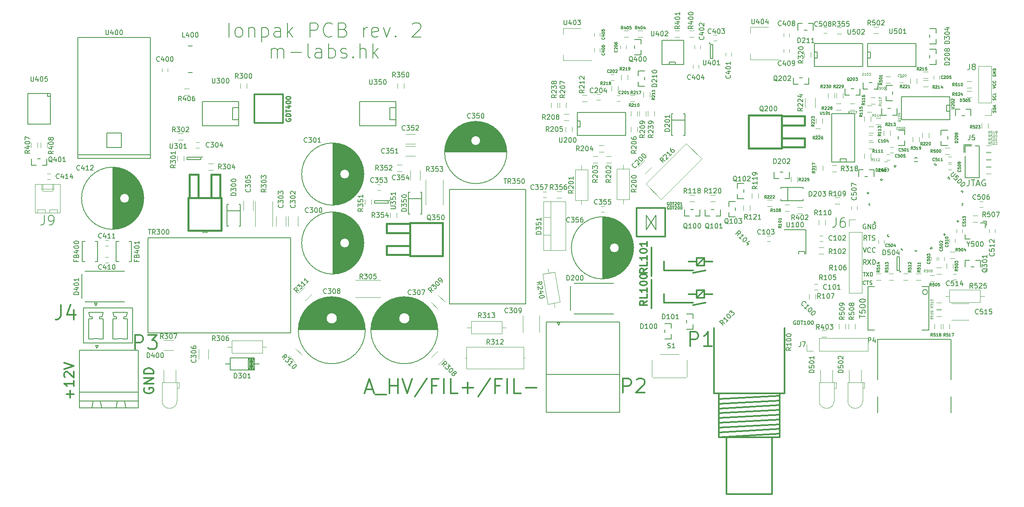
<source format=gbr>
G04 #@! TF.FileFunction,Legend,Top*
%FSLAX46Y46*%
G04 Gerber Fmt 4.6, Leading zero omitted, Abs format (unit mm)*
G04 Created by KiCad (PCBNEW 4.0.2-stable) date 06/03/2018 00:18:55*
%MOMM*%
G01*
G04 APERTURE LIST*
%ADD10C,0.100000*%
%ADD11C,0.150000*%
%ADD12C,0.200000*%
%ADD13C,0.300000*%
%ADD14C,0.120000*%
%ADD15C,0.152400*%
%ADD16C,0.381000*%
%ADD17C,0.304800*%
%ADD18C,0.125000*%
%ADD19C,0.074930*%
%ADD20C,0.076200*%
%ADD21C,0.250000*%
G04 APERTURE END LIST*
D10*
D11*
X319232000Y-166065142D02*
X319203429Y-166122285D01*
X319203429Y-166207999D01*
X319232000Y-166293714D01*
X319289143Y-166350856D01*
X319346286Y-166379428D01*
X319460571Y-166407999D01*
X319546286Y-166407999D01*
X319660571Y-166379428D01*
X319717714Y-166350856D01*
X319774857Y-166293714D01*
X319803429Y-166207999D01*
X319803429Y-166150856D01*
X319774857Y-166065142D01*
X319746286Y-166036571D01*
X319546286Y-166036571D01*
X319546286Y-166150856D01*
X319803429Y-165779428D02*
X319203429Y-165779428D01*
X319803429Y-165436571D01*
X319203429Y-165436571D01*
X319803429Y-165150857D02*
X319203429Y-165150857D01*
X319203429Y-165008000D01*
X319232000Y-164922285D01*
X319289143Y-164865143D01*
X319346286Y-164836571D01*
X319460571Y-164808000D01*
X319546286Y-164808000D01*
X319660571Y-164836571D01*
X319717714Y-164865143D01*
X319774857Y-164922285D01*
X319803429Y-165008000D01*
X319803429Y-165150857D01*
X319203429Y-168948000D02*
X319803429Y-168748000D01*
X319203429Y-168548000D01*
X319746286Y-168005143D02*
X319774857Y-168033714D01*
X319803429Y-168119428D01*
X319803429Y-168176571D01*
X319774857Y-168262286D01*
X319717714Y-168319428D01*
X319660571Y-168348000D01*
X319546286Y-168376571D01*
X319460571Y-168376571D01*
X319346286Y-168348000D01*
X319289143Y-168319428D01*
X319232000Y-168262286D01*
X319203429Y-168176571D01*
X319203429Y-168119428D01*
X319232000Y-168033714D01*
X319260571Y-168005143D01*
X319746286Y-167405143D02*
X319774857Y-167433714D01*
X319803429Y-167519428D01*
X319803429Y-167576571D01*
X319774857Y-167662286D01*
X319717714Y-167719428D01*
X319660571Y-167748000D01*
X319546286Y-167776571D01*
X319460571Y-167776571D01*
X319346286Y-167748000D01*
X319289143Y-167719428D01*
X319232000Y-167662286D01*
X319203429Y-167576571D01*
X319203429Y-167519428D01*
X319232000Y-167433714D01*
X319260571Y-167405143D01*
X319774857Y-173956571D02*
X319803429Y-173870857D01*
X319803429Y-173728000D01*
X319774857Y-173670857D01*
X319746286Y-173642286D01*
X319689143Y-173613714D01*
X319632000Y-173613714D01*
X319574857Y-173642286D01*
X319546286Y-173670857D01*
X319517714Y-173728000D01*
X319489143Y-173842286D01*
X319460571Y-173899428D01*
X319432000Y-173928000D01*
X319374857Y-173956571D01*
X319317714Y-173956571D01*
X319260571Y-173928000D01*
X319232000Y-173899428D01*
X319203429Y-173842286D01*
X319203429Y-173699428D01*
X319232000Y-173613714D01*
X319803429Y-173356571D02*
X319203429Y-173356571D01*
X319203429Y-173213714D01*
X319232000Y-173127999D01*
X319289143Y-173070857D01*
X319346286Y-173042285D01*
X319460571Y-173013714D01*
X319546286Y-173013714D01*
X319660571Y-173042285D01*
X319717714Y-173070857D01*
X319774857Y-173127999D01*
X319803429Y-173213714D01*
X319803429Y-173356571D01*
X319632000Y-172785142D02*
X319632000Y-172499428D01*
X319803429Y-172842285D02*
X319203429Y-172642285D01*
X319803429Y-172442285D01*
X319774857Y-171402285D02*
X319803429Y-171316571D01*
X319803429Y-171173714D01*
X319774857Y-171116571D01*
X319746286Y-171088000D01*
X319689143Y-171059428D01*
X319632000Y-171059428D01*
X319574857Y-171088000D01*
X319546286Y-171116571D01*
X319517714Y-171173714D01*
X319489143Y-171288000D01*
X319460571Y-171345142D01*
X319432000Y-171373714D01*
X319374857Y-171402285D01*
X319317714Y-171402285D01*
X319260571Y-171373714D01*
X319232000Y-171345142D01*
X319203429Y-171288000D01*
X319203429Y-171145142D01*
X319232000Y-171059428D01*
X319746286Y-170459428D02*
X319774857Y-170487999D01*
X319803429Y-170573713D01*
X319803429Y-170630856D01*
X319774857Y-170716571D01*
X319717714Y-170773713D01*
X319660571Y-170802285D01*
X319546286Y-170830856D01*
X319460571Y-170830856D01*
X319346286Y-170802285D01*
X319289143Y-170773713D01*
X319232000Y-170716571D01*
X319203429Y-170630856D01*
X319203429Y-170573713D01*
X319232000Y-170487999D01*
X319260571Y-170459428D01*
X319803429Y-169916571D02*
X319803429Y-170202285D01*
X319203429Y-170202285D01*
X314205333Y-188137095D02*
X314205333Y-189065667D01*
X314143429Y-189251381D01*
X314019619Y-189375190D01*
X313833905Y-189437095D01*
X313710095Y-189437095D01*
X314638667Y-188137095D02*
X315381524Y-188137095D01*
X315010095Y-189437095D02*
X315010095Y-188137095D01*
X315752952Y-189065667D02*
X316372000Y-189065667D01*
X315629143Y-189437095D02*
X316062476Y-188137095D01*
X316495809Y-189437095D01*
X317610095Y-188199000D02*
X317486286Y-188137095D01*
X317300571Y-188137095D01*
X317114857Y-188199000D01*
X316991048Y-188322810D01*
X316929143Y-188446619D01*
X316867238Y-188694238D01*
X316867238Y-188879952D01*
X316929143Y-189127571D01*
X316991048Y-189251381D01*
X317114857Y-189375190D01*
X317300571Y-189437095D01*
X317424381Y-189437095D01*
X317610095Y-189375190D01*
X317672000Y-189313286D01*
X317672000Y-188879952D01*
X317424381Y-188879952D01*
X291979476Y-207587905D02*
X292436619Y-207587905D01*
X292208048Y-208387905D02*
X292208048Y-207587905D01*
X292627096Y-207587905D02*
X293160429Y-208387905D01*
X293160429Y-207587905D02*
X292627096Y-208387905D01*
X293465191Y-208387905D02*
X293465191Y-207587905D01*
X293655667Y-207587905D01*
X293769953Y-207626000D01*
X293846144Y-207702190D01*
X293884239Y-207778381D01*
X293922334Y-207930762D01*
X293922334Y-208045048D01*
X293884239Y-208197429D01*
X293846144Y-208273619D01*
X293769953Y-208349810D01*
X293655667Y-208387905D01*
X293465191Y-208387905D01*
X292423905Y-210089714D02*
X292385810Y-210127810D01*
X292271524Y-210165905D01*
X292195334Y-210165905D01*
X292081048Y-210127810D01*
X292004857Y-210051619D01*
X291966762Y-209975429D01*
X291928667Y-209823048D01*
X291928667Y-209708762D01*
X291966762Y-209556381D01*
X292004857Y-209480190D01*
X292081048Y-209404000D01*
X292195334Y-209365905D01*
X292271524Y-209365905D01*
X292385810Y-209404000D01*
X292423905Y-209442095D01*
X292652476Y-209365905D02*
X293109619Y-209365905D01*
X292881048Y-210165905D02*
X292881048Y-209365905D01*
X293338191Y-210127810D02*
X293452477Y-210165905D01*
X293642953Y-210165905D01*
X293719143Y-210127810D01*
X293757239Y-210089714D01*
X293795334Y-210013524D01*
X293795334Y-209937333D01*
X293757239Y-209861143D01*
X293719143Y-209823048D01*
X293642953Y-209784952D01*
X293490572Y-209746857D01*
X293414381Y-209708762D01*
X293376286Y-209670667D01*
X293338191Y-209594476D01*
X293338191Y-209518286D01*
X293376286Y-209442095D01*
X293414381Y-209404000D01*
X293490572Y-209365905D01*
X293681048Y-209365905D01*
X293795334Y-209404000D01*
X292576334Y-205938381D02*
X292243000Y-205462190D01*
X292004905Y-205938381D02*
X292004905Y-204938381D01*
X292385858Y-204938381D01*
X292481096Y-204986000D01*
X292528715Y-205033619D01*
X292576334Y-205128857D01*
X292576334Y-205271714D01*
X292528715Y-205366952D01*
X292481096Y-205414571D01*
X292385858Y-205462190D01*
X292004905Y-205462190D01*
X292909667Y-204938381D02*
X293576334Y-205938381D01*
X293576334Y-204938381D02*
X292909667Y-205938381D01*
X293957286Y-205938381D02*
X293957286Y-204938381D01*
X294195381Y-204938381D01*
X294338239Y-204986000D01*
X294433477Y-205081238D01*
X294481096Y-205176476D01*
X294528715Y-205366952D01*
X294528715Y-205509810D01*
X294481096Y-205700286D01*
X294433477Y-205795524D01*
X294338239Y-205890762D01*
X294195381Y-205938381D01*
X293957286Y-205938381D01*
X291909667Y-202398381D02*
X292243000Y-203398381D01*
X292576334Y-202398381D01*
X293481096Y-203303143D02*
X293433477Y-203350762D01*
X293290620Y-203398381D01*
X293195382Y-203398381D01*
X293052524Y-203350762D01*
X292957286Y-203255524D01*
X292909667Y-203160286D01*
X292862048Y-202969810D01*
X292862048Y-202826952D01*
X292909667Y-202636476D01*
X292957286Y-202541238D01*
X293052524Y-202446000D01*
X293195382Y-202398381D01*
X293290620Y-202398381D01*
X293433477Y-202446000D01*
X293481096Y-202493619D01*
X294481096Y-203303143D02*
X294433477Y-203350762D01*
X294290620Y-203398381D01*
X294195382Y-203398381D01*
X294052524Y-203350762D01*
X293957286Y-203255524D01*
X293909667Y-203160286D01*
X293862048Y-202969810D01*
X293862048Y-202826952D01*
X293909667Y-202636476D01*
X293957286Y-202541238D01*
X294052524Y-202446000D01*
X294195382Y-202398381D01*
X294290620Y-202398381D01*
X294433477Y-202446000D01*
X294481096Y-202493619D01*
X292695381Y-200858381D02*
X292362047Y-200382190D01*
X292123952Y-200858381D02*
X292123952Y-199858381D01*
X292504905Y-199858381D01*
X292600143Y-199906000D01*
X292647762Y-199953619D01*
X292695381Y-200048857D01*
X292695381Y-200191714D01*
X292647762Y-200286952D01*
X292600143Y-200334571D01*
X292504905Y-200382190D01*
X292123952Y-200382190D01*
X292981095Y-199858381D02*
X293552524Y-199858381D01*
X293266809Y-200858381D02*
X293266809Y-199858381D01*
X293838238Y-200810762D02*
X293981095Y-200858381D01*
X294219191Y-200858381D01*
X294314429Y-200810762D01*
X294362048Y-200763143D01*
X294409667Y-200667905D01*
X294409667Y-200572667D01*
X294362048Y-200477429D01*
X294314429Y-200429810D01*
X294219191Y-200382190D01*
X294028714Y-200334571D01*
X293933476Y-200286952D01*
X293885857Y-200239333D01*
X293838238Y-200144095D01*
X293838238Y-200048857D01*
X293885857Y-199953619D01*
X293933476Y-199906000D01*
X294028714Y-199858381D01*
X294266810Y-199858381D01*
X294409667Y-199906000D01*
X292481096Y-197493000D02*
X292385858Y-197445381D01*
X292243001Y-197445381D01*
X292100143Y-197493000D01*
X292004905Y-197588238D01*
X291957286Y-197683476D01*
X291909667Y-197873952D01*
X291909667Y-198016810D01*
X291957286Y-198207286D01*
X292004905Y-198302524D01*
X292100143Y-198397762D01*
X292243001Y-198445381D01*
X292338239Y-198445381D01*
X292481096Y-198397762D01*
X292528715Y-198350143D01*
X292528715Y-198016810D01*
X292338239Y-198016810D01*
X292957286Y-198445381D02*
X292957286Y-197445381D01*
X293528715Y-198445381D01*
X293528715Y-197445381D01*
X294004905Y-198445381D02*
X294004905Y-197445381D01*
X294243000Y-197445381D01*
X294385858Y-197493000D01*
X294481096Y-197588238D01*
X294528715Y-197683476D01*
X294576334Y-197873952D01*
X294576334Y-198016810D01*
X294528715Y-198207286D01*
X294481096Y-198302524D01*
X294385858Y-198397762D01*
X294243000Y-198445381D01*
X294004905Y-198445381D01*
D12*
X158744572Y-158161143D02*
X158744572Y-155161143D01*
X160601714Y-158161143D02*
X160316000Y-158018286D01*
X160173143Y-157875429D01*
X160030286Y-157589714D01*
X160030286Y-156732571D01*
X160173143Y-156446857D01*
X160316000Y-156304000D01*
X160601714Y-156161143D01*
X161030286Y-156161143D01*
X161316000Y-156304000D01*
X161458857Y-156446857D01*
X161601714Y-156732571D01*
X161601714Y-157589714D01*
X161458857Y-157875429D01*
X161316000Y-158018286D01*
X161030286Y-158161143D01*
X160601714Y-158161143D01*
X162887429Y-156161143D02*
X162887429Y-158161143D01*
X162887429Y-156446857D02*
X163030286Y-156304000D01*
X163316000Y-156161143D01*
X163744572Y-156161143D01*
X164030286Y-156304000D01*
X164173143Y-156589714D01*
X164173143Y-158161143D01*
X165601715Y-156161143D02*
X165601715Y-159161143D01*
X165601715Y-156304000D02*
X165887429Y-156161143D01*
X166458858Y-156161143D01*
X166744572Y-156304000D01*
X166887429Y-156446857D01*
X167030286Y-156732571D01*
X167030286Y-157589714D01*
X166887429Y-157875429D01*
X166744572Y-158018286D01*
X166458858Y-158161143D01*
X165887429Y-158161143D01*
X165601715Y-158018286D01*
X169601715Y-158161143D02*
X169601715Y-156589714D01*
X169458858Y-156304000D01*
X169173144Y-156161143D01*
X168601715Y-156161143D01*
X168316001Y-156304000D01*
X169601715Y-158018286D02*
X169316001Y-158161143D01*
X168601715Y-158161143D01*
X168316001Y-158018286D01*
X168173144Y-157732571D01*
X168173144Y-157446857D01*
X168316001Y-157161143D01*
X168601715Y-157018286D01*
X169316001Y-157018286D01*
X169601715Y-156875429D01*
X171030287Y-158161143D02*
X171030287Y-155161143D01*
X171316001Y-157018286D02*
X172173144Y-158161143D01*
X172173144Y-156161143D02*
X171030287Y-157304000D01*
X175744572Y-158161143D02*
X175744572Y-155161143D01*
X176887429Y-155161143D01*
X177173143Y-155304000D01*
X177316000Y-155446857D01*
X177458857Y-155732571D01*
X177458857Y-156161143D01*
X177316000Y-156446857D01*
X177173143Y-156589714D01*
X176887429Y-156732571D01*
X175744572Y-156732571D01*
X180458857Y-157875429D02*
X180316000Y-158018286D01*
X179887429Y-158161143D01*
X179601715Y-158161143D01*
X179173143Y-158018286D01*
X178887429Y-157732571D01*
X178744572Y-157446857D01*
X178601715Y-156875429D01*
X178601715Y-156446857D01*
X178744572Y-155875429D01*
X178887429Y-155589714D01*
X179173143Y-155304000D01*
X179601715Y-155161143D01*
X179887429Y-155161143D01*
X180316000Y-155304000D01*
X180458857Y-155446857D01*
X182744572Y-156589714D02*
X183173143Y-156732571D01*
X183316000Y-156875429D01*
X183458857Y-157161143D01*
X183458857Y-157589714D01*
X183316000Y-157875429D01*
X183173143Y-158018286D01*
X182887429Y-158161143D01*
X181744572Y-158161143D01*
X181744572Y-155161143D01*
X182744572Y-155161143D01*
X183030286Y-155304000D01*
X183173143Y-155446857D01*
X183316000Y-155732571D01*
X183316000Y-156018286D01*
X183173143Y-156304000D01*
X183030286Y-156446857D01*
X182744572Y-156589714D01*
X181744572Y-156589714D01*
X187030286Y-158161143D02*
X187030286Y-156161143D01*
X187030286Y-156732571D02*
X187173143Y-156446857D01*
X187316000Y-156304000D01*
X187601714Y-156161143D01*
X187887429Y-156161143D01*
X190030286Y-158018286D02*
X189744572Y-158161143D01*
X189173143Y-158161143D01*
X188887429Y-158018286D01*
X188744572Y-157732571D01*
X188744572Y-156589714D01*
X188887429Y-156304000D01*
X189173143Y-156161143D01*
X189744572Y-156161143D01*
X190030286Y-156304000D01*
X190173143Y-156589714D01*
X190173143Y-156875429D01*
X188744572Y-157161143D01*
X191173143Y-156161143D02*
X191887429Y-158161143D01*
X192601715Y-156161143D01*
X193744572Y-157875429D02*
X193887429Y-158018286D01*
X193744572Y-158161143D01*
X193601715Y-158018286D01*
X193744572Y-157875429D01*
X193744572Y-158161143D01*
X197316000Y-155446857D02*
X197458857Y-155304000D01*
X197744571Y-155161143D01*
X198458857Y-155161143D01*
X198744571Y-155304000D01*
X198887428Y-155446857D01*
X199030285Y-155732571D01*
X199030285Y-156018286D01*
X198887428Y-156446857D01*
X197173142Y-158161143D01*
X199030285Y-158161143D01*
X167673143Y-162561143D02*
X167673143Y-160561143D01*
X167673143Y-160846857D02*
X167816000Y-160704000D01*
X168101714Y-160561143D01*
X168530286Y-160561143D01*
X168816000Y-160704000D01*
X168958857Y-160989714D01*
X168958857Y-162561143D01*
X168958857Y-160989714D02*
X169101714Y-160704000D01*
X169387428Y-160561143D01*
X169816000Y-160561143D01*
X170101714Y-160704000D01*
X170244571Y-160989714D01*
X170244571Y-162561143D01*
X171673143Y-161418286D02*
X173958857Y-161418286D01*
X175816000Y-162561143D02*
X175530286Y-162418286D01*
X175387429Y-162132571D01*
X175387429Y-159561143D01*
X178244572Y-162561143D02*
X178244572Y-160989714D01*
X178101715Y-160704000D01*
X177816001Y-160561143D01*
X177244572Y-160561143D01*
X176958858Y-160704000D01*
X178244572Y-162418286D02*
X177958858Y-162561143D01*
X177244572Y-162561143D01*
X176958858Y-162418286D01*
X176816001Y-162132571D01*
X176816001Y-161846857D01*
X176958858Y-161561143D01*
X177244572Y-161418286D01*
X177958858Y-161418286D01*
X178244572Y-161275429D01*
X179673144Y-162561143D02*
X179673144Y-159561143D01*
X179673144Y-160704000D02*
X179958858Y-160561143D01*
X180530287Y-160561143D01*
X180816001Y-160704000D01*
X180958858Y-160846857D01*
X181101715Y-161132571D01*
X181101715Y-161989714D01*
X180958858Y-162275429D01*
X180816001Y-162418286D01*
X180530287Y-162561143D01*
X179958858Y-162561143D01*
X179673144Y-162418286D01*
X182244573Y-162418286D02*
X182530287Y-162561143D01*
X183101715Y-162561143D01*
X183387430Y-162418286D01*
X183530287Y-162132571D01*
X183530287Y-161989714D01*
X183387430Y-161704000D01*
X183101715Y-161561143D01*
X182673144Y-161561143D01*
X182387430Y-161418286D01*
X182244573Y-161132571D01*
X182244573Y-160989714D01*
X182387430Y-160704000D01*
X182673144Y-160561143D01*
X183101715Y-160561143D01*
X183387430Y-160704000D01*
X184816001Y-162275429D02*
X184958858Y-162418286D01*
X184816001Y-162561143D01*
X184673144Y-162418286D01*
X184816001Y-162275429D01*
X184816001Y-162561143D01*
X186244572Y-162561143D02*
X186244572Y-159561143D01*
X187530286Y-162561143D02*
X187530286Y-160989714D01*
X187387429Y-160704000D01*
X187101715Y-160561143D01*
X186673143Y-160561143D01*
X186387429Y-160704000D01*
X186244572Y-160846857D01*
X188958858Y-162561143D02*
X188958858Y-159561143D01*
X189244572Y-161418286D02*
X190101715Y-162561143D01*
X190101715Y-160561143D02*
X188958858Y-161704000D01*
D13*
X140986000Y-231901809D02*
X140890762Y-232092286D01*
X140890762Y-232378000D01*
X140986000Y-232663714D01*
X141176476Y-232854190D01*
X141366952Y-232949429D01*
X141747905Y-233044667D01*
X142033619Y-233044667D01*
X142414571Y-232949429D01*
X142605048Y-232854190D01*
X142795524Y-232663714D01*
X142890762Y-232378000D01*
X142890762Y-232187524D01*
X142795524Y-231901809D01*
X142700286Y-231806571D01*
X142033619Y-231806571D01*
X142033619Y-232187524D01*
X142890762Y-230949429D02*
X140890762Y-230949429D01*
X142890762Y-229806571D01*
X140890762Y-229806571D01*
X142890762Y-228854191D02*
X140890762Y-228854191D01*
X140890762Y-228378000D01*
X140986000Y-228092286D01*
X141176476Y-227901810D01*
X141366952Y-227806571D01*
X141747905Y-227711333D01*
X142033619Y-227711333D01*
X142414571Y-227806571D01*
X142605048Y-227901810D01*
X142795524Y-228092286D01*
X142890762Y-228378000D01*
X142890762Y-228854191D01*
X187486001Y-232148000D02*
X188914572Y-232148000D01*
X187200286Y-233005143D02*
X188200286Y-230005143D01*
X189200286Y-233005143D01*
X189486001Y-233290857D02*
X191771715Y-233290857D01*
X192486001Y-233005143D02*
X192486001Y-230005143D01*
X192486001Y-231433714D02*
X194200286Y-231433714D01*
X194200286Y-233005143D02*
X194200286Y-230005143D01*
X195200286Y-230005143D02*
X196200286Y-233005143D01*
X197200286Y-230005143D01*
X200343144Y-229862286D02*
X197771715Y-233719429D01*
X202343144Y-231433714D02*
X201343144Y-231433714D01*
X201343144Y-233005143D02*
X201343144Y-230005143D01*
X202771715Y-230005143D01*
X203914573Y-233005143D02*
X203914573Y-230005143D01*
X206771715Y-233005143D02*
X205343144Y-233005143D01*
X205343144Y-230005143D01*
X207771715Y-231862286D02*
X210057429Y-231862286D01*
X208914572Y-233005143D02*
X208914572Y-230719429D01*
X213628858Y-229862286D02*
X211057429Y-233719429D01*
X215628858Y-231433714D02*
X214628858Y-231433714D01*
X214628858Y-233005143D02*
X214628858Y-230005143D01*
X216057429Y-230005143D01*
X217200287Y-233005143D02*
X217200287Y-230005143D01*
X220057429Y-233005143D02*
X218628858Y-233005143D01*
X218628858Y-230005143D01*
X221057429Y-231862286D02*
X223343143Y-231862286D01*
X125364857Y-233901810D02*
X125364857Y-232378000D01*
X126126762Y-233139905D02*
X124602952Y-233139905D01*
X126126762Y-230378000D02*
X126126762Y-231520858D01*
X126126762Y-230949429D02*
X124126762Y-230949429D01*
X124412476Y-231139905D01*
X124602952Y-231330381D01*
X124698190Y-231520858D01*
X124317238Y-229616096D02*
X124222000Y-229520858D01*
X124126762Y-229330381D01*
X124126762Y-228854191D01*
X124222000Y-228663715D01*
X124317238Y-228568477D01*
X124507714Y-228473238D01*
X124698190Y-228473238D01*
X124983905Y-228568477D01*
X126126762Y-229711334D01*
X126126762Y-228473238D01*
X124126762Y-227901810D02*
X126126762Y-227235143D01*
X124126762Y-226568476D01*
D14*
X268142000Y-193556000D02*
X268142000Y-194556000D01*
X266782000Y-194556000D02*
X266782000Y-193556000D01*
X260850000Y-192704000D02*
X259850000Y-192704000D01*
X259850000Y-191344000D02*
X260850000Y-191344000D01*
X268560000Y-192016000D02*
X268560000Y-191016000D01*
X269920000Y-191016000D02*
X269920000Y-192016000D01*
X283646500Y-203753000D02*
X282646500Y-203753000D01*
X282646500Y-202393000D02*
X283646500Y-202393000D01*
D11*
X159004000Y-226824540D02*
X157988000Y-226824540D01*
X163830000Y-226824540D02*
X165100000Y-226824540D01*
X163576000Y-228094540D02*
X163576000Y-225554540D01*
X163322000Y-228094540D02*
X163322000Y-225554540D01*
X163068000Y-228094540D02*
X163068000Y-225554540D01*
X163830000Y-228094540D02*
X163830000Y-225554540D01*
X162814000Y-228094540D02*
X164084000Y-225554540D01*
X164084000Y-228094540D02*
X162814000Y-225554540D01*
X162814000Y-228094540D02*
X162814000Y-225554540D01*
X163449000Y-228094540D02*
X163449000Y-225554540D01*
X164084000Y-225554540D02*
X164084000Y-228094540D01*
X164084000Y-228094540D02*
X159004000Y-228094540D01*
X159004000Y-228094540D02*
X159004000Y-225554540D01*
X159004000Y-225554540D02*
X164084000Y-225554540D01*
X134401000Y-185524000D02*
X134401000Y-198524000D01*
X134541000Y-185528000D02*
X134541000Y-198520000D01*
X134681000Y-185534000D02*
X134681000Y-198514000D01*
X134821000Y-185543000D02*
X134821000Y-198505000D01*
X134961000Y-185555000D02*
X134961000Y-198493000D01*
X135101000Y-185570000D02*
X135101000Y-198478000D01*
X135241000Y-185589000D02*
X135241000Y-198459000D01*
X135381000Y-185610000D02*
X135381000Y-198438000D01*
X135521000Y-185635000D02*
X135521000Y-198413000D01*
X135661000Y-185663000D02*
X135661000Y-198385000D01*
X135801000Y-185694000D02*
X135801000Y-198354000D01*
X135941000Y-185728000D02*
X135941000Y-191558000D01*
X135941000Y-192490000D02*
X135941000Y-198320000D01*
X136081000Y-185765000D02*
X136081000Y-191357000D01*
X136081000Y-192691000D02*
X136081000Y-198283000D01*
X136221000Y-185806000D02*
X136221000Y-191228000D01*
X136221000Y-192820000D02*
X136221000Y-198242000D01*
X136361000Y-185851000D02*
X136361000Y-191139000D01*
X136361000Y-192909000D02*
X136361000Y-198197000D01*
X136501000Y-185899000D02*
X136501000Y-191078000D01*
X136501000Y-192970000D02*
X136501000Y-198149000D01*
X136641000Y-185950000D02*
X136641000Y-191041000D01*
X136641000Y-193007000D02*
X136641000Y-198098000D01*
X136781000Y-186005000D02*
X136781000Y-191025000D01*
X136781000Y-193023000D02*
X136781000Y-198043000D01*
X136921000Y-186064000D02*
X136921000Y-191029000D01*
X136921000Y-193019000D02*
X136921000Y-197984000D01*
X137061000Y-186127000D02*
X137061000Y-191052000D01*
X137061000Y-192996000D02*
X137061000Y-197921000D01*
X137201000Y-186194000D02*
X137201000Y-191097000D01*
X137201000Y-192951000D02*
X137201000Y-197854000D01*
X137341000Y-186266000D02*
X137341000Y-191167000D01*
X137341000Y-192881000D02*
X137341000Y-197782000D01*
X137481000Y-186341000D02*
X137481000Y-191268000D01*
X137481000Y-192780000D02*
X137481000Y-197707000D01*
X137621000Y-186421000D02*
X137621000Y-191417000D01*
X137621000Y-192631000D02*
X137621000Y-197627000D01*
X137761000Y-186506000D02*
X137761000Y-191669000D01*
X137761000Y-192379000D02*
X137761000Y-197542000D01*
X137901000Y-186595000D02*
X137901000Y-197453000D01*
X138041000Y-186690000D02*
X138041000Y-197358000D01*
X138181000Y-186791000D02*
X138181000Y-197257000D01*
X138321000Y-186897000D02*
X138321000Y-197151000D01*
X138461000Y-187009000D02*
X138461000Y-197039000D01*
X138601000Y-187128000D02*
X138601000Y-196920000D01*
X138741000Y-187253000D02*
X138741000Y-196795000D01*
X138881000Y-187387000D02*
X138881000Y-196661000D01*
X139021000Y-187529000D02*
X139021000Y-196519000D01*
X139161000Y-187680000D02*
X139161000Y-196368000D01*
X139301000Y-187841000D02*
X139301000Y-196207000D01*
X139441000Y-188013000D02*
X139441000Y-196035000D01*
X139581000Y-188198000D02*
X139581000Y-195850000D01*
X139721000Y-188399000D02*
X139721000Y-195649000D01*
X139861000Y-188616000D02*
X139861000Y-195432000D01*
X140001000Y-188855000D02*
X140001000Y-195193000D01*
X140141000Y-189120000D02*
X140141000Y-194928000D01*
X140281000Y-189419000D02*
X140281000Y-194629000D01*
X140421000Y-189765000D02*
X140421000Y-194283000D01*
X140561000Y-190187000D02*
X140561000Y-193861000D01*
X140701000Y-190755000D02*
X140701000Y-193293000D01*
X137826000Y-192024000D02*
G75*
G03X137826000Y-192024000I-1000000J0D01*
G01*
X140863500Y-192024000D02*
G75*
G03X140863500Y-192024000I-6537500J0D01*
G01*
X237271000Y-195938000D02*
X237271000Y-208938000D01*
X237411000Y-195942000D02*
X237411000Y-208934000D01*
X237551000Y-195948000D02*
X237551000Y-208928000D01*
X237691000Y-195957000D02*
X237691000Y-208919000D01*
X237831000Y-195969000D02*
X237831000Y-208907000D01*
X237971000Y-195984000D02*
X237971000Y-208892000D01*
X238111000Y-196003000D02*
X238111000Y-208873000D01*
X238251000Y-196024000D02*
X238251000Y-208852000D01*
X238391000Y-196049000D02*
X238391000Y-208827000D01*
X238531000Y-196077000D02*
X238531000Y-208799000D01*
X238671000Y-196108000D02*
X238671000Y-208768000D01*
X238811000Y-196142000D02*
X238811000Y-201972000D01*
X238811000Y-202904000D02*
X238811000Y-208734000D01*
X238951000Y-196179000D02*
X238951000Y-201771000D01*
X238951000Y-203105000D02*
X238951000Y-208697000D01*
X239091000Y-196220000D02*
X239091000Y-201642000D01*
X239091000Y-203234000D02*
X239091000Y-208656000D01*
X239231000Y-196265000D02*
X239231000Y-201553000D01*
X239231000Y-203323000D02*
X239231000Y-208611000D01*
X239371000Y-196313000D02*
X239371000Y-201492000D01*
X239371000Y-203384000D02*
X239371000Y-208563000D01*
X239511000Y-196364000D02*
X239511000Y-201455000D01*
X239511000Y-203421000D02*
X239511000Y-208512000D01*
X239651000Y-196419000D02*
X239651000Y-201439000D01*
X239651000Y-203437000D02*
X239651000Y-208457000D01*
X239791000Y-196478000D02*
X239791000Y-201443000D01*
X239791000Y-203433000D02*
X239791000Y-208398000D01*
X239931000Y-196541000D02*
X239931000Y-201466000D01*
X239931000Y-203410000D02*
X239931000Y-208335000D01*
X240071000Y-196608000D02*
X240071000Y-201511000D01*
X240071000Y-203365000D02*
X240071000Y-208268000D01*
X240211000Y-196680000D02*
X240211000Y-201581000D01*
X240211000Y-203295000D02*
X240211000Y-208196000D01*
X240351000Y-196755000D02*
X240351000Y-201682000D01*
X240351000Y-203194000D02*
X240351000Y-208121000D01*
X240491000Y-196835000D02*
X240491000Y-201831000D01*
X240491000Y-203045000D02*
X240491000Y-208041000D01*
X240631000Y-196920000D02*
X240631000Y-202083000D01*
X240631000Y-202793000D02*
X240631000Y-207956000D01*
X240771000Y-197009000D02*
X240771000Y-207867000D01*
X240911000Y-197104000D02*
X240911000Y-207772000D01*
X241051000Y-197205000D02*
X241051000Y-207671000D01*
X241191000Y-197311000D02*
X241191000Y-207565000D01*
X241331000Y-197423000D02*
X241331000Y-207453000D01*
X241471000Y-197542000D02*
X241471000Y-207334000D01*
X241611000Y-197667000D02*
X241611000Y-207209000D01*
X241751000Y-197801000D02*
X241751000Y-207075000D01*
X241891000Y-197943000D02*
X241891000Y-206933000D01*
X242031000Y-198094000D02*
X242031000Y-206782000D01*
X242171000Y-198255000D02*
X242171000Y-206621000D01*
X242311000Y-198427000D02*
X242311000Y-206449000D01*
X242451000Y-198612000D02*
X242451000Y-206264000D01*
X242591000Y-198813000D02*
X242591000Y-206063000D01*
X242731000Y-199030000D02*
X242731000Y-205846000D01*
X242871000Y-199269000D02*
X242871000Y-205607000D01*
X243011000Y-199534000D02*
X243011000Y-205342000D01*
X243151000Y-199833000D02*
X243151000Y-205043000D01*
X243291000Y-200179000D02*
X243291000Y-204697000D01*
X243431000Y-200601000D02*
X243431000Y-204275000D01*
X243571000Y-201169000D02*
X243571000Y-203707000D01*
X240696000Y-202438000D02*
G75*
G03X240696000Y-202438000I-1000000J0D01*
G01*
X243733500Y-202438000D02*
G75*
G03X243733500Y-202438000I-6537500J0D01*
G01*
D14*
X236886000Y-193710000D02*
X237586000Y-193710000D01*
X237586000Y-194910000D02*
X236886000Y-194910000D01*
X198886000Y-188198000D02*
X198886000Y-186198000D01*
X196846000Y-186198000D02*
X196846000Y-188198000D01*
X195850000Y-183138000D02*
X197850000Y-183138000D01*
X197850000Y-181098000D02*
X195850000Y-181098000D01*
D11*
X204066000Y-182337000D02*
X217066000Y-182337000D01*
X204070000Y-182197000D02*
X217062000Y-182197000D01*
X204076000Y-182057000D02*
X217056000Y-182057000D01*
X204085000Y-181917000D02*
X217047000Y-181917000D01*
X204097000Y-181777000D02*
X217035000Y-181777000D01*
X204112000Y-181637000D02*
X217020000Y-181637000D01*
X204131000Y-181497000D02*
X217001000Y-181497000D01*
X204152000Y-181357000D02*
X216980000Y-181357000D01*
X204177000Y-181217000D02*
X216955000Y-181217000D01*
X204205000Y-181077000D02*
X216927000Y-181077000D01*
X204236000Y-180937000D02*
X216896000Y-180937000D01*
X204270000Y-180797000D02*
X210100000Y-180797000D01*
X211032000Y-180797000D02*
X216862000Y-180797000D01*
X204307000Y-180657000D02*
X209899000Y-180657000D01*
X211233000Y-180657000D02*
X216825000Y-180657000D01*
X204348000Y-180517000D02*
X209770000Y-180517000D01*
X211362000Y-180517000D02*
X216784000Y-180517000D01*
X204393000Y-180377000D02*
X209681000Y-180377000D01*
X211451000Y-180377000D02*
X216739000Y-180377000D01*
X204441000Y-180237000D02*
X209620000Y-180237000D01*
X211512000Y-180237000D02*
X216691000Y-180237000D01*
X204492000Y-180097000D02*
X209583000Y-180097000D01*
X211549000Y-180097000D02*
X216640000Y-180097000D01*
X204547000Y-179957000D02*
X209567000Y-179957000D01*
X211565000Y-179957000D02*
X216585000Y-179957000D01*
X204606000Y-179817000D02*
X209571000Y-179817000D01*
X211561000Y-179817000D02*
X216526000Y-179817000D01*
X204669000Y-179677000D02*
X209594000Y-179677000D01*
X211538000Y-179677000D02*
X216463000Y-179677000D01*
X204736000Y-179537000D02*
X209639000Y-179537000D01*
X211493000Y-179537000D02*
X216396000Y-179537000D01*
X204808000Y-179397000D02*
X209709000Y-179397000D01*
X211423000Y-179397000D02*
X216324000Y-179397000D01*
X204883000Y-179257000D02*
X209810000Y-179257000D01*
X211322000Y-179257000D02*
X216249000Y-179257000D01*
X204963000Y-179117000D02*
X209959000Y-179117000D01*
X211173000Y-179117000D02*
X216169000Y-179117000D01*
X205048000Y-178977000D02*
X210211000Y-178977000D01*
X210921000Y-178977000D02*
X216084000Y-178977000D01*
X205137000Y-178837000D02*
X215995000Y-178837000D01*
X205232000Y-178697000D02*
X215900000Y-178697000D01*
X205333000Y-178557000D02*
X215799000Y-178557000D01*
X205439000Y-178417000D02*
X215693000Y-178417000D01*
X205551000Y-178277000D02*
X215581000Y-178277000D01*
X205670000Y-178137000D02*
X215462000Y-178137000D01*
X205795000Y-177997000D02*
X215337000Y-177997000D01*
X205929000Y-177857000D02*
X215203000Y-177857000D01*
X206071000Y-177717000D02*
X215061000Y-177717000D01*
X206222000Y-177577000D02*
X214910000Y-177577000D01*
X206383000Y-177437000D02*
X214749000Y-177437000D01*
X206555000Y-177297000D02*
X214577000Y-177297000D01*
X206740000Y-177157000D02*
X214392000Y-177157000D01*
X206941000Y-177017000D02*
X214191000Y-177017000D01*
X207158000Y-176877000D02*
X213974000Y-176877000D01*
X207397000Y-176737000D02*
X213735000Y-176737000D01*
X207662000Y-176597000D02*
X213470000Y-176597000D01*
X207961000Y-176457000D02*
X213171000Y-176457000D01*
X208307000Y-176317000D02*
X212825000Y-176317000D01*
X208729000Y-176177000D02*
X212403000Y-176177000D01*
X209297000Y-176037000D02*
X211835000Y-176037000D01*
X211566000Y-179912000D02*
G75*
G03X211566000Y-179912000I-1000000J0D01*
G01*
X217103500Y-182412000D02*
G75*
G03X217103500Y-182412000I-6537500J0D01*
G01*
D14*
X220520000Y-216640000D02*
X220520000Y-220240000D01*
X223980000Y-220240000D02*
X223980000Y-216640000D01*
D11*
X173340000Y-219675000D02*
X187340000Y-219675000D01*
X173343000Y-219535000D02*
X187337000Y-219535000D01*
X173349000Y-219395000D02*
X187331000Y-219395000D01*
X173358000Y-219255000D02*
X187322000Y-219255000D01*
X173369000Y-219115000D02*
X187311000Y-219115000D01*
X173383000Y-218975000D02*
X187297000Y-218975000D01*
X173400000Y-218835000D02*
X187280000Y-218835000D01*
X173420000Y-218695000D02*
X187260000Y-218695000D01*
X173443000Y-218555000D02*
X187237000Y-218555000D01*
X173468000Y-218415000D02*
X187212000Y-218415000D01*
X173497000Y-218275000D02*
X179819000Y-218275000D01*
X180861000Y-218275000D02*
X187183000Y-218275000D01*
X173529000Y-218135000D02*
X179606000Y-218135000D01*
X181074000Y-218135000D02*
X187151000Y-218135000D01*
X173564000Y-217995000D02*
X179464000Y-217995000D01*
X181216000Y-217995000D02*
X187116000Y-217995000D01*
X173601000Y-217855000D02*
X179362000Y-217855000D01*
X181318000Y-217855000D02*
X187079000Y-217855000D01*
X173642000Y-217715000D02*
X179288000Y-217715000D01*
X181392000Y-217715000D02*
X187038000Y-217715000D01*
X173686000Y-217575000D02*
X179237000Y-217575000D01*
X181443000Y-217575000D02*
X186994000Y-217575000D01*
X173734000Y-217435000D02*
X179205000Y-217435000D01*
X181475000Y-217435000D02*
X186946000Y-217435000D01*
X173785000Y-217295000D02*
X179191000Y-217295000D01*
X181489000Y-217295000D02*
X186895000Y-217295000D01*
X173839000Y-217155000D02*
X179194000Y-217155000D01*
X181486000Y-217155000D02*
X186841000Y-217155000D01*
X173896000Y-217015000D02*
X179214000Y-217015000D01*
X181466000Y-217015000D02*
X186784000Y-217015000D01*
X173958000Y-216875000D02*
X179253000Y-216875000D01*
X181427000Y-216875000D02*
X186722000Y-216875000D01*
X174023000Y-216735000D02*
X179312000Y-216735000D01*
X181368000Y-216735000D02*
X186657000Y-216735000D01*
X174091000Y-216595000D02*
X179395000Y-216595000D01*
X181285000Y-216595000D02*
X186589000Y-216595000D01*
X174164000Y-216455000D02*
X179509000Y-216455000D01*
X181171000Y-216455000D02*
X186516000Y-216455000D01*
X174241000Y-216315000D02*
X179670000Y-216315000D01*
X181010000Y-216315000D02*
X186439000Y-216315000D01*
X174322000Y-216175000D02*
X179931000Y-216175000D01*
X180749000Y-216175000D02*
X186358000Y-216175000D01*
X174407000Y-216035000D02*
X186273000Y-216035000D01*
X174497000Y-215895000D02*
X186183000Y-215895000D01*
X174592000Y-215755000D02*
X186088000Y-215755000D01*
X174692000Y-215615000D02*
X185988000Y-215615000D01*
X174797000Y-215475000D02*
X185883000Y-215475000D01*
X174908000Y-215335000D02*
X185772000Y-215335000D01*
X175025000Y-215195000D02*
X185655000Y-215195000D01*
X175148000Y-215055000D02*
X185532000Y-215055000D01*
X175278000Y-214915000D02*
X185402000Y-214915000D01*
X175416000Y-214775000D02*
X185264000Y-214775000D01*
X175561000Y-214635000D02*
X185119000Y-214635000D01*
X175716000Y-214495000D02*
X184964000Y-214495000D01*
X175880000Y-214355000D02*
X184800000Y-214355000D01*
X176055000Y-214215000D02*
X184625000Y-214215000D01*
X176242000Y-214075000D02*
X184438000Y-214075000D01*
X176443000Y-213935000D02*
X184237000Y-213935000D01*
X176661000Y-213795000D02*
X184019000Y-213795000D01*
X176897000Y-213655000D02*
X183783000Y-213655000D01*
X177158000Y-213515000D02*
X183522000Y-213515000D01*
X177449000Y-213375000D02*
X183231000Y-213375000D01*
X177780000Y-213235000D02*
X182900000Y-213235000D01*
X178170000Y-213095000D02*
X182510000Y-213095000D01*
X178658000Y-212955000D02*
X182022000Y-212955000D01*
X179388000Y-212815000D02*
X181292000Y-212815000D01*
X181490000Y-217250000D02*
G75*
G03X181490000Y-217250000I-1150000J0D01*
G01*
X187377500Y-219750000D02*
G75*
G03X187377500Y-219750000I-7037500J0D01*
G01*
X188580000Y-219675000D02*
X202580000Y-219675000D01*
X188583000Y-219535000D02*
X202577000Y-219535000D01*
X188589000Y-219395000D02*
X202571000Y-219395000D01*
X188598000Y-219255000D02*
X202562000Y-219255000D01*
X188609000Y-219115000D02*
X202551000Y-219115000D01*
X188623000Y-218975000D02*
X202537000Y-218975000D01*
X188640000Y-218835000D02*
X202520000Y-218835000D01*
X188660000Y-218695000D02*
X202500000Y-218695000D01*
X188683000Y-218555000D02*
X202477000Y-218555000D01*
X188708000Y-218415000D02*
X202452000Y-218415000D01*
X188737000Y-218275000D02*
X195059000Y-218275000D01*
X196101000Y-218275000D02*
X202423000Y-218275000D01*
X188769000Y-218135000D02*
X194846000Y-218135000D01*
X196314000Y-218135000D02*
X202391000Y-218135000D01*
X188804000Y-217995000D02*
X194704000Y-217995000D01*
X196456000Y-217995000D02*
X202356000Y-217995000D01*
X188841000Y-217855000D02*
X194602000Y-217855000D01*
X196558000Y-217855000D02*
X202319000Y-217855000D01*
X188882000Y-217715000D02*
X194528000Y-217715000D01*
X196632000Y-217715000D02*
X202278000Y-217715000D01*
X188926000Y-217575000D02*
X194477000Y-217575000D01*
X196683000Y-217575000D02*
X202234000Y-217575000D01*
X188974000Y-217435000D02*
X194445000Y-217435000D01*
X196715000Y-217435000D02*
X202186000Y-217435000D01*
X189025000Y-217295000D02*
X194431000Y-217295000D01*
X196729000Y-217295000D02*
X202135000Y-217295000D01*
X189079000Y-217155000D02*
X194434000Y-217155000D01*
X196726000Y-217155000D02*
X202081000Y-217155000D01*
X189136000Y-217015000D02*
X194454000Y-217015000D01*
X196706000Y-217015000D02*
X202024000Y-217015000D01*
X189198000Y-216875000D02*
X194493000Y-216875000D01*
X196667000Y-216875000D02*
X201962000Y-216875000D01*
X189263000Y-216735000D02*
X194552000Y-216735000D01*
X196608000Y-216735000D02*
X201897000Y-216735000D01*
X189331000Y-216595000D02*
X194635000Y-216595000D01*
X196525000Y-216595000D02*
X201829000Y-216595000D01*
X189404000Y-216455000D02*
X194749000Y-216455000D01*
X196411000Y-216455000D02*
X201756000Y-216455000D01*
X189481000Y-216315000D02*
X194910000Y-216315000D01*
X196250000Y-216315000D02*
X201679000Y-216315000D01*
X189562000Y-216175000D02*
X195171000Y-216175000D01*
X195989000Y-216175000D02*
X201598000Y-216175000D01*
X189647000Y-216035000D02*
X201513000Y-216035000D01*
X189737000Y-215895000D02*
X201423000Y-215895000D01*
X189832000Y-215755000D02*
X201328000Y-215755000D01*
X189932000Y-215615000D02*
X201228000Y-215615000D01*
X190037000Y-215475000D02*
X201123000Y-215475000D01*
X190148000Y-215335000D02*
X201012000Y-215335000D01*
X190265000Y-215195000D02*
X200895000Y-215195000D01*
X190388000Y-215055000D02*
X200772000Y-215055000D01*
X190518000Y-214915000D02*
X200642000Y-214915000D01*
X190656000Y-214775000D02*
X200504000Y-214775000D01*
X190801000Y-214635000D02*
X200359000Y-214635000D01*
X190956000Y-214495000D02*
X200204000Y-214495000D01*
X191120000Y-214355000D02*
X200040000Y-214355000D01*
X191295000Y-214215000D02*
X199865000Y-214215000D01*
X191482000Y-214075000D02*
X199678000Y-214075000D01*
X191683000Y-213935000D02*
X199477000Y-213935000D01*
X191901000Y-213795000D02*
X199259000Y-213795000D01*
X192137000Y-213655000D02*
X199023000Y-213655000D01*
X192398000Y-213515000D02*
X198762000Y-213515000D01*
X192689000Y-213375000D02*
X198471000Y-213375000D01*
X193020000Y-213235000D02*
X198140000Y-213235000D01*
X193410000Y-213095000D02*
X197750000Y-213095000D01*
X193898000Y-212955000D02*
X197262000Y-212955000D01*
X194628000Y-212815000D02*
X196532000Y-212815000D01*
X196730000Y-217250000D02*
G75*
G03X196730000Y-217250000I-1150000J0D01*
G01*
X202617500Y-219750000D02*
G75*
G03X202617500Y-219750000I-7037500J0D01*
G01*
D14*
X152396000Y-223790000D02*
X152396000Y-225790000D01*
X154436000Y-225790000D02*
X154436000Y-223790000D01*
X161794000Y-192548000D02*
X161794000Y-194548000D01*
X163834000Y-194548000D02*
X163834000Y-192548000D01*
X152496000Y-181448000D02*
X151796000Y-181448000D01*
X151796000Y-180248000D02*
X152496000Y-180248000D01*
D11*
X180629000Y-194922000D02*
X180629000Y-207922000D01*
X180769000Y-194926000D02*
X180769000Y-207918000D01*
X180909000Y-194932000D02*
X180909000Y-207912000D01*
X181049000Y-194941000D02*
X181049000Y-207903000D01*
X181189000Y-194953000D02*
X181189000Y-207891000D01*
X181329000Y-194968000D02*
X181329000Y-207876000D01*
X181469000Y-194987000D02*
X181469000Y-207857000D01*
X181609000Y-195008000D02*
X181609000Y-207836000D01*
X181749000Y-195033000D02*
X181749000Y-207811000D01*
X181889000Y-195061000D02*
X181889000Y-207783000D01*
X182029000Y-195092000D02*
X182029000Y-207752000D01*
X182169000Y-195126000D02*
X182169000Y-200956000D01*
X182169000Y-201888000D02*
X182169000Y-207718000D01*
X182309000Y-195163000D02*
X182309000Y-200755000D01*
X182309000Y-202089000D02*
X182309000Y-207681000D01*
X182449000Y-195204000D02*
X182449000Y-200626000D01*
X182449000Y-202218000D02*
X182449000Y-207640000D01*
X182589000Y-195249000D02*
X182589000Y-200537000D01*
X182589000Y-202307000D02*
X182589000Y-207595000D01*
X182729000Y-195297000D02*
X182729000Y-200476000D01*
X182729000Y-202368000D02*
X182729000Y-207547000D01*
X182869000Y-195348000D02*
X182869000Y-200439000D01*
X182869000Y-202405000D02*
X182869000Y-207496000D01*
X183009000Y-195403000D02*
X183009000Y-200423000D01*
X183009000Y-202421000D02*
X183009000Y-207441000D01*
X183149000Y-195462000D02*
X183149000Y-200427000D01*
X183149000Y-202417000D02*
X183149000Y-207382000D01*
X183289000Y-195525000D02*
X183289000Y-200450000D01*
X183289000Y-202394000D02*
X183289000Y-207319000D01*
X183429000Y-195592000D02*
X183429000Y-200495000D01*
X183429000Y-202349000D02*
X183429000Y-207252000D01*
X183569000Y-195664000D02*
X183569000Y-200565000D01*
X183569000Y-202279000D02*
X183569000Y-207180000D01*
X183709000Y-195739000D02*
X183709000Y-200666000D01*
X183709000Y-202178000D02*
X183709000Y-207105000D01*
X183849000Y-195819000D02*
X183849000Y-200815000D01*
X183849000Y-202029000D02*
X183849000Y-207025000D01*
X183989000Y-195904000D02*
X183989000Y-201067000D01*
X183989000Y-201777000D02*
X183989000Y-206940000D01*
X184129000Y-195993000D02*
X184129000Y-206851000D01*
X184269000Y-196088000D02*
X184269000Y-206756000D01*
X184409000Y-196189000D02*
X184409000Y-206655000D01*
X184549000Y-196295000D02*
X184549000Y-206549000D01*
X184689000Y-196407000D02*
X184689000Y-206437000D01*
X184829000Y-196526000D02*
X184829000Y-206318000D01*
X184969000Y-196651000D02*
X184969000Y-206193000D01*
X185109000Y-196785000D02*
X185109000Y-206059000D01*
X185249000Y-196927000D02*
X185249000Y-205917000D01*
X185389000Y-197078000D02*
X185389000Y-205766000D01*
X185529000Y-197239000D02*
X185529000Y-205605000D01*
X185669000Y-197411000D02*
X185669000Y-205433000D01*
X185809000Y-197596000D02*
X185809000Y-205248000D01*
X185949000Y-197797000D02*
X185949000Y-205047000D01*
X186089000Y-198014000D02*
X186089000Y-204830000D01*
X186229000Y-198253000D02*
X186229000Y-204591000D01*
X186369000Y-198518000D02*
X186369000Y-204326000D01*
X186509000Y-198817000D02*
X186509000Y-204027000D01*
X186649000Y-199163000D02*
X186649000Y-203681000D01*
X186789000Y-199585000D02*
X186789000Y-203259000D01*
X186929000Y-200153000D02*
X186929000Y-202691000D01*
X184054000Y-201422000D02*
G75*
G03X184054000Y-201422000I-1000000J0D01*
G01*
X187091500Y-201422000D02*
G75*
G03X187091500Y-201422000I-6537500J0D01*
G01*
D14*
X293147000Y-178724000D02*
X293847000Y-178724000D01*
X293847000Y-179924000D02*
X293147000Y-179924000D01*
X281653500Y-210029500D02*
X282353500Y-210029500D01*
X282353500Y-211229500D02*
X281653500Y-211229500D01*
D11*
X317868000Y-197682000D02*
X317868000Y-196882000D01*
X317868000Y-196882000D02*
X317068000Y-196882000D01*
X314368000Y-200582000D02*
X313368000Y-200582000D01*
X313368000Y-200582000D02*
X313368000Y-199682000D01*
X317568000Y-198182000D02*
X317568000Y-197182000D01*
X317568000Y-197182000D02*
X316568000Y-197182000D01*
X291846000Y-159512000D02*
X291846000Y-164338000D01*
X291846000Y-164338000D02*
X281686000Y-164338000D01*
X281686000Y-164338000D02*
X281686000Y-159512000D01*
X281686000Y-159512000D02*
X291846000Y-159512000D01*
X281686000Y-161290000D02*
X282321000Y-161290000D01*
X282321000Y-161290000D02*
X282321000Y-162560000D01*
X282321000Y-162560000D02*
X281686000Y-162560000D01*
X303022000Y-159512000D02*
X303022000Y-164338000D01*
X303022000Y-164338000D02*
X292862000Y-164338000D01*
X292862000Y-164338000D02*
X292862000Y-159512000D01*
X292862000Y-159512000D02*
X303022000Y-159512000D01*
X292862000Y-161290000D02*
X293497000Y-161290000D01*
X293497000Y-161290000D02*
X293497000Y-162560000D01*
X293497000Y-162560000D02*
X292862000Y-162560000D01*
D15*
X303273447Y-183631244D02*
X303022000Y-183379797D01*
X312684756Y-193545447D02*
X312936203Y-193294000D01*
X302770553Y-202956756D02*
X303022000Y-203208203D01*
X302716671Y-184295783D02*
X303327329Y-184295783D01*
X293107797Y-193294000D02*
X293359244Y-193545447D01*
X303022000Y-203208203D02*
X303273447Y-202956756D01*
X312936203Y-193294000D02*
X312684756Y-193042553D01*
X303022000Y-183379797D02*
X302770553Y-183631244D01*
X293359244Y-193042553D02*
X293107797Y-193294000D01*
X298711477Y-185032164D02*
X298442069Y-185301572D01*
X298442069Y-185301572D02*
X298621675Y-185481177D01*
X298621675Y-185481177D02*
X298891082Y-185211769D01*
X295873716Y-187869925D02*
X295604308Y-188139333D01*
X295604308Y-188139333D02*
X295783914Y-188318938D01*
X295783914Y-188318938D02*
X296053321Y-188049530D01*
X293053916Y-190689726D02*
X292784508Y-190959133D01*
X292784508Y-190959133D02*
X292964113Y-191138739D01*
X292964113Y-191138739D02*
X293233521Y-190869331D01*
X294382994Y-196868142D02*
X294203388Y-197047747D01*
X294203388Y-197047747D02*
X294472796Y-197317155D01*
X294472796Y-197317155D02*
X294652401Y-197137550D01*
X297202794Y-199687942D02*
X297023189Y-199867547D01*
X297023189Y-199867547D02*
X297292597Y-200136955D01*
X297292597Y-200136955D02*
X297472202Y-199957350D01*
X300040555Y-202525703D02*
X299860950Y-202705308D01*
X299860950Y-202705308D02*
X300130358Y-202974716D01*
X300130358Y-202974716D02*
X300309963Y-202795111D01*
X306470418Y-202417940D02*
X306201011Y-202687348D01*
X306201011Y-202687348D02*
X306021406Y-202507743D01*
X306021406Y-202507743D02*
X306290813Y-202238335D01*
X309308179Y-199580179D02*
X309038772Y-199849587D01*
X309038772Y-199849587D02*
X308859166Y-199669982D01*
X308859166Y-199669982D02*
X309128574Y-199400574D01*
X312127980Y-196760379D02*
X311858572Y-197029787D01*
X311858572Y-197029787D02*
X311678967Y-196850181D01*
X311678967Y-196850181D02*
X311948375Y-196580774D01*
X312523111Y-190581963D02*
X312702716Y-190402358D01*
X312702716Y-190402358D02*
X312972124Y-190671765D01*
X312972124Y-190671765D02*
X312792519Y-190851370D01*
X309703311Y-187762162D02*
X309882916Y-187582557D01*
X309882916Y-187582557D02*
X310152323Y-187851965D01*
X310152323Y-187851965D02*
X309972718Y-188031570D01*
X306865550Y-184924401D02*
X307045155Y-184744796D01*
X307045155Y-184744796D02*
X307314562Y-185014204D01*
X307314562Y-185014204D02*
X307134957Y-185193809D01*
D14*
X268244400Y-156051200D02*
X268244400Y-157311200D01*
X268244400Y-162871200D02*
X268244400Y-161611200D01*
X272004400Y-156051200D02*
X268244400Y-156051200D01*
X274254400Y-162871200D02*
X268244400Y-162871200D01*
X228912500Y-156292500D02*
X228912500Y-157552500D01*
X228912500Y-163112500D02*
X228912500Y-161852500D01*
X232672500Y-156292500D02*
X228912500Y-156292500D01*
X234922500Y-163112500D02*
X228912500Y-163112500D01*
D11*
X249682000Y-163957000D02*
X249682000Y-158877000D01*
X249682000Y-158877000D02*
X254254000Y-158877000D01*
X254254000Y-158877000D02*
X254254000Y-163957000D01*
X254254000Y-163957000D02*
X249682000Y-163957000D01*
X251206000Y-163957000D02*
X251206000Y-163449000D01*
X251206000Y-163449000D02*
X252476000Y-163449000D01*
X252476000Y-163449000D02*
X252476000Y-163957000D01*
X259796000Y-159463000D02*
G75*
G03X259796000Y-159463000I-100000J0D01*
G01*
X260346000Y-159713000D02*
X259846000Y-159713000D01*
X260346000Y-162613000D02*
X260346000Y-159713000D01*
X259846000Y-162613000D02*
X260346000Y-162613000D01*
X259846000Y-159713000D02*
X259846000Y-162613000D01*
X142240000Y-182880000D02*
X127000000Y-182880000D01*
X136144000Y-181356000D02*
X136144000Y-178308000D01*
X136144000Y-178308000D02*
X133096000Y-178308000D01*
X133096000Y-178308000D02*
X133096000Y-181356000D01*
X133096000Y-181356000D02*
X136144000Y-181356000D01*
X134620000Y-158242000D02*
X127000000Y-158242000D01*
X127000000Y-158242000D02*
X127000000Y-183642000D01*
X127000000Y-183642000D02*
X142240000Y-183642000D01*
X142240000Y-159512000D02*
X142240000Y-158242000D01*
X142240000Y-183642000D02*
X142240000Y-159512000D01*
X142240000Y-158242000D02*
X134620000Y-158242000D01*
X192554000Y-192486000D02*
G75*
G03X192554000Y-192486000I-100000J0D01*
G01*
X192204000Y-193036000D02*
X192204000Y-192536000D01*
X189304000Y-193036000D02*
X192204000Y-193036000D01*
X189304000Y-192536000D02*
X189304000Y-193036000D01*
X192204000Y-192536000D02*
X189304000Y-192536000D01*
X193802000Y-176784000D02*
X193802000Y-171704000D01*
X193802000Y-171704000D02*
X186182000Y-171704000D01*
X186182000Y-171704000D02*
X186182000Y-176784000D01*
X186182000Y-176784000D02*
X193802000Y-176784000D01*
X193802000Y-175514000D02*
X192532000Y-175514000D01*
X192532000Y-175514000D02*
X192532000Y-172974000D01*
X192532000Y-172974000D02*
X193802000Y-172974000D01*
X153184000Y-183342000D02*
G75*
G03X153184000Y-183342000I-100000J0D01*
G01*
X152834000Y-183892000D02*
X152834000Y-183392000D01*
X149934000Y-183892000D02*
X152834000Y-183892000D01*
X149934000Y-183392000D02*
X149934000Y-183892000D01*
X152834000Y-183392000D02*
X149934000Y-183392000D01*
X299974000Y-175514000D02*
X299974000Y-170688000D01*
X299974000Y-170688000D02*
X310134000Y-170688000D01*
X310134000Y-170688000D02*
X310134000Y-175514000D01*
X310134000Y-175514000D02*
X299974000Y-175514000D01*
X310134000Y-173736000D02*
X309499000Y-173736000D01*
X309499000Y-173736000D02*
X309499000Y-172466000D01*
X309499000Y-172466000D02*
X310134000Y-172466000D01*
X242062000Y-173990000D02*
X242062000Y-178816000D01*
X242062000Y-178816000D02*
X231902000Y-178816000D01*
X231902000Y-178816000D02*
X231902000Y-173990000D01*
X231902000Y-173990000D02*
X242062000Y-173990000D01*
X231902000Y-175768000D02*
X232537000Y-175768000D01*
X232537000Y-175768000D02*
X232537000Y-177038000D01*
X232537000Y-177038000D02*
X231902000Y-177038000D01*
X285369000Y-174244000D02*
X290195000Y-174244000D01*
X290195000Y-174244000D02*
X290195000Y-184404000D01*
X290195000Y-184404000D02*
X285369000Y-184404000D01*
X285369000Y-184404000D02*
X285369000Y-174244000D01*
X287147000Y-184404000D02*
X287147000Y-183769000D01*
X287147000Y-183769000D02*
X288417000Y-183769000D01*
X288417000Y-183769000D02*
X288417000Y-184404000D01*
X221106000Y-190184000D02*
X205106000Y-190184000D01*
X205106000Y-190184000D02*
X205106000Y-214184000D01*
X205106000Y-214184000D02*
X221106000Y-214184000D01*
X221106000Y-190184000D02*
X221106000Y-214184000D01*
X171718000Y-220312000D02*
X171718000Y-200312000D01*
X171718000Y-200312000D02*
X141718000Y-200312000D01*
X141718000Y-200312000D02*
X141718000Y-220312000D01*
X171718000Y-220312000D02*
X141718000Y-220312000D01*
X305477516Y-211738000D02*
G75*
G03X305477516Y-211738000I-538516J0D01*
G01*
X294339000Y-210538000D02*
X292939000Y-210538000D01*
X292939000Y-210538000D02*
X292939000Y-219738000D01*
X292939000Y-219738000D02*
X294339000Y-219738000D01*
X304339000Y-219738000D02*
X305739000Y-219738000D01*
X305739000Y-219738000D02*
X305739000Y-210538000D01*
X305739000Y-210538000D02*
X304339000Y-210538000D01*
D14*
X317762000Y-185502000D02*
X318762000Y-185502000D01*
X318762000Y-186862000D02*
X317762000Y-186862000D01*
X317762000Y-183978000D02*
X318762000Y-183978000D01*
X318762000Y-185338000D02*
X317762000Y-185338000D01*
X317762000Y-182454000D02*
X318762000Y-182454000D01*
X318762000Y-183814000D02*
X317762000Y-183814000D01*
X317762000Y-180930000D02*
X318762000Y-180930000D01*
X318762000Y-182290000D02*
X317762000Y-182290000D01*
X308274000Y-218448000D02*
X308274000Y-219448000D01*
X306914000Y-219448000D02*
X306914000Y-218448000D01*
X310052000Y-218448000D02*
X310052000Y-219448000D01*
X308692000Y-219448000D02*
X308692000Y-218448000D01*
X308348000Y-216834000D02*
X307348000Y-216834000D01*
X307348000Y-215474000D02*
X308348000Y-215474000D01*
X308348000Y-215310000D02*
X307348000Y-215310000D01*
X307348000Y-213950000D02*
X308348000Y-213950000D01*
X294648000Y-207854000D02*
X295648000Y-207854000D01*
X295648000Y-209214000D02*
X294648000Y-209214000D01*
X298315000Y-209214000D02*
X297315000Y-209214000D01*
X297315000Y-207854000D02*
X298315000Y-207854000D01*
X300363000Y-207854000D02*
X301363000Y-207854000D01*
X301363000Y-209214000D02*
X300363000Y-209214000D01*
X304030000Y-209214000D02*
X303030000Y-209214000D01*
X303030000Y-207854000D02*
X304030000Y-207854000D01*
X286848000Y-219448000D02*
X286848000Y-218448000D01*
X288208000Y-218448000D02*
X288208000Y-219448000D01*
X288880000Y-219448000D02*
X288880000Y-218448000D01*
X290240000Y-218448000D02*
X290240000Y-219448000D01*
X315968000Y-197022000D02*
X314968000Y-197022000D01*
X314968000Y-195662000D02*
X315968000Y-195662000D01*
X308348000Y-207944000D02*
X307348000Y-207944000D01*
X307348000Y-206584000D02*
X308348000Y-206584000D01*
X305951000Y-208235000D02*
X306951000Y-208235000D01*
X306951000Y-209595000D02*
X305951000Y-209595000D01*
X310142000Y-203282000D02*
X311142000Y-203282000D01*
X311142000Y-204642000D02*
X310142000Y-204642000D01*
X310814000Y-205748000D02*
X310814000Y-206748000D01*
X309454000Y-206748000D02*
X309454000Y-205748000D01*
X294140000Y-156038000D02*
X295140000Y-156038000D01*
X295140000Y-157398000D02*
X294140000Y-157398000D01*
X297680000Y-167812000D02*
X296680000Y-167812000D01*
X296680000Y-166452000D02*
X297680000Y-166452000D01*
X309126000Y-181438000D02*
X310126000Y-181438000D01*
X310126000Y-182798000D02*
X309126000Y-182798000D01*
X283218000Y-219792000D02*
X284218000Y-219792000D01*
X284218000Y-221152000D02*
X283218000Y-221152000D01*
X279138000Y-195244000D02*
X278138000Y-195244000D01*
X278138000Y-193884000D02*
X279138000Y-193884000D01*
X253357000Y-158160000D02*
X252357000Y-158160000D01*
X252357000Y-156800000D02*
X253357000Y-156800000D01*
X256405000Y-158160000D02*
X255405000Y-158160000D01*
X255405000Y-156800000D02*
X256405000Y-156800000D01*
X192614000Y-196080000D02*
X192614000Y-195080000D01*
X193974000Y-195080000D02*
X193974000Y-196080000D01*
X200110000Y-193354000D02*
X200110000Y-188154000D01*
X203750000Y-188154000D02*
X203750000Y-193354000D01*
X194064000Y-184994000D02*
X195064000Y-184994000D01*
X195064000Y-186354000D02*
X194064000Y-186354000D01*
X187280000Y-193286000D02*
X187280000Y-192286000D01*
X188640000Y-192286000D02*
X188640000Y-193286000D01*
X194138000Y-168902000D02*
X194138000Y-167902000D01*
X195498000Y-167902000D02*
X195498000Y-168902000D01*
X302342000Y-180205000D02*
X302342000Y-179205000D01*
X303702000Y-179205000D02*
X303702000Y-180205000D01*
X285377000Y-185121000D02*
X286377000Y-185121000D01*
X286377000Y-186481000D02*
X285377000Y-186481000D01*
X282149000Y-186174000D02*
X282149000Y-185174000D01*
X283509000Y-185174000D02*
X283509000Y-186174000D01*
X216062000Y-220512000D02*
X216062000Y-217892000D01*
X216062000Y-217892000D02*
X209642000Y-217892000D01*
X209642000Y-217892000D02*
X209642000Y-220512000D01*
X209642000Y-220512000D02*
X216062000Y-220512000D01*
X216952000Y-219202000D02*
X216062000Y-219202000D01*
X208752000Y-219202000D02*
X209642000Y-219202000D01*
X208620000Y-223242000D02*
X208620000Y-227862000D01*
X208620000Y-227862000D02*
X220640000Y-227862000D01*
X220640000Y-227862000D02*
X220640000Y-223242000D01*
X220640000Y-223242000D02*
X208620000Y-223242000D01*
X208390000Y-225552000D02*
X208620000Y-225552000D01*
X220870000Y-225552000D02*
X220640000Y-225552000D01*
X176215711Y-212139497D02*
X174801497Y-213553711D01*
X173288289Y-212040503D02*
X174702503Y-210626289D01*
X172769497Y-223580289D02*
X174183711Y-224994503D01*
X172670503Y-226507711D02*
X171256289Y-225093497D01*
X202741497Y-212404289D02*
X204155711Y-213818503D01*
X202642503Y-215331711D02*
X201228289Y-213917497D01*
X204155711Y-225601497D02*
X202741497Y-227015711D01*
X201228289Y-225502503D02*
X202642503Y-224088289D01*
X147050000Y-223955000D02*
X145050000Y-223955000D01*
X145050000Y-221815000D02*
X147050000Y-221815000D01*
X159350000Y-221956000D02*
X159350000Y-224576000D01*
X159350000Y-224576000D02*
X165770000Y-224576000D01*
X165770000Y-224576000D02*
X165770000Y-221956000D01*
X165770000Y-221956000D02*
X159350000Y-221956000D01*
X158460000Y-223266000D02*
X159350000Y-223266000D01*
X166660000Y-223266000D02*
X165770000Y-223266000D01*
X190560000Y-212894000D02*
X185360000Y-212894000D01*
X185360000Y-209254000D02*
X190560000Y-209254000D01*
X155440000Y-186100000D02*
X154440000Y-186100000D01*
X154440000Y-184740000D02*
X155440000Y-184740000D01*
X167936000Y-192726000D02*
X167936000Y-197926000D01*
X164296000Y-197926000D02*
X164296000Y-192726000D01*
X149090000Y-179750000D02*
X148090000Y-179750000D01*
X148090000Y-178390000D02*
X149090000Y-178390000D01*
X147910000Y-184142000D02*
X147910000Y-183142000D01*
X149270000Y-183142000D02*
X149270000Y-184142000D01*
X161118000Y-168902000D02*
X161118000Y-167902000D01*
X162478000Y-167902000D02*
X162478000Y-168902000D01*
X248076000Y-173744000D02*
X248076000Y-174744000D01*
X246716000Y-174744000D02*
X246716000Y-173744000D01*
X227756000Y-171966000D02*
X227756000Y-172966000D01*
X226396000Y-172966000D02*
X226396000Y-171966000D01*
X284562000Y-170934000D02*
X284562000Y-169934000D01*
X285922000Y-169934000D02*
X285922000Y-170934000D01*
X287700000Y-169934000D02*
X287700000Y-170934000D01*
X286340000Y-170934000D02*
X286340000Y-169934000D01*
X286266000Y-172167000D02*
X287266000Y-172167000D01*
X287266000Y-173527000D02*
X286266000Y-173527000D01*
X290187000Y-173527000D02*
X289187000Y-173527000D01*
X289187000Y-172167000D02*
X290187000Y-172167000D01*
X282948000Y-178734000D02*
X281948000Y-178734000D01*
X281948000Y-177374000D02*
X282948000Y-177374000D01*
X276815000Y-188587000D02*
X276815000Y-187587000D01*
X278175000Y-187587000D02*
X278175000Y-188587000D01*
X281867000Y-170958000D02*
X281867000Y-172958000D01*
X279727000Y-172958000D02*
X279727000Y-170958000D01*
X283382000Y-175268000D02*
X283382000Y-176268000D01*
X282022000Y-176268000D02*
X282022000Y-175268000D01*
X272788000Y-193720000D02*
X271788000Y-193720000D01*
X271788000Y-192360000D02*
X272788000Y-192360000D01*
X303194000Y-166886000D02*
X303194000Y-167886000D01*
X301834000Y-167886000D02*
X301834000Y-166886000D01*
X305734000Y-178316000D02*
X305734000Y-179316000D01*
X304374000Y-179316000D02*
X304374000Y-178316000D01*
X241128000Y-167124000D02*
X241128000Y-166124000D01*
X242488000Y-166124000D02*
X242488000Y-167124000D01*
X240456000Y-168410000D02*
X240456000Y-169410000D01*
X239096000Y-169410000D02*
X239096000Y-168410000D01*
X242959000Y-170389000D02*
X243959000Y-170389000D01*
X243959000Y-171749000D02*
X242959000Y-171749000D01*
X246266025Y-188998141D02*
X249532859Y-192264975D01*
X249532859Y-192264975D02*
X258032282Y-183765551D01*
X258032282Y-183765551D02*
X254765449Y-180498718D01*
X254765449Y-180498718D02*
X246266025Y-188998141D01*
X247736807Y-190794193D02*
X247899442Y-190631558D01*
X256561500Y-181969500D02*
X256398865Y-182132135D01*
X305554000Y-166796000D02*
X304554000Y-166796000D01*
X304554000Y-165436000D02*
X305554000Y-165436000D01*
X304554000Y-167214000D02*
X305554000Y-167214000D01*
X305554000Y-168574000D02*
X304554000Y-168574000D01*
X296246000Y-178808000D02*
X296246000Y-177808000D01*
X297606000Y-177808000D02*
X297606000Y-178808000D01*
X232926000Y-170389000D02*
X233926000Y-170389000D01*
X233926000Y-171749000D02*
X232926000Y-171749000D01*
X247187000Y-169807000D02*
X247187000Y-170807000D01*
X245827000Y-170807000D02*
X245827000Y-169807000D01*
X244520000Y-173744000D02*
X244520000Y-174744000D01*
X243160000Y-174744000D02*
X243160000Y-173744000D01*
X246298000Y-173744000D02*
X246298000Y-174744000D01*
X244938000Y-174744000D02*
X244938000Y-173744000D01*
X230116000Y-175686000D02*
X229116000Y-175686000D01*
X229116000Y-174326000D02*
X230116000Y-174326000D01*
X229534000Y-171966000D02*
X229534000Y-172966000D01*
X228174000Y-172966000D02*
X228174000Y-171966000D01*
X243160000Y-178046000D02*
X243160000Y-177046000D01*
X244520000Y-177046000D02*
X244520000Y-178046000D01*
X229444000Y-178046000D02*
X229444000Y-177046000D01*
X230804000Y-177046000D02*
X230804000Y-178046000D01*
X237482000Y-182290000D02*
X236482000Y-182290000D01*
X236482000Y-180930000D02*
X237482000Y-180930000D01*
X236212000Y-184576000D02*
X235212000Y-184576000D01*
X235212000Y-183216000D02*
X236212000Y-183216000D01*
X238006000Y-183216000D02*
X239006000Y-183216000D01*
X239006000Y-184576000D02*
X238006000Y-184576000D01*
X231481000Y-192440000D02*
X234101000Y-192440000D01*
X234101000Y-192440000D02*
X234101000Y-186020000D01*
X234101000Y-186020000D02*
X231481000Y-186020000D01*
X231481000Y-186020000D02*
X231481000Y-192440000D01*
X232791000Y-193330000D02*
X232791000Y-192440000D01*
X232791000Y-185130000D02*
X232791000Y-186020000D01*
X240244000Y-192313000D02*
X242864000Y-192313000D01*
X242864000Y-192313000D02*
X242864000Y-185893000D01*
X242864000Y-185893000D02*
X240244000Y-185893000D01*
X240244000Y-185893000D02*
X240244000Y-192313000D01*
X241554000Y-193203000D02*
X241554000Y-192313000D01*
X241554000Y-185003000D02*
X241554000Y-185893000D01*
X256532000Y-192704000D02*
X255532000Y-192704000D01*
X255532000Y-191344000D02*
X256532000Y-191344000D01*
X294505000Y-172257000D02*
X293505000Y-172257000D01*
X293505000Y-170897000D02*
X294505000Y-170897000D01*
X293743000Y-173908000D02*
X292743000Y-173908000D01*
X292743000Y-172548000D02*
X293743000Y-172548000D01*
X293542000Y-174887000D02*
X293542000Y-175887000D01*
X292182000Y-175887000D02*
X292182000Y-174887000D01*
X295648000Y-176575000D02*
X294648000Y-176575000D01*
X294648000Y-175215000D02*
X295648000Y-175215000D01*
X293124000Y-176993000D02*
X294124000Y-176993000D01*
X294124000Y-178353000D02*
X293124000Y-178353000D01*
X292182000Y-183634000D02*
X292182000Y-182634000D01*
X293542000Y-182634000D02*
X293542000Y-183634000D01*
X294124000Y-181655000D02*
X293124000Y-181655000D01*
X293124000Y-180295000D02*
X294124000Y-180295000D01*
X283953500Y-196604000D02*
X283953500Y-197604000D01*
X282593500Y-197604000D02*
X282593500Y-196604000D01*
X287012000Y-193212000D02*
X286012000Y-193212000D01*
X286012000Y-191852000D02*
X287012000Y-191852000D01*
X276471000Y-194736000D02*
X275471000Y-194736000D01*
X275471000Y-193376000D02*
X276471000Y-193376000D01*
X280561500Y-213161500D02*
X280561500Y-212161500D01*
X281921500Y-212161500D02*
X281921500Y-213161500D01*
D16*
X191848740Y-202008740D02*
X196748400Y-202008740D01*
X191848740Y-202008740D02*
X191848740Y-203911200D01*
X191848740Y-203911200D02*
X196748400Y-203911200D01*
X191897000Y-197408800D02*
X196748400Y-197408800D01*
X191897000Y-197408800D02*
X191897000Y-199311260D01*
X191897000Y-199311260D02*
X196748400Y-199311260D01*
X203647040Y-197210680D02*
X203647040Y-204109320D01*
X203647040Y-204109320D02*
X196748400Y-204109320D01*
X196748400Y-204109320D02*
X196748400Y-197210680D01*
X196748400Y-197210680D02*
X203647040Y-197210680D01*
D11*
X314660000Y-206440000D02*
X315260000Y-206440000D01*
X316560000Y-206440000D02*
X316560000Y-205040000D01*
X316560000Y-205040000D02*
X315560000Y-205040000D01*
X314260000Y-205040000D02*
X313360000Y-205040000D01*
X313360000Y-205040000D02*
X313360000Y-206440000D01*
D16*
X152321260Y-187022740D02*
X152321260Y-191922400D01*
X152321260Y-187022740D02*
X150418800Y-187022740D01*
X150418800Y-187022740D02*
X150418800Y-191922400D01*
X156921200Y-187071000D02*
X156921200Y-191922400D01*
X156921200Y-187071000D02*
X155018740Y-187071000D01*
X155018740Y-187071000D02*
X155018740Y-191922400D01*
X157119320Y-198821040D02*
X150220680Y-198821040D01*
X150220680Y-198821040D02*
X150220680Y-191922400D01*
X150220680Y-191922400D02*
X157119320Y-191922400D01*
X157119320Y-191922400D02*
X157119320Y-198821040D01*
D11*
X289987000Y-168972000D02*
X289387000Y-168972000D01*
X288087000Y-168972000D02*
X288087000Y-170372000D01*
X288087000Y-170372000D02*
X289087000Y-170372000D01*
X290387000Y-170372000D02*
X291287000Y-170372000D01*
X291287000Y-170372000D02*
X291287000Y-168972000D01*
X279192000Y-166686000D02*
X278592000Y-166686000D01*
X277292000Y-166686000D02*
X277292000Y-168086000D01*
X277292000Y-168086000D02*
X278292000Y-168086000D01*
X279592000Y-168086000D02*
X280492000Y-168086000D01*
X280492000Y-168086000D02*
X280492000Y-166686000D01*
D16*
X279702260Y-176705260D02*
X274802600Y-176705260D01*
X279702260Y-176705260D02*
X279702260Y-174802800D01*
X279702260Y-174802800D02*
X274802600Y-174802800D01*
X279654000Y-181305200D02*
X274802600Y-181305200D01*
X279654000Y-181305200D02*
X279654000Y-179402740D01*
X279654000Y-179402740D02*
X274802600Y-179402740D01*
X267903960Y-181503320D02*
X267903960Y-174604680D01*
X267903960Y-174604680D02*
X274802600Y-174604680D01*
X274802600Y-174604680D02*
X274802600Y-181503320D01*
X274802600Y-181503320D02*
X267903960Y-181503320D01*
D11*
X297734000Y-173163000D02*
X297134000Y-173163000D01*
X295834000Y-173163000D02*
X295834000Y-174563000D01*
X295834000Y-174563000D02*
X296834000Y-174563000D01*
X298134000Y-174563000D02*
X299034000Y-174563000D01*
X299034000Y-174563000D02*
X299034000Y-173163000D01*
X265114000Y-194610000D02*
X265114000Y-194010000D01*
X265114000Y-192710000D02*
X263714000Y-192710000D01*
X263714000Y-192710000D02*
X263714000Y-193710000D01*
X263714000Y-195010000D02*
X263714000Y-195910000D01*
X263714000Y-195910000D02*
X265114000Y-195910000D01*
X266892000Y-190800000D02*
X266892000Y-190200000D01*
X266892000Y-188900000D02*
X265492000Y-188900000D01*
X265492000Y-188900000D02*
X265492000Y-189900000D01*
X265492000Y-191200000D02*
X265492000Y-192100000D01*
X265492000Y-192100000D02*
X266892000Y-192100000D01*
X260650000Y-194372000D02*
X260050000Y-194372000D01*
X258750000Y-194372000D02*
X258750000Y-195772000D01*
X258750000Y-195772000D02*
X259750000Y-195772000D01*
X261050000Y-195772000D02*
X261950000Y-195772000D01*
X261950000Y-195772000D02*
X261950000Y-194372000D01*
X256332000Y-194372000D02*
X255732000Y-194372000D01*
X254432000Y-194372000D02*
X254432000Y-195772000D01*
X254432000Y-195772000D02*
X255432000Y-195772000D01*
X256732000Y-195772000D02*
X257632000Y-195772000D01*
X257632000Y-195772000D02*
X257632000Y-194372000D01*
X294956000Y-233702000D02*
X294956000Y-237102000D01*
X310356000Y-233702000D02*
X310356000Y-237102000D01*
X310356000Y-221702000D02*
X310356000Y-230102000D01*
X294956000Y-221702000D02*
X294956000Y-230102000D01*
X294940000Y-221702000D02*
X310340000Y-221702000D01*
X127380000Y-223920000D02*
X127380000Y-236080000D01*
X127380000Y-236080000D02*
X139700000Y-236080000D01*
X139700000Y-236080000D02*
X139700000Y-223920000D01*
X139700000Y-223920000D02*
X127380000Y-223920000D01*
X127380000Y-234580000D02*
X127380000Y-232780000D01*
X127380000Y-232780000D02*
X139700000Y-232780000D01*
X139700000Y-232780000D02*
X139700000Y-234580000D01*
X139700000Y-234580000D02*
X127380000Y-234580000D01*
X130000000Y-236080000D02*
X132000000Y-236080000D01*
X132000000Y-236080000D02*
X131750000Y-234580000D01*
X131750000Y-234580000D02*
X130250000Y-234580000D01*
X130250000Y-234580000D02*
X130000000Y-236080000D01*
X135080000Y-236080000D02*
X137080000Y-236080000D01*
X137080000Y-236080000D02*
X136830000Y-234580000D01*
X136830000Y-234580000D02*
X135330000Y-234580000D01*
X135330000Y-234580000D02*
X135080000Y-236080000D01*
X131000000Y-223500000D02*
X131300000Y-222900000D01*
X131300000Y-222900000D02*
X130700000Y-222900000D01*
X130700000Y-222900000D02*
X131000000Y-223500000D01*
X225380000Y-218000000D02*
X225380000Y-237000000D01*
X225380000Y-237000000D02*
X240780000Y-237000000D01*
X240780000Y-237000000D02*
X240780000Y-218000000D01*
X225380000Y-218000000D02*
X240780000Y-218000000D01*
X225380000Y-229000000D02*
X240780000Y-229000000D01*
X228000000Y-218700000D02*
X228300000Y-218100000D01*
X228300000Y-218100000D02*
X227700000Y-218100000D01*
X227700000Y-218100000D02*
X228000000Y-218700000D01*
D14*
X282702000Y-224088000D02*
X292922000Y-224088000D01*
X292922000Y-224088000D02*
X292922000Y-221428000D01*
X292922000Y-221428000D02*
X282702000Y-221428000D01*
X282702000Y-221428000D02*
X282702000Y-224088000D01*
X281432000Y-224088000D02*
X280102000Y-224088000D01*
X280102000Y-224088000D02*
X280102000Y-222758000D01*
X288992000Y-199136000D02*
X288992000Y-211896000D01*
X288992000Y-211896000D02*
X291652000Y-211896000D01*
X291652000Y-211896000D02*
X291652000Y-199136000D01*
X291652000Y-199136000D02*
X288992000Y-199136000D01*
X288992000Y-197866000D02*
X288992000Y-196536000D01*
X288992000Y-196536000D02*
X290322000Y-196536000D01*
D11*
X313098000Y-182364000D02*
X313098000Y-180764000D01*
X313098000Y-180764000D02*
X314698000Y-180764000D01*
X316298000Y-181064000D02*
X315498000Y-181064000D01*
X316298000Y-187714000D02*
X316298000Y-181064000D01*
X316298000Y-187714000D02*
X313348000Y-187714000D01*
X313348000Y-187714000D02*
X313348000Y-183164000D01*
X314698000Y-181064000D02*
X313348000Y-181064000D01*
X313348000Y-181064000D02*
X313348000Y-182364000D01*
D12*
X248396000Y-195604000D02*
X248396000Y-198604000D01*
X248396000Y-198604000D02*
X247396000Y-197104000D01*
X247396000Y-197104000D02*
X248396000Y-195604000D01*
X246396000Y-195604000D02*
X246396000Y-198604000D01*
X246396000Y-198604000D02*
X247396000Y-197104000D01*
X247396000Y-197104000D02*
X246396000Y-195604000D01*
D11*
X135652000Y-205300000D02*
X135052000Y-205300000D01*
X135052000Y-205300000D02*
X135052000Y-201100000D01*
X135052000Y-201100000D02*
X135652000Y-201100000D01*
X138252000Y-205300000D02*
X137752000Y-205300000D01*
X138252000Y-205300000D02*
X138252000Y-201100000D01*
X138252000Y-201100000D02*
X137752000Y-201100000D01*
X128540000Y-205300000D02*
X127940000Y-205300000D01*
X127940000Y-205300000D02*
X127940000Y-201100000D01*
X127940000Y-201100000D02*
X128540000Y-201100000D01*
X131140000Y-205300000D02*
X130640000Y-205300000D01*
X131140000Y-205300000D02*
X131140000Y-201100000D01*
X131140000Y-201100000D02*
X130640000Y-201100000D01*
X299839000Y-207440000D02*
G75*
G03X299839000Y-207440000I-100000J0D01*
G01*
X299089000Y-207190000D02*
X299589000Y-207190000D01*
X299089000Y-204290000D02*
X299089000Y-207190000D01*
X299589000Y-204290000D02*
X299089000Y-204290000D01*
X299589000Y-207190000D02*
X299589000Y-204290000D01*
D14*
X291830000Y-234610000D02*
G75*
G02X288710000Y-234610000I-1560000J0D01*
G01*
X288710000Y-230750000D02*
X288710000Y-234610000D01*
X291830000Y-230750000D02*
X291830000Y-234610000D01*
X288710000Y-230750000D02*
X291830000Y-230750000D01*
X292230000Y-230750000D02*
X292230000Y-231870000D01*
X292230000Y-231870000D02*
X291830000Y-231870000D01*
X291830000Y-231870000D02*
X291830000Y-230750000D01*
X291830000Y-230750000D02*
X292230000Y-230750000D01*
X289000000Y-228080000D02*
X289000000Y-230750000D01*
X289000000Y-230750000D02*
X289000000Y-230750000D01*
X289000000Y-230750000D02*
X289000000Y-228080000D01*
X289000000Y-228080000D02*
X289000000Y-228080000D01*
X291540000Y-228080000D02*
X291540000Y-230750000D01*
X291540000Y-230750000D02*
X291540000Y-230750000D01*
X291540000Y-230750000D02*
X291540000Y-228080000D01*
X291540000Y-228080000D02*
X291540000Y-228080000D01*
X285830000Y-234610000D02*
G75*
G02X282710000Y-234610000I-1560000J0D01*
G01*
X282710000Y-230750000D02*
X282710000Y-234610000D01*
X285830000Y-230750000D02*
X285830000Y-234610000D01*
X282710000Y-230750000D02*
X285830000Y-230750000D01*
X286230000Y-230750000D02*
X286230000Y-231870000D01*
X286230000Y-231870000D02*
X285830000Y-231870000D01*
X285830000Y-231870000D02*
X285830000Y-230750000D01*
X285830000Y-230750000D02*
X286230000Y-230750000D01*
X283000000Y-228080000D02*
X283000000Y-230750000D01*
X283000000Y-230750000D02*
X283000000Y-230750000D01*
X283000000Y-230750000D02*
X283000000Y-228080000D01*
X283000000Y-228080000D02*
X283000000Y-228080000D01*
X285540000Y-228080000D02*
X285540000Y-230750000D01*
X285540000Y-230750000D02*
X285540000Y-230750000D01*
X285540000Y-230750000D02*
X285540000Y-228080000D01*
X285540000Y-228080000D02*
X285540000Y-228080000D01*
D11*
X298134000Y-170226000D02*
X298134000Y-169626000D01*
X298134000Y-168326000D02*
X296734000Y-168326000D01*
X296734000Y-168326000D02*
X296734000Y-169326000D01*
X296734000Y-170626000D02*
X296734000Y-171526000D01*
X296734000Y-171526000D02*
X298134000Y-171526000D01*
D14*
X147830000Y-234610000D02*
G75*
G02X144710000Y-234610000I-1560000J0D01*
G01*
X144710000Y-230750000D02*
X144710000Y-234610000D01*
X147830000Y-230750000D02*
X147830000Y-234610000D01*
X144710000Y-230750000D02*
X147830000Y-230750000D01*
X148230000Y-230750000D02*
X148230000Y-231870000D01*
X148230000Y-231870000D02*
X147830000Y-231870000D01*
X147830000Y-231870000D02*
X147830000Y-230750000D01*
X147830000Y-230750000D02*
X148230000Y-230750000D01*
X145000000Y-228080000D02*
X145000000Y-230750000D01*
X145000000Y-230750000D02*
X145000000Y-230750000D01*
X145000000Y-230750000D02*
X145000000Y-228080000D01*
X145000000Y-228080000D02*
X145000000Y-228080000D01*
X147540000Y-228080000D02*
X147540000Y-230750000D01*
X147540000Y-230750000D02*
X147540000Y-230750000D01*
X147540000Y-230750000D02*
X147540000Y-228080000D01*
X147540000Y-228080000D02*
X147540000Y-228080000D01*
D11*
X312653400Y-174715400D02*
X313253400Y-174715400D01*
X314553400Y-174715400D02*
X314553400Y-173315400D01*
X314553400Y-173315400D02*
X313553400Y-173315400D01*
X312253400Y-173315400D02*
X311353400Y-173315400D01*
X311353400Y-173315400D02*
X311353400Y-174715400D01*
X305878000Y-157688000D02*
X305878000Y-158288000D01*
X305878000Y-159588000D02*
X307278000Y-159588000D01*
X307278000Y-159588000D02*
X307278000Y-158588000D01*
X307278000Y-157288000D02*
X307278000Y-156388000D01*
X307278000Y-156388000D02*
X305878000Y-156388000D01*
X199266000Y-192140000D02*
X196466000Y-192140000D01*
X199266000Y-190740000D02*
X198966000Y-190740000D01*
X196766000Y-195340000D02*
X196466000Y-195340000D01*
X196466000Y-195340000D02*
X196466000Y-190740000D01*
X196466000Y-190740000D02*
X196766000Y-190740000D01*
X199266000Y-190740000D02*
X199266000Y-195340000D01*
X199266000Y-195340000D02*
X198966000Y-195340000D01*
X161166000Y-194680000D02*
X158366000Y-194680000D01*
X161166000Y-193280000D02*
X160866000Y-193280000D01*
X158666000Y-197880000D02*
X158366000Y-197880000D01*
X158366000Y-197880000D02*
X158366000Y-193280000D01*
X158366000Y-193280000D02*
X158666000Y-193280000D01*
X161166000Y-193280000D02*
X161166000Y-197880000D01*
X161166000Y-197880000D02*
X160866000Y-197880000D01*
X246064000Y-167178000D02*
X246064000Y-166578000D01*
X246064000Y-165278000D02*
X244664000Y-165278000D01*
X244664000Y-165278000D02*
X244664000Y-166278000D01*
X244664000Y-167578000D02*
X244664000Y-168478000D01*
X244664000Y-168478000D02*
X246064000Y-168478000D01*
X309691000Y-179624000D02*
X309691000Y-179024000D01*
X309691000Y-177724000D02*
X308291000Y-177724000D01*
X308291000Y-177724000D02*
X308291000Y-178724000D01*
X308291000Y-180024000D02*
X308291000Y-180924000D01*
X308291000Y-180924000D02*
X309691000Y-180924000D01*
X305878000Y-162006000D02*
X305878000Y-162606000D01*
X305878000Y-163906000D02*
X307278000Y-163906000D01*
X307278000Y-163906000D02*
X307278000Y-162906000D01*
X307278000Y-161606000D02*
X307278000Y-160706000D01*
X307278000Y-160706000D02*
X305878000Y-160706000D01*
X292308000Y-187440800D02*
X292908000Y-187440800D01*
X294208000Y-187440800D02*
X294208000Y-186040800D01*
X294208000Y-186040800D02*
X293208000Y-186040800D01*
X291908000Y-186040800D02*
X291008000Y-186040800D01*
X291008000Y-186040800D02*
X291008000Y-187440800D01*
X276087000Y-189735000D02*
X276087000Y-192535000D01*
X274687000Y-189735000D02*
X274687000Y-190035000D01*
X279287000Y-192235000D02*
X279287000Y-192535000D01*
X279287000Y-192535000D02*
X274687000Y-192535000D01*
X274687000Y-192535000D02*
X274687000Y-192235000D01*
X274687000Y-189735000D02*
X279287000Y-189735000D01*
X279287000Y-189735000D02*
X279287000Y-190035000D01*
X275128000Y-186498000D02*
X274528000Y-186498000D01*
X273228000Y-186498000D02*
X273228000Y-187898000D01*
X273228000Y-187898000D02*
X274228000Y-187898000D01*
X275528000Y-187898000D02*
X276428000Y-187898000D01*
X276428000Y-187898000D02*
X276428000Y-186498000D01*
X254511000Y-175630000D02*
X251711000Y-175630000D01*
X254511000Y-174230000D02*
X254211000Y-174230000D01*
X252011000Y-178830000D02*
X251711000Y-178830000D01*
X251711000Y-178830000D02*
X251711000Y-174230000D01*
X251711000Y-174230000D02*
X252011000Y-174230000D01*
X254511000Y-174230000D02*
X254511000Y-178830000D01*
X254511000Y-178830000D02*
X254211000Y-178830000D01*
X230500000Y-210506000D02*
X230500000Y-215606000D01*
X239500000Y-216306000D02*
X231200000Y-216306000D01*
X231200000Y-209906000D02*
X239500000Y-209906000D01*
X254824000Y-217632000D02*
X254824000Y-218232000D01*
X254824000Y-219532000D02*
X256224000Y-219532000D01*
X256224000Y-219532000D02*
X256224000Y-218532000D01*
X256224000Y-217232000D02*
X256224000Y-216332000D01*
X256224000Y-216332000D02*
X254824000Y-216332000D01*
X250252000Y-219664000D02*
X250252000Y-220264000D01*
X250252000Y-221564000D02*
X251652000Y-221564000D01*
X251652000Y-221564000D02*
X251652000Y-220564000D01*
X251652000Y-219264000D02*
X251652000Y-218364000D01*
X251652000Y-218364000D02*
X250252000Y-218364000D01*
D14*
X314093000Y-214170000D02*
X310493000Y-214170000D01*
X310493000Y-217630000D02*
X314093000Y-217630000D01*
X310800000Y-207934000D02*
X311500000Y-207934000D01*
X311500000Y-209134000D02*
X310800000Y-209134000D01*
X311566000Y-199232000D02*
X311566000Y-198532000D01*
X312766000Y-198532000D02*
X312766000Y-199232000D01*
X319624000Y-198532000D02*
X319624000Y-199232000D01*
X318424000Y-199232000D02*
X318424000Y-198532000D01*
X309784000Y-183296000D02*
X310484000Y-183296000D01*
X310484000Y-184496000D02*
X309784000Y-184496000D01*
X311242000Y-200564000D02*
X311242000Y-201264000D01*
X310042000Y-201264000D02*
X310042000Y-200564000D01*
X309784000Y-184820000D02*
X310484000Y-184820000D01*
X310484000Y-186020000D02*
X309784000Y-186020000D01*
X283622000Y-156118000D02*
X284322000Y-156118000D01*
X284322000Y-157318000D02*
X283622000Y-157318000D01*
X290668000Y-193706000D02*
X290668000Y-194406000D01*
X289468000Y-194406000D02*
X289468000Y-193706000D01*
X316388000Y-192694000D02*
X317088000Y-192694000D01*
X317088000Y-193894000D02*
X316388000Y-193894000D01*
X297530000Y-183988000D02*
X296830000Y-183988000D01*
X296830000Y-182788000D02*
X297530000Y-182788000D01*
X295183000Y-201518000D02*
X295183000Y-200818000D01*
X296383000Y-200818000D02*
X296383000Y-201518000D01*
X307432000Y-204374000D02*
X307432000Y-205074000D01*
X306232000Y-205074000D02*
X306232000Y-204374000D01*
X308956000Y-204374000D02*
X308956000Y-205074000D01*
X307756000Y-205074000D02*
X307756000Y-204374000D01*
X298292000Y-182464000D02*
X297592000Y-182464000D01*
X297592000Y-181264000D02*
X298292000Y-181264000D01*
X299624000Y-166532000D02*
X300324000Y-166532000D01*
X300324000Y-167732000D02*
X299624000Y-167732000D01*
X132746000Y-200822000D02*
X133446000Y-200822000D01*
X133446000Y-202022000D02*
X132746000Y-202022000D01*
X132746000Y-204378000D02*
X133446000Y-204378000D01*
X133446000Y-205578000D02*
X132746000Y-205578000D01*
X276444000Y-160686000D02*
X276444000Y-161386000D01*
X275244000Y-161386000D02*
X275244000Y-160686000D01*
X276444000Y-157384000D02*
X276444000Y-158084000D01*
X275244000Y-158084000D02*
X275244000Y-157384000D01*
X297022000Y-185512000D02*
X296322000Y-185512000D01*
X296322000Y-184312000D02*
X297022000Y-184312000D01*
X236693000Y-160559000D02*
X236693000Y-161259000D01*
X235493000Y-161259000D02*
X235493000Y-160559000D01*
X236693000Y-157320500D02*
X236693000Y-158020500D01*
X235493000Y-158020500D02*
X235493000Y-157320500D01*
X257394000Y-163988000D02*
X257394000Y-164688000D01*
X256194000Y-164688000D02*
X256194000Y-163988000D01*
X261208000Y-158969000D02*
X260508000Y-158969000D01*
X260508000Y-157769000D02*
X261208000Y-157769000D01*
X256575000Y-160624000D02*
X256575000Y-159924000D01*
X257775000Y-159924000D02*
X257775000Y-160624000D01*
X264252000Y-161448000D02*
X264252000Y-162148000D01*
X263052000Y-162148000D02*
X263052000Y-161448000D01*
X144688000Y-165450000D02*
X144688000Y-164750000D01*
X145888000Y-164750000D02*
X145888000Y-165450000D01*
X189896000Y-189138000D02*
X190596000Y-189138000D01*
X190596000Y-190338000D02*
X189896000Y-190338000D01*
X195850000Y-180598000D02*
X197850000Y-180598000D01*
X197850000Y-178558000D02*
X195850000Y-178558000D01*
X168652000Y-195850000D02*
X168652000Y-197850000D01*
X170692000Y-197850000D02*
X170692000Y-195850000D01*
X171192000Y-195850000D02*
X171192000Y-197850000D01*
X173232000Y-197850000D02*
X173232000Y-195850000D01*
X306740000Y-166974000D02*
X306740000Y-166274000D01*
X307940000Y-166274000D02*
X307940000Y-166974000D01*
X235997000Y-170215000D02*
X236697000Y-170215000D01*
X236697000Y-171415000D02*
X235997000Y-171415000D01*
X239618000Y-167224000D02*
X238918000Y-167224000D01*
X238918000Y-166024000D02*
X239618000Y-166024000D01*
X240888000Y-171669000D02*
X240188000Y-171669000D01*
X240188000Y-170469000D02*
X240888000Y-170469000D01*
X246111858Y-183991644D02*
X244697644Y-185405858D01*
X246140142Y-186848356D02*
X247554356Y-185434142D01*
X272447500Y-201133000D02*
X271747500Y-201133000D01*
X271747500Y-199933000D02*
X272447500Y-199933000D01*
X282796500Y-199933000D02*
X283496500Y-199933000D01*
X283496500Y-201133000D02*
X282796500Y-201133000D01*
D11*
X160782000Y-176784000D02*
X160782000Y-171704000D01*
X160782000Y-171704000D02*
X153162000Y-171704000D01*
X153162000Y-171704000D02*
X153162000Y-176784000D01*
X153162000Y-176784000D02*
X160782000Y-176784000D01*
X160782000Y-175514000D02*
X159512000Y-175514000D01*
X159512000Y-175514000D02*
X159512000Y-172974000D01*
X159512000Y-172974000D02*
X160782000Y-172974000D01*
X180629000Y-180444000D02*
X180629000Y-193444000D01*
X180769000Y-180448000D02*
X180769000Y-193440000D01*
X180909000Y-180454000D02*
X180909000Y-193434000D01*
X181049000Y-180463000D02*
X181049000Y-193425000D01*
X181189000Y-180475000D02*
X181189000Y-193413000D01*
X181329000Y-180490000D02*
X181329000Y-193398000D01*
X181469000Y-180509000D02*
X181469000Y-193379000D01*
X181609000Y-180530000D02*
X181609000Y-193358000D01*
X181749000Y-180555000D02*
X181749000Y-193333000D01*
X181889000Y-180583000D02*
X181889000Y-193305000D01*
X182029000Y-180614000D02*
X182029000Y-193274000D01*
X182169000Y-180648000D02*
X182169000Y-186478000D01*
X182169000Y-187410000D02*
X182169000Y-193240000D01*
X182309000Y-180685000D02*
X182309000Y-186277000D01*
X182309000Y-187611000D02*
X182309000Y-193203000D01*
X182449000Y-180726000D02*
X182449000Y-186148000D01*
X182449000Y-187740000D02*
X182449000Y-193162000D01*
X182589000Y-180771000D02*
X182589000Y-186059000D01*
X182589000Y-187829000D02*
X182589000Y-193117000D01*
X182729000Y-180819000D02*
X182729000Y-185998000D01*
X182729000Y-187890000D02*
X182729000Y-193069000D01*
X182869000Y-180870000D02*
X182869000Y-185961000D01*
X182869000Y-187927000D02*
X182869000Y-193018000D01*
X183009000Y-180925000D02*
X183009000Y-185945000D01*
X183009000Y-187943000D02*
X183009000Y-192963000D01*
X183149000Y-180984000D02*
X183149000Y-185949000D01*
X183149000Y-187939000D02*
X183149000Y-192904000D01*
X183289000Y-181047000D02*
X183289000Y-185972000D01*
X183289000Y-187916000D02*
X183289000Y-192841000D01*
X183429000Y-181114000D02*
X183429000Y-186017000D01*
X183429000Y-187871000D02*
X183429000Y-192774000D01*
X183569000Y-181186000D02*
X183569000Y-186087000D01*
X183569000Y-187801000D02*
X183569000Y-192702000D01*
X183709000Y-181261000D02*
X183709000Y-186188000D01*
X183709000Y-187700000D02*
X183709000Y-192627000D01*
X183849000Y-181341000D02*
X183849000Y-186337000D01*
X183849000Y-187551000D02*
X183849000Y-192547000D01*
X183989000Y-181426000D02*
X183989000Y-186589000D01*
X183989000Y-187299000D02*
X183989000Y-192462000D01*
X184129000Y-181515000D02*
X184129000Y-192373000D01*
X184269000Y-181610000D02*
X184269000Y-192278000D01*
X184409000Y-181711000D02*
X184409000Y-192177000D01*
X184549000Y-181817000D02*
X184549000Y-192071000D01*
X184689000Y-181929000D02*
X184689000Y-191959000D01*
X184829000Y-182048000D02*
X184829000Y-191840000D01*
X184969000Y-182173000D02*
X184969000Y-191715000D01*
X185109000Y-182307000D02*
X185109000Y-191581000D01*
X185249000Y-182449000D02*
X185249000Y-191439000D01*
X185389000Y-182600000D02*
X185389000Y-191288000D01*
X185529000Y-182761000D02*
X185529000Y-191127000D01*
X185669000Y-182933000D02*
X185669000Y-190955000D01*
X185809000Y-183118000D02*
X185809000Y-190770000D01*
X185949000Y-183319000D02*
X185949000Y-190569000D01*
X186089000Y-183536000D02*
X186089000Y-190352000D01*
X186229000Y-183775000D02*
X186229000Y-190113000D01*
X186369000Y-184040000D02*
X186369000Y-189848000D01*
X186509000Y-184339000D02*
X186509000Y-189549000D01*
X186649000Y-184685000D02*
X186649000Y-189203000D01*
X186789000Y-185107000D02*
X186789000Y-188781000D01*
X186929000Y-185675000D02*
X186929000Y-188213000D01*
X184054000Y-186944000D02*
G75*
G03X184054000Y-186944000I-1000000J0D01*
G01*
X187091500Y-186944000D02*
G75*
G03X187091500Y-186944000I-6537500J0D01*
G01*
X127850000Y-207966000D02*
X127850000Y-213066000D01*
X136850000Y-213766000D02*
X128550000Y-213766000D01*
X128550000Y-207366000D02*
X136850000Y-207366000D01*
X131559647Y-221605845D02*
G75*
G03X130060000Y-221606000I-749647J-1700155D01*
G01*
X136639647Y-221605845D02*
G75*
G03X135140000Y-221606000I-749647J-1700155D01*
G01*
X128190000Y-215026000D02*
X128190000Y-222436000D01*
X128190000Y-222436000D02*
X138510000Y-222436000D01*
X138510000Y-222436000D02*
X138510000Y-215026000D01*
X138510000Y-215026000D02*
X128190000Y-215026000D01*
X130060000Y-221606000D02*
X129310000Y-221606000D01*
X129310000Y-221606000D02*
X129310000Y-217306000D01*
X129310000Y-217306000D02*
X130060000Y-217306000D01*
X130060000Y-217306000D02*
X130060000Y-216956000D01*
X130060000Y-216956000D02*
X129560000Y-216956000D01*
X129560000Y-216956000D02*
X129310000Y-215956000D01*
X129310000Y-215956000D02*
X132310000Y-215956000D01*
X132310000Y-215956000D02*
X132060000Y-216956000D01*
X132060000Y-216956000D02*
X131560000Y-216956000D01*
X131560000Y-216956000D02*
X131560000Y-217306000D01*
X131560000Y-217306000D02*
X131560000Y-217306000D01*
X131560000Y-217306000D02*
X132310000Y-217306000D01*
X132310000Y-217306000D02*
X132310000Y-221606000D01*
X132310000Y-221606000D02*
X131560000Y-221606000D01*
X135140000Y-221606000D02*
X134390000Y-221606000D01*
X134390000Y-221606000D02*
X134390000Y-217306000D01*
X134390000Y-217306000D02*
X135140000Y-217306000D01*
X135140000Y-217306000D02*
X135140000Y-216956000D01*
X135140000Y-216956000D02*
X134640000Y-216956000D01*
X134640000Y-216956000D02*
X134390000Y-215956000D01*
X134390000Y-215956000D02*
X137390000Y-215956000D01*
X137390000Y-215956000D02*
X137140000Y-216956000D01*
X137140000Y-216956000D02*
X136640000Y-216956000D01*
X136640000Y-216956000D02*
X136640000Y-217306000D01*
X136640000Y-217306000D02*
X136640000Y-217306000D01*
X136640000Y-217306000D02*
X137390000Y-217306000D01*
X137390000Y-217306000D02*
X137390000Y-221606000D01*
X137390000Y-221606000D02*
X136640000Y-221606000D01*
X130810000Y-214606000D02*
X131110000Y-214006000D01*
X131110000Y-214006000D02*
X130510000Y-214006000D01*
X130510000Y-214006000D02*
X130810000Y-214606000D01*
D14*
X247550000Y-226000000D02*
X247550000Y-229550000D01*
X247750000Y-229750000D02*
X254750000Y-229750000D01*
X254950000Y-229550000D02*
X254950000Y-226000000D01*
X253250000Y-224800000D02*
X249250000Y-224800000D01*
D17*
X256946500Y-212153500D02*
X255246500Y-212153500D01*
X260246500Y-212153500D02*
X258546500Y-212153500D01*
X258546500Y-211353500D02*
X256946500Y-212953500D01*
X258546500Y-212953500D02*
X256946500Y-212953500D01*
X256946500Y-212953500D02*
X256946500Y-211353500D01*
X258546500Y-211353500D02*
X256946500Y-211353500D01*
X258546500Y-211353500D02*
X258546500Y-212953500D01*
X256246500Y-213953500D02*
X250146500Y-213953500D01*
X250146500Y-213953500D02*
X250146500Y-212153500D01*
X258846500Y-213953500D02*
X256246500Y-214453500D01*
X247446500Y-215153500D02*
X247446500Y-209153500D01*
X256946500Y-205359000D02*
X255246500Y-205359000D01*
X260246500Y-205359000D02*
X258546500Y-205359000D01*
X258546500Y-204559000D02*
X256946500Y-206159000D01*
X258546500Y-206159000D02*
X256946500Y-206159000D01*
X256946500Y-206159000D02*
X256946500Y-204559000D01*
X258546500Y-204559000D02*
X256946500Y-204559000D01*
X258546500Y-204559000D02*
X258546500Y-206159000D01*
X256246500Y-207159000D02*
X250146500Y-207159000D01*
X250146500Y-207159000D02*
X250146500Y-205359000D01*
X258846500Y-207159000D02*
X256246500Y-207659000D01*
X247446500Y-208359000D02*
X247446500Y-202359000D01*
D11*
X275336000Y-198628000D02*
X279908000Y-198628000D01*
X279908000Y-198628000D02*
X279908000Y-203708000D01*
X278384000Y-203708000D02*
X278384000Y-203200000D01*
X278384000Y-203200000D02*
X279654000Y-203200000D01*
X279654000Y-203200000D02*
X279654000Y-203708000D01*
D14*
X240954000Y-160624000D02*
X240954000Y-159924000D01*
X242154000Y-159924000D02*
X242154000Y-160624000D01*
D11*
X293797000Y-167702000D02*
X293197000Y-167702000D01*
X291897000Y-167702000D02*
X291897000Y-169102000D01*
X291897000Y-169102000D02*
X292897000Y-169102000D01*
X294197000Y-169102000D02*
X295097000Y-169102000D01*
X295097000Y-169102000D02*
X295097000Y-167702000D01*
X279544500Y-156719500D02*
X280144500Y-156719500D01*
X281444500Y-156719500D02*
X281444500Y-155319500D01*
X281444500Y-155319500D02*
X280444500Y-155319500D01*
X279144500Y-155319500D02*
X278244500Y-155319500D01*
X278244500Y-155319500D02*
X278244500Y-156719500D01*
X299274000Y-179024000D02*
X299274000Y-179624000D01*
X299274000Y-180924000D02*
X300674000Y-180924000D01*
X300674000Y-180924000D02*
X300674000Y-179924000D01*
X300674000Y-178624000D02*
X300674000Y-177724000D01*
X300674000Y-177724000D02*
X299274000Y-177724000D01*
X243902000Y-159974000D02*
X243902000Y-160574000D01*
X243902000Y-161874000D02*
X245302000Y-161874000D01*
X245302000Y-161874000D02*
X245302000Y-160874000D01*
X245302000Y-159574000D02*
X245302000Y-158674000D01*
X245302000Y-158674000D02*
X243902000Y-158674000D01*
D14*
X225715180Y-214285889D02*
X228295376Y-213830930D01*
X228295376Y-213830930D02*
X227180555Y-207508465D01*
X227180555Y-207508465D02*
X224600358Y-207963423D01*
X224600358Y-207963423D02*
X225715180Y-214285889D01*
X227159825Y-214934888D02*
X227005278Y-214058410D01*
X225735910Y-206859465D02*
X225890457Y-207735944D01*
X280969000Y-161425000D02*
X280969000Y-162425000D01*
X279609000Y-162425000D02*
X279609000Y-161425000D01*
X287393000Y-157525000D02*
X286393000Y-157525000D01*
X286393000Y-156165000D02*
X287393000Y-156165000D01*
X245610000Y-158160000D02*
X244610000Y-158160000D01*
X244610000Y-156800000D02*
X245610000Y-156800000D01*
X241689000Y-156800000D02*
X242689000Y-156800000D01*
X242689000Y-158160000D02*
X241689000Y-158160000D01*
X313698000Y-167468000D02*
X314698000Y-167468000D01*
X314698000Y-168828000D02*
X313698000Y-168828000D01*
X224837000Y-202986000D02*
X224837000Y-192746000D01*
X229478000Y-202986000D02*
X229478000Y-192746000D01*
X224837000Y-202986000D02*
X229478000Y-202986000D01*
X224837000Y-192746000D02*
X229478000Y-192746000D01*
X226347000Y-202986000D02*
X226347000Y-192746000D01*
X224837000Y-199716000D02*
X226347000Y-199716000D01*
X224837000Y-196015000D02*
X226347000Y-196015000D01*
D17*
X244396000Y-194104000D02*
X250396000Y-194104000D01*
X250396000Y-194104000D02*
X250396000Y-200104000D01*
X244396000Y-200104000D02*
X250396000Y-200104000D01*
X244396000Y-200104000D02*
X244396000Y-194104000D01*
D14*
X225394000Y-191862000D02*
X224694000Y-191862000D01*
X224694000Y-190662000D02*
X225394000Y-190662000D01*
X121254000Y-188052000D02*
X120554000Y-188052000D01*
X120554000Y-186852000D02*
X121254000Y-186852000D01*
X318830000Y-164278000D02*
X316170000Y-164278000D01*
X318830000Y-171958000D02*
X318830000Y-164278000D01*
X316170000Y-171958000D02*
X316170000Y-164278000D01*
X318830000Y-171958000D02*
X316170000Y-171958000D01*
X318830000Y-173228000D02*
X318830000Y-174558000D01*
X318830000Y-174558000D02*
X317500000Y-174558000D01*
X123290000Y-195044000D02*
X123290000Y-189044000D01*
X123290000Y-189044000D02*
X118010000Y-189044000D01*
X118010000Y-189044000D02*
X118010000Y-195044000D01*
X118010000Y-195044000D02*
X123290000Y-195044000D01*
X121920000Y-189044000D02*
X121920000Y-190044000D01*
X121920000Y-190044000D02*
X119380000Y-190044000D01*
X119380000Y-190044000D02*
X119380000Y-189044000D01*
X121920000Y-190044000D02*
X121670000Y-190474000D01*
X121670000Y-190474000D02*
X119630000Y-190474000D01*
X119630000Y-190474000D02*
X119380000Y-190044000D01*
X121670000Y-189044000D02*
X121670000Y-190044000D01*
X119630000Y-189044000D02*
X119630000Y-190044000D01*
X122720000Y-195044000D02*
X122720000Y-194424000D01*
X122720000Y-194424000D02*
X121120000Y-194424000D01*
X121120000Y-194424000D02*
X121120000Y-195044000D01*
X120180000Y-195044000D02*
X120180000Y-194424000D01*
X120180000Y-194424000D02*
X118580000Y-194424000D01*
X118580000Y-194424000D02*
X118580000Y-195044000D01*
D11*
X150223220Y-165613080D02*
X151020780Y-165613080D01*
X150223220Y-160014920D02*
X151020780Y-160014920D01*
X119172000Y-183704000D02*
X118572000Y-183704000D01*
X117272000Y-183704000D02*
X117272000Y-185104000D01*
X117272000Y-185104000D02*
X118272000Y-185104000D01*
X119572000Y-185104000D02*
X120472000Y-185104000D01*
X120472000Y-185104000D02*
X120472000Y-183704000D01*
D14*
X228592000Y-191942000D02*
X227592000Y-191942000D01*
X227592000Y-190582000D02*
X228592000Y-190582000D01*
X149360000Y-168992000D02*
X150360000Y-168992000D01*
X150360000Y-170352000D02*
X149360000Y-170352000D01*
X118536000Y-180348000D02*
X118536000Y-181348000D01*
X117176000Y-181348000D02*
X117176000Y-180348000D01*
X120568000Y-180348000D02*
X120568000Y-181348000D01*
X119208000Y-181348000D02*
X119208000Y-180348000D01*
X318180000Y-176284000D02*
X318180000Y-177284000D01*
X316820000Y-177284000D02*
X316820000Y-176284000D01*
X314698000Y-170860000D02*
X313698000Y-170860000D01*
X313698000Y-169500000D02*
X314698000Y-169500000D01*
X310099000Y-211288000D02*
X310099000Y-213908000D01*
X310099000Y-213908000D02*
X316519000Y-213908000D01*
X316519000Y-213908000D02*
X316519000Y-211288000D01*
X316519000Y-211288000D02*
X310099000Y-211288000D01*
X309209000Y-212598000D02*
X310099000Y-212598000D01*
X317409000Y-212598000D02*
X316519000Y-212598000D01*
D11*
X121272000Y-176478000D02*
X116472000Y-176478000D01*
X121272000Y-169978000D02*
X116472000Y-169978000D01*
X116472020Y-176476660D02*
X116472020Y-169979340D01*
X121271980Y-176476660D02*
X121271980Y-169979340D01*
X121271980Y-170578780D02*
X120670000Y-170578780D01*
X120670000Y-170578780D02*
X120670000Y-169979340D01*
D13*
X261600000Y-234200000D02*
X274400000Y-233500000D01*
X261600000Y-238200000D02*
X274400000Y-237500000D01*
X261600000Y-237200000D02*
X274400000Y-236500000D01*
X261600000Y-235200000D02*
X274400000Y-234500000D01*
X261600000Y-236200000D02*
X274400000Y-235500000D01*
X261600000Y-240200000D02*
X274400000Y-239500000D01*
X261600000Y-239200000D02*
X274400000Y-238500000D01*
X261600000Y-241200000D02*
X274400000Y-240500000D01*
X261600000Y-242200000D02*
X274400000Y-241500000D01*
X274400000Y-242200000D02*
X274400000Y-233000000D01*
X261600000Y-242200000D02*
X261600000Y-233000000D01*
X272800000Y-254200000D02*
X272800000Y-242200000D01*
X263200000Y-254200000D02*
X263200000Y-242200000D01*
X263200000Y-254200000D02*
X272800000Y-254200000D01*
X261600000Y-242200000D02*
X274400000Y-242200000D01*
X275400000Y-233000000D02*
X275400000Y-219300000D01*
X260600000Y-219300000D02*
X260600000Y-233000000D01*
X260600000Y-233000000D02*
X275400000Y-233000000D01*
D17*
X170132000Y-170228000D02*
X170132000Y-176228000D01*
X170132000Y-176228000D02*
X164132000Y-176228000D01*
X164132000Y-170228000D02*
X164132000Y-176228000D01*
X164132000Y-170228000D02*
X170132000Y-170228000D01*
D11*
X267612953Y-196413381D02*
X267279619Y-195937190D01*
X267041524Y-196413381D02*
X267041524Y-195413381D01*
X267422477Y-195413381D01*
X267517715Y-195461000D01*
X267565334Y-195508619D01*
X267612953Y-195603857D01*
X267612953Y-195746714D01*
X267565334Y-195841952D01*
X267517715Y-195889571D01*
X267422477Y-195937190D01*
X267041524Y-195937190D01*
X268565334Y-196413381D02*
X267993905Y-196413381D01*
X268279619Y-196413381D02*
X268279619Y-195413381D01*
X268184381Y-195556238D01*
X268089143Y-195651476D01*
X267993905Y-195699095D01*
X268946286Y-195508619D02*
X268993905Y-195461000D01*
X269089143Y-195413381D01*
X269327239Y-195413381D01*
X269422477Y-195461000D01*
X269470096Y-195508619D01*
X269517715Y-195603857D01*
X269517715Y-195699095D01*
X269470096Y-195841952D01*
X268898667Y-196413381D01*
X269517715Y-196413381D01*
X270470096Y-196413381D02*
X269898667Y-196413381D01*
X270184381Y-196413381D02*
X270184381Y-195413381D01*
X270089143Y-195556238D01*
X269993905Y-195651476D01*
X269898667Y-195699095D01*
X259230953Y-190952381D02*
X258897619Y-190476190D01*
X258659524Y-190952381D02*
X258659524Y-189952381D01*
X259040477Y-189952381D01*
X259135715Y-190000000D01*
X259183334Y-190047619D01*
X259230953Y-190142857D01*
X259230953Y-190285714D01*
X259183334Y-190380952D01*
X259135715Y-190428571D01*
X259040477Y-190476190D01*
X258659524Y-190476190D01*
X260183334Y-190952381D02*
X259611905Y-190952381D01*
X259897619Y-190952381D02*
X259897619Y-189952381D01*
X259802381Y-190095238D01*
X259707143Y-190190476D01*
X259611905Y-190238095D01*
X260564286Y-190047619D02*
X260611905Y-190000000D01*
X260707143Y-189952381D01*
X260945239Y-189952381D01*
X261040477Y-190000000D01*
X261088096Y-190047619D01*
X261135715Y-190142857D01*
X261135715Y-190238095D01*
X261088096Y-190380952D01*
X260516667Y-190952381D01*
X261135715Y-190952381D01*
X261754762Y-189952381D02*
X261850001Y-189952381D01*
X261945239Y-190000000D01*
X261992858Y-190047619D01*
X262040477Y-190142857D01*
X262088096Y-190333333D01*
X262088096Y-190571429D01*
X262040477Y-190761905D01*
X261992858Y-190857143D01*
X261945239Y-190904762D01*
X261850001Y-190952381D01*
X261754762Y-190952381D01*
X261659524Y-190904762D01*
X261611905Y-190857143D01*
X261564286Y-190761905D01*
X261516667Y-190571429D01*
X261516667Y-190333333D01*
X261564286Y-190142857D01*
X261611905Y-190047619D01*
X261659524Y-190000000D01*
X261754762Y-189952381D01*
X269692381Y-189460047D02*
X269216190Y-189793381D01*
X269692381Y-190031476D02*
X268692381Y-190031476D01*
X268692381Y-189650523D01*
X268740000Y-189555285D01*
X268787619Y-189507666D01*
X268882857Y-189460047D01*
X269025714Y-189460047D01*
X269120952Y-189507666D01*
X269168571Y-189555285D01*
X269216190Y-189650523D01*
X269216190Y-190031476D01*
X269692381Y-188507666D02*
X269692381Y-189079095D01*
X269692381Y-188793381D02*
X268692381Y-188793381D01*
X268835238Y-188888619D01*
X268930476Y-188983857D01*
X268978095Y-189079095D01*
X269692381Y-187555285D02*
X269692381Y-188126714D01*
X269692381Y-187841000D02*
X268692381Y-187841000D01*
X268835238Y-187936238D01*
X268930476Y-188031476D01*
X268978095Y-188126714D01*
X269692381Y-187079095D02*
X269692381Y-186888619D01*
X269644762Y-186793380D01*
X269597143Y-186745761D01*
X269454286Y-186650523D01*
X269263810Y-186602904D01*
X268882857Y-186602904D01*
X268787619Y-186650523D01*
X268740000Y-186698142D01*
X268692381Y-186793380D01*
X268692381Y-186983857D01*
X268740000Y-187079095D01*
X268787619Y-187126714D01*
X268882857Y-187174333D01*
X269120952Y-187174333D01*
X269216190Y-187126714D01*
X269263810Y-187079095D01*
X269311429Y-186983857D01*
X269311429Y-186793380D01*
X269263810Y-186698142D01*
X269216190Y-186650523D01*
X269120952Y-186602904D01*
X285392953Y-203652381D02*
X285059619Y-203176190D01*
X284821524Y-203652381D02*
X284821524Y-202652381D01*
X285202477Y-202652381D01*
X285297715Y-202700000D01*
X285345334Y-202747619D01*
X285392953Y-202842857D01*
X285392953Y-202985714D01*
X285345334Y-203080952D01*
X285297715Y-203128571D01*
X285202477Y-203176190D01*
X284821524Y-203176190D01*
X286345334Y-203652381D02*
X285773905Y-203652381D01*
X286059619Y-203652381D02*
X286059619Y-202652381D01*
X285964381Y-202795238D01*
X285869143Y-202890476D01*
X285773905Y-202938095D01*
X286964381Y-202652381D02*
X287059620Y-202652381D01*
X287154858Y-202700000D01*
X287202477Y-202747619D01*
X287250096Y-202842857D01*
X287297715Y-203033333D01*
X287297715Y-203271429D01*
X287250096Y-203461905D01*
X287202477Y-203557143D01*
X287154858Y-203604762D01*
X287059620Y-203652381D01*
X286964381Y-203652381D01*
X286869143Y-203604762D01*
X286821524Y-203557143D01*
X286773905Y-203461905D01*
X286726286Y-203271429D01*
X286726286Y-203033333D01*
X286773905Y-202842857D01*
X286821524Y-202747619D01*
X286869143Y-202700000D01*
X286964381Y-202652381D01*
X287678667Y-202747619D02*
X287726286Y-202700000D01*
X287821524Y-202652381D01*
X288059620Y-202652381D01*
X288154858Y-202700000D01*
X288202477Y-202747619D01*
X288250096Y-202842857D01*
X288250096Y-202938095D01*
X288202477Y-203080952D01*
X287631048Y-203652381D01*
X288250096Y-203652381D01*
X159853524Y-229814381D02*
X159853524Y-228814381D01*
X160091619Y-228814381D01*
X160234477Y-228862000D01*
X160329715Y-228957238D01*
X160377334Y-229052476D01*
X160424953Y-229242952D01*
X160424953Y-229385810D01*
X160377334Y-229576286D01*
X160329715Y-229671524D01*
X160234477Y-229766762D01*
X160091619Y-229814381D01*
X159853524Y-229814381D01*
X160758286Y-228814381D02*
X161377334Y-228814381D01*
X161044000Y-229195333D01*
X161186858Y-229195333D01*
X161282096Y-229242952D01*
X161329715Y-229290571D01*
X161377334Y-229385810D01*
X161377334Y-229623905D01*
X161329715Y-229719143D01*
X161282096Y-229766762D01*
X161186858Y-229814381D01*
X160901143Y-229814381D01*
X160805905Y-229766762D01*
X160758286Y-229719143D01*
X161996381Y-228814381D02*
X162091620Y-228814381D01*
X162186858Y-228862000D01*
X162234477Y-228909619D01*
X162282096Y-229004857D01*
X162329715Y-229195333D01*
X162329715Y-229433429D01*
X162282096Y-229623905D01*
X162234477Y-229719143D01*
X162186858Y-229766762D01*
X162091620Y-229814381D01*
X161996381Y-229814381D01*
X161901143Y-229766762D01*
X161853524Y-229719143D01*
X161805905Y-229623905D01*
X161758286Y-229433429D01*
X161758286Y-229195333D01*
X161805905Y-229004857D01*
X161853524Y-228909619D01*
X161901143Y-228862000D01*
X161996381Y-228814381D01*
X163282096Y-229814381D02*
X162710667Y-229814381D01*
X162996381Y-229814381D02*
X162996381Y-228814381D01*
X162901143Y-228957238D01*
X162805905Y-229052476D01*
X162710667Y-229100095D01*
X127404953Y-186031143D02*
X127357334Y-186078762D01*
X127214477Y-186126381D01*
X127119239Y-186126381D01*
X126976381Y-186078762D01*
X126881143Y-185983524D01*
X126833524Y-185888286D01*
X126785905Y-185697810D01*
X126785905Y-185554952D01*
X126833524Y-185364476D01*
X126881143Y-185269238D01*
X126976381Y-185174000D01*
X127119239Y-185126381D01*
X127214477Y-185126381D01*
X127357334Y-185174000D01*
X127404953Y-185221619D01*
X128262096Y-185459714D02*
X128262096Y-186126381D01*
X128024000Y-185078762D02*
X127785905Y-185793048D01*
X128404953Y-185793048D01*
X129309715Y-186126381D02*
X128738286Y-186126381D01*
X129024000Y-186126381D02*
X129024000Y-185126381D01*
X128928762Y-185269238D01*
X128833524Y-185364476D01*
X128738286Y-185412095D01*
X129690667Y-185221619D02*
X129738286Y-185174000D01*
X129833524Y-185126381D01*
X130071620Y-185126381D01*
X130166858Y-185174000D01*
X130214477Y-185221619D01*
X130262096Y-185316857D01*
X130262096Y-185412095D01*
X130214477Y-185554952D01*
X129643048Y-186126381D01*
X130262096Y-186126381D01*
X230274953Y-196953143D02*
X230227334Y-197000762D01*
X230084477Y-197048381D01*
X229989239Y-197048381D01*
X229846381Y-197000762D01*
X229751143Y-196905524D01*
X229703524Y-196810286D01*
X229655905Y-196619810D01*
X229655905Y-196476952D01*
X229703524Y-196286476D01*
X229751143Y-196191238D01*
X229846381Y-196096000D01*
X229989239Y-196048381D01*
X230084477Y-196048381D01*
X230227334Y-196096000D01*
X230274953Y-196143619D01*
X230608286Y-196048381D02*
X231227334Y-196048381D01*
X230894000Y-196429333D01*
X231036858Y-196429333D01*
X231132096Y-196476952D01*
X231179715Y-196524571D01*
X231227334Y-196619810D01*
X231227334Y-196857905D01*
X231179715Y-196953143D01*
X231132096Y-197000762D01*
X231036858Y-197048381D01*
X230751143Y-197048381D01*
X230655905Y-197000762D01*
X230608286Y-196953143D01*
X232132096Y-196048381D02*
X231655905Y-196048381D01*
X231608286Y-196524571D01*
X231655905Y-196476952D01*
X231751143Y-196429333D01*
X231989239Y-196429333D01*
X232084477Y-196476952D01*
X232132096Y-196524571D01*
X232179715Y-196619810D01*
X232179715Y-196857905D01*
X232132096Y-196953143D01*
X232084477Y-197000762D01*
X231989239Y-197048381D01*
X231751143Y-197048381D01*
X231655905Y-197000762D01*
X231608286Y-196953143D01*
X233036858Y-196048381D02*
X232846381Y-196048381D01*
X232751143Y-196096000D01*
X232703524Y-196143619D01*
X232608286Y-196286476D01*
X232560667Y-196476952D01*
X232560667Y-196857905D01*
X232608286Y-196953143D01*
X232655905Y-197000762D01*
X232751143Y-197048381D01*
X232941620Y-197048381D01*
X233036858Y-197000762D01*
X233084477Y-196953143D01*
X233132096Y-196857905D01*
X233132096Y-196619810D01*
X233084477Y-196524571D01*
X233036858Y-196476952D01*
X232941620Y-196429333D01*
X232751143Y-196429333D01*
X232655905Y-196476952D01*
X232608286Y-196524571D01*
X232560667Y-196619810D01*
X236116953Y-193167143D02*
X236069334Y-193214762D01*
X235926477Y-193262381D01*
X235831239Y-193262381D01*
X235688381Y-193214762D01*
X235593143Y-193119524D01*
X235545524Y-193024286D01*
X235497905Y-192833810D01*
X235497905Y-192690952D01*
X235545524Y-192500476D01*
X235593143Y-192405238D01*
X235688381Y-192310000D01*
X235831239Y-192262381D01*
X235926477Y-192262381D01*
X236069334Y-192310000D01*
X236116953Y-192357619D01*
X236450286Y-192262381D02*
X237069334Y-192262381D01*
X236736000Y-192643333D01*
X236878858Y-192643333D01*
X236974096Y-192690952D01*
X237021715Y-192738571D01*
X237069334Y-192833810D01*
X237069334Y-193071905D01*
X237021715Y-193167143D01*
X236974096Y-193214762D01*
X236878858Y-193262381D01*
X236593143Y-193262381D01*
X236497905Y-193214762D01*
X236450286Y-193167143D01*
X237974096Y-192262381D02*
X237497905Y-192262381D01*
X237450286Y-192738571D01*
X237497905Y-192690952D01*
X237593143Y-192643333D01*
X237831239Y-192643333D01*
X237926477Y-192690952D01*
X237974096Y-192738571D01*
X238021715Y-192833810D01*
X238021715Y-193071905D01*
X237974096Y-193167143D01*
X237926477Y-193214762D01*
X237831239Y-193262381D01*
X237593143Y-193262381D01*
X237497905Y-193214762D01*
X237450286Y-193167143D01*
X238926477Y-192262381D02*
X238450286Y-192262381D01*
X238402667Y-192738571D01*
X238450286Y-192690952D01*
X238545524Y-192643333D01*
X238783620Y-192643333D01*
X238878858Y-192690952D01*
X238926477Y-192738571D01*
X238974096Y-192833810D01*
X238974096Y-193071905D01*
X238926477Y-193167143D01*
X238878858Y-193214762D01*
X238783620Y-193262381D01*
X238545524Y-193262381D01*
X238450286Y-193214762D01*
X238402667Y-193167143D01*
X193698953Y-188063143D02*
X193651334Y-188110762D01*
X193508477Y-188158381D01*
X193413239Y-188158381D01*
X193270381Y-188110762D01*
X193175143Y-188015524D01*
X193127524Y-187920286D01*
X193079905Y-187729810D01*
X193079905Y-187586952D01*
X193127524Y-187396476D01*
X193175143Y-187301238D01*
X193270381Y-187206000D01*
X193413239Y-187158381D01*
X193508477Y-187158381D01*
X193651334Y-187206000D01*
X193698953Y-187253619D01*
X194032286Y-187158381D02*
X194651334Y-187158381D01*
X194318000Y-187539333D01*
X194460858Y-187539333D01*
X194556096Y-187586952D01*
X194603715Y-187634571D01*
X194651334Y-187729810D01*
X194651334Y-187967905D01*
X194603715Y-188063143D01*
X194556096Y-188110762D01*
X194460858Y-188158381D01*
X194175143Y-188158381D01*
X194079905Y-188110762D01*
X194032286Y-188063143D01*
X195556096Y-187158381D02*
X195079905Y-187158381D01*
X195032286Y-187634571D01*
X195079905Y-187586952D01*
X195175143Y-187539333D01*
X195413239Y-187539333D01*
X195508477Y-187586952D01*
X195556096Y-187634571D01*
X195603715Y-187729810D01*
X195603715Y-187967905D01*
X195556096Y-188063143D01*
X195508477Y-188110762D01*
X195413239Y-188158381D01*
X195175143Y-188158381D01*
X195079905Y-188110762D01*
X195032286Y-188063143D01*
X196460858Y-187491714D02*
X196460858Y-188158381D01*
X196222762Y-187110762D02*
X195984667Y-187825048D01*
X196603715Y-187825048D01*
X191412953Y-182475143D02*
X191365334Y-182522762D01*
X191222477Y-182570381D01*
X191127239Y-182570381D01*
X190984381Y-182522762D01*
X190889143Y-182427524D01*
X190841524Y-182332286D01*
X190793905Y-182141810D01*
X190793905Y-181998952D01*
X190841524Y-181808476D01*
X190889143Y-181713238D01*
X190984381Y-181618000D01*
X191127239Y-181570381D01*
X191222477Y-181570381D01*
X191365334Y-181618000D01*
X191412953Y-181665619D01*
X191746286Y-181570381D02*
X192365334Y-181570381D01*
X192032000Y-181951333D01*
X192174858Y-181951333D01*
X192270096Y-181998952D01*
X192317715Y-182046571D01*
X192365334Y-182141810D01*
X192365334Y-182379905D01*
X192317715Y-182475143D01*
X192270096Y-182522762D01*
X192174858Y-182570381D01*
X191889143Y-182570381D01*
X191793905Y-182522762D01*
X191746286Y-182475143D01*
X193270096Y-181570381D02*
X192793905Y-181570381D01*
X192746286Y-182046571D01*
X192793905Y-181998952D01*
X192889143Y-181951333D01*
X193127239Y-181951333D01*
X193222477Y-181998952D01*
X193270096Y-182046571D01*
X193317715Y-182141810D01*
X193317715Y-182379905D01*
X193270096Y-182475143D01*
X193222477Y-182522762D01*
X193127239Y-182570381D01*
X192889143Y-182570381D01*
X192793905Y-182522762D01*
X192746286Y-182475143D01*
X194270096Y-182570381D02*
X193698667Y-182570381D01*
X193984381Y-182570381D02*
X193984381Y-181570381D01*
X193889143Y-181713238D01*
X193793905Y-181808476D01*
X193698667Y-181856095D01*
X209446953Y-175109143D02*
X209399334Y-175156762D01*
X209256477Y-175204381D01*
X209161239Y-175204381D01*
X209018381Y-175156762D01*
X208923143Y-175061524D01*
X208875524Y-174966286D01*
X208827905Y-174775810D01*
X208827905Y-174632952D01*
X208875524Y-174442476D01*
X208923143Y-174347238D01*
X209018381Y-174252000D01*
X209161239Y-174204381D01*
X209256477Y-174204381D01*
X209399334Y-174252000D01*
X209446953Y-174299619D01*
X209780286Y-174204381D02*
X210399334Y-174204381D01*
X210066000Y-174585333D01*
X210208858Y-174585333D01*
X210304096Y-174632952D01*
X210351715Y-174680571D01*
X210399334Y-174775810D01*
X210399334Y-175013905D01*
X210351715Y-175109143D01*
X210304096Y-175156762D01*
X210208858Y-175204381D01*
X209923143Y-175204381D01*
X209827905Y-175156762D01*
X209780286Y-175109143D01*
X211304096Y-174204381D02*
X210827905Y-174204381D01*
X210780286Y-174680571D01*
X210827905Y-174632952D01*
X210923143Y-174585333D01*
X211161239Y-174585333D01*
X211256477Y-174632952D01*
X211304096Y-174680571D01*
X211351715Y-174775810D01*
X211351715Y-175013905D01*
X211304096Y-175109143D01*
X211256477Y-175156762D01*
X211161239Y-175204381D01*
X210923143Y-175204381D01*
X210827905Y-175156762D01*
X210780286Y-175109143D01*
X211970762Y-174204381D02*
X212066001Y-174204381D01*
X212161239Y-174252000D01*
X212208858Y-174299619D01*
X212256477Y-174394857D01*
X212304096Y-174585333D01*
X212304096Y-174823429D01*
X212256477Y-175013905D01*
X212208858Y-175109143D01*
X212161239Y-175156762D01*
X212066001Y-175204381D01*
X211970762Y-175204381D01*
X211875524Y-175156762D01*
X211827905Y-175109143D01*
X211780286Y-175013905D01*
X211732667Y-174823429D01*
X211732667Y-174585333D01*
X211780286Y-174394857D01*
X211827905Y-174299619D01*
X211875524Y-174252000D01*
X211970762Y-174204381D01*
X217320953Y-216003143D02*
X217273334Y-216050762D01*
X217130477Y-216098381D01*
X217035239Y-216098381D01*
X216892381Y-216050762D01*
X216797143Y-215955524D01*
X216749524Y-215860286D01*
X216701905Y-215669810D01*
X216701905Y-215526952D01*
X216749524Y-215336476D01*
X216797143Y-215241238D01*
X216892381Y-215146000D01*
X217035239Y-215098381D01*
X217130477Y-215098381D01*
X217273334Y-215146000D01*
X217320953Y-215193619D01*
X217654286Y-215098381D02*
X218273334Y-215098381D01*
X217940000Y-215479333D01*
X218082858Y-215479333D01*
X218178096Y-215526952D01*
X218225715Y-215574571D01*
X218273334Y-215669810D01*
X218273334Y-215907905D01*
X218225715Y-216003143D01*
X218178096Y-216050762D01*
X218082858Y-216098381D01*
X217797143Y-216098381D01*
X217701905Y-216050762D01*
X217654286Y-216003143D01*
X218892381Y-215098381D02*
X218987620Y-215098381D01*
X219082858Y-215146000D01*
X219130477Y-215193619D01*
X219178096Y-215288857D01*
X219225715Y-215479333D01*
X219225715Y-215717429D01*
X219178096Y-215907905D01*
X219130477Y-216003143D01*
X219082858Y-216050762D01*
X218987620Y-216098381D01*
X218892381Y-216098381D01*
X218797143Y-216050762D01*
X218749524Y-216003143D01*
X218701905Y-215907905D01*
X218654286Y-215717429D01*
X218654286Y-215479333D01*
X218701905Y-215288857D01*
X218749524Y-215193619D01*
X218797143Y-215146000D01*
X218892381Y-215098381D01*
X219701905Y-216098381D02*
X219892381Y-216098381D01*
X219987620Y-216050762D01*
X220035239Y-216003143D01*
X220130477Y-215860286D01*
X220178096Y-215669810D01*
X220178096Y-215288857D01*
X220130477Y-215193619D01*
X220082858Y-215146000D01*
X219987620Y-215098381D01*
X219797143Y-215098381D01*
X219701905Y-215146000D01*
X219654286Y-215193619D01*
X219606667Y-215288857D01*
X219606667Y-215526952D01*
X219654286Y-215622190D01*
X219701905Y-215669810D01*
X219797143Y-215717429D01*
X219987620Y-215717429D01*
X220082858Y-215669810D01*
X220130477Y-215622190D01*
X220178096Y-215526952D01*
X179220953Y-211939143D02*
X179173334Y-211986762D01*
X179030477Y-212034381D01*
X178935239Y-212034381D01*
X178792381Y-211986762D01*
X178697143Y-211891524D01*
X178649524Y-211796286D01*
X178601905Y-211605810D01*
X178601905Y-211462952D01*
X178649524Y-211272476D01*
X178697143Y-211177238D01*
X178792381Y-211082000D01*
X178935239Y-211034381D01*
X179030477Y-211034381D01*
X179173334Y-211082000D01*
X179220953Y-211129619D01*
X179554286Y-211034381D02*
X180173334Y-211034381D01*
X179840000Y-211415333D01*
X179982858Y-211415333D01*
X180078096Y-211462952D01*
X180125715Y-211510571D01*
X180173334Y-211605810D01*
X180173334Y-211843905D01*
X180125715Y-211939143D01*
X180078096Y-211986762D01*
X179982858Y-212034381D01*
X179697143Y-212034381D01*
X179601905Y-211986762D01*
X179554286Y-211939143D01*
X180792381Y-211034381D02*
X180887620Y-211034381D01*
X180982858Y-211082000D01*
X181030477Y-211129619D01*
X181078096Y-211224857D01*
X181125715Y-211415333D01*
X181125715Y-211653429D01*
X181078096Y-211843905D01*
X181030477Y-211939143D01*
X180982858Y-211986762D01*
X180887620Y-212034381D01*
X180792381Y-212034381D01*
X180697143Y-211986762D01*
X180649524Y-211939143D01*
X180601905Y-211843905D01*
X180554286Y-211653429D01*
X180554286Y-211415333D01*
X180601905Y-211224857D01*
X180649524Y-211129619D01*
X180697143Y-211082000D01*
X180792381Y-211034381D01*
X181697143Y-211462952D02*
X181601905Y-211415333D01*
X181554286Y-211367714D01*
X181506667Y-211272476D01*
X181506667Y-211224857D01*
X181554286Y-211129619D01*
X181601905Y-211082000D01*
X181697143Y-211034381D01*
X181887620Y-211034381D01*
X181982858Y-211082000D01*
X182030477Y-211129619D01*
X182078096Y-211224857D01*
X182078096Y-211272476D01*
X182030477Y-211367714D01*
X181982858Y-211415333D01*
X181887620Y-211462952D01*
X181697143Y-211462952D01*
X181601905Y-211510571D01*
X181554286Y-211558190D01*
X181506667Y-211653429D01*
X181506667Y-211843905D01*
X181554286Y-211939143D01*
X181601905Y-211986762D01*
X181697143Y-212034381D01*
X181887620Y-212034381D01*
X181982858Y-211986762D01*
X182030477Y-211939143D01*
X182078096Y-211843905D01*
X182078096Y-211653429D01*
X182030477Y-211558190D01*
X181982858Y-211510571D01*
X181887620Y-211462952D01*
X197000953Y-212193143D02*
X196953334Y-212240762D01*
X196810477Y-212288381D01*
X196715239Y-212288381D01*
X196572381Y-212240762D01*
X196477143Y-212145524D01*
X196429524Y-212050286D01*
X196381905Y-211859810D01*
X196381905Y-211716952D01*
X196429524Y-211526476D01*
X196477143Y-211431238D01*
X196572381Y-211336000D01*
X196715239Y-211288381D01*
X196810477Y-211288381D01*
X196953334Y-211336000D01*
X197000953Y-211383619D01*
X197334286Y-211288381D02*
X197953334Y-211288381D01*
X197620000Y-211669333D01*
X197762858Y-211669333D01*
X197858096Y-211716952D01*
X197905715Y-211764571D01*
X197953334Y-211859810D01*
X197953334Y-212097905D01*
X197905715Y-212193143D01*
X197858096Y-212240762D01*
X197762858Y-212288381D01*
X197477143Y-212288381D01*
X197381905Y-212240762D01*
X197334286Y-212193143D01*
X198572381Y-211288381D02*
X198667620Y-211288381D01*
X198762858Y-211336000D01*
X198810477Y-211383619D01*
X198858096Y-211478857D01*
X198905715Y-211669333D01*
X198905715Y-211907429D01*
X198858096Y-212097905D01*
X198810477Y-212193143D01*
X198762858Y-212240762D01*
X198667620Y-212288381D01*
X198572381Y-212288381D01*
X198477143Y-212240762D01*
X198429524Y-212193143D01*
X198381905Y-212097905D01*
X198334286Y-211907429D01*
X198334286Y-211669333D01*
X198381905Y-211478857D01*
X198429524Y-211383619D01*
X198477143Y-211336000D01*
X198572381Y-211288381D01*
X199239048Y-211288381D02*
X199905715Y-211288381D01*
X199477143Y-212288381D01*
X151741143Y-225909047D02*
X151788762Y-225956666D01*
X151836381Y-226099523D01*
X151836381Y-226194761D01*
X151788762Y-226337619D01*
X151693524Y-226432857D01*
X151598286Y-226480476D01*
X151407810Y-226528095D01*
X151264952Y-226528095D01*
X151074476Y-226480476D01*
X150979238Y-226432857D01*
X150884000Y-226337619D01*
X150836381Y-226194761D01*
X150836381Y-226099523D01*
X150884000Y-225956666D01*
X150931619Y-225909047D01*
X150836381Y-225575714D02*
X150836381Y-224956666D01*
X151217333Y-225290000D01*
X151217333Y-225147142D01*
X151264952Y-225051904D01*
X151312571Y-225004285D01*
X151407810Y-224956666D01*
X151645905Y-224956666D01*
X151741143Y-225004285D01*
X151788762Y-225051904D01*
X151836381Y-225147142D01*
X151836381Y-225432857D01*
X151788762Y-225528095D01*
X151741143Y-225575714D01*
X150836381Y-224337619D02*
X150836381Y-224242380D01*
X150884000Y-224147142D01*
X150931619Y-224099523D01*
X151026857Y-224051904D01*
X151217333Y-224004285D01*
X151455429Y-224004285D01*
X151645905Y-224051904D01*
X151741143Y-224099523D01*
X151788762Y-224147142D01*
X151836381Y-224242380D01*
X151836381Y-224337619D01*
X151788762Y-224432857D01*
X151741143Y-224480476D01*
X151645905Y-224528095D01*
X151455429Y-224575714D01*
X151217333Y-224575714D01*
X151026857Y-224528095D01*
X150931619Y-224480476D01*
X150884000Y-224432857D01*
X150836381Y-224337619D01*
X150836381Y-223147142D02*
X150836381Y-223337619D01*
X150884000Y-223432857D01*
X150931619Y-223480476D01*
X151074476Y-223575714D01*
X151264952Y-223623333D01*
X151645905Y-223623333D01*
X151741143Y-223575714D01*
X151788762Y-223528095D01*
X151836381Y-223432857D01*
X151836381Y-223242380D01*
X151788762Y-223147142D01*
X151741143Y-223099523D01*
X151645905Y-223051904D01*
X151407810Y-223051904D01*
X151312571Y-223099523D01*
X151264952Y-223147142D01*
X151217333Y-223242380D01*
X151217333Y-223432857D01*
X151264952Y-223528095D01*
X151312571Y-223575714D01*
X151407810Y-223623333D01*
X163171143Y-190095047D02*
X163218762Y-190142666D01*
X163266381Y-190285523D01*
X163266381Y-190380761D01*
X163218762Y-190523619D01*
X163123524Y-190618857D01*
X163028286Y-190666476D01*
X162837810Y-190714095D01*
X162694952Y-190714095D01*
X162504476Y-190666476D01*
X162409238Y-190618857D01*
X162314000Y-190523619D01*
X162266381Y-190380761D01*
X162266381Y-190285523D01*
X162314000Y-190142666D01*
X162361619Y-190095047D01*
X162266381Y-189761714D02*
X162266381Y-189142666D01*
X162647333Y-189476000D01*
X162647333Y-189333142D01*
X162694952Y-189237904D01*
X162742571Y-189190285D01*
X162837810Y-189142666D01*
X163075905Y-189142666D01*
X163171143Y-189190285D01*
X163218762Y-189237904D01*
X163266381Y-189333142D01*
X163266381Y-189618857D01*
X163218762Y-189714095D01*
X163171143Y-189761714D01*
X162266381Y-188523619D02*
X162266381Y-188428380D01*
X162314000Y-188333142D01*
X162361619Y-188285523D01*
X162456857Y-188237904D01*
X162647333Y-188190285D01*
X162885429Y-188190285D01*
X163075905Y-188237904D01*
X163171143Y-188285523D01*
X163218762Y-188333142D01*
X163266381Y-188428380D01*
X163266381Y-188523619D01*
X163218762Y-188618857D01*
X163171143Y-188666476D01*
X163075905Y-188714095D01*
X162885429Y-188761714D01*
X162647333Y-188761714D01*
X162456857Y-188714095D01*
X162361619Y-188666476D01*
X162314000Y-188618857D01*
X162266381Y-188523619D01*
X162266381Y-187285523D02*
X162266381Y-187761714D01*
X162742571Y-187809333D01*
X162694952Y-187761714D01*
X162647333Y-187666476D01*
X162647333Y-187428380D01*
X162694952Y-187333142D01*
X162742571Y-187285523D01*
X162837810Y-187237904D01*
X163075905Y-187237904D01*
X163171143Y-187285523D01*
X163218762Y-187333142D01*
X163266381Y-187428380D01*
X163266381Y-187666476D01*
X163218762Y-187761714D01*
X163171143Y-187809333D01*
X154582953Y-181205143D02*
X154535334Y-181252762D01*
X154392477Y-181300381D01*
X154297239Y-181300381D01*
X154154381Y-181252762D01*
X154059143Y-181157524D01*
X154011524Y-181062286D01*
X153963905Y-180871810D01*
X153963905Y-180728952D01*
X154011524Y-180538476D01*
X154059143Y-180443238D01*
X154154381Y-180348000D01*
X154297239Y-180300381D01*
X154392477Y-180300381D01*
X154535334Y-180348000D01*
X154582953Y-180395619D01*
X154916286Y-180300381D02*
X155535334Y-180300381D01*
X155202000Y-180681333D01*
X155344858Y-180681333D01*
X155440096Y-180728952D01*
X155487715Y-180776571D01*
X155535334Y-180871810D01*
X155535334Y-181109905D01*
X155487715Y-181205143D01*
X155440096Y-181252762D01*
X155344858Y-181300381D01*
X155059143Y-181300381D01*
X154963905Y-181252762D01*
X154916286Y-181205143D01*
X156154381Y-180300381D02*
X156249620Y-180300381D01*
X156344858Y-180348000D01*
X156392477Y-180395619D01*
X156440096Y-180490857D01*
X156487715Y-180681333D01*
X156487715Y-180919429D01*
X156440096Y-181109905D01*
X156392477Y-181205143D01*
X156344858Y-181252762D01*
X156249620Y-181300381D01*
X156154381Y-181300381D01*
X156059143Y-181252762D01*
X156011524Y-181205143D01*
X155963905Y-181109905D01*
X155916286Y-180919429D01*
X155916286Y-180681333D01*
X155963905Y-180490857D01*
X156011524Y-180395619D01*
X156059143Y-180348000D01*
X156154381Y-180300381D01*
X157344858Y-180633714D02*
X157344858Y-181300381D01*
X157106762Y-180252762D02*
X156868667Y-180967048D01*
X157487715Y-180967048D01*
X175410953Y-194921143D02*
X175363334Y-194968762D01*
X175220477Y-195016381D01*
X175125239Y-195016381D01*
X174982381Y-194968762D01*
X174887143Y-194873524D01*
X174839524Y-194778286D01*
X174791905Y-194587810D01*
X174791905Y-194444952D01*
X174839524Y-194254476D01*
X174887143Y-194159238D01*
X174982381Y-194064000D01*
X175125239Y-194016381D01*
X175220477Y-194016381D01*
X175363334Y-194064000D01*
X175410953Y-194111619D01*
X175744286Y-194016381D02*
X176363334Y-194016381D01*
X176030000Y-194397333D01*
X176172858Y-194397333D01*
X176268096Y-194444952D01*
X176315715Y-194492571D01*
X176363334Y-194587810D01*
X176363334Y-194825905D01*
X176315715Y-194921143D01*
X176268096Y-194968762D01*
X176172858Y-195016381D01*
X175887143Y-195016381D01*
X175791905Y-194968762D01*
X175744286Y-194921143D01*
X176982381Y-194016381D02*
X177077620Y-194016381D01*
X177172858Y-194064000D01*
X177220477Y-194111619D01*
X177268096Y-194206857D01*
X177315715Y-194397333D01*
X177315715Y-194635429D01*
X177268096Y-194825905D01*
X177220477Y-194921143D01*
X177172858Y-194968762D01*
X177077620Y-195016381D01*
X176982381Y-195016381D01*
X176887143Y-194968762D01*
X176839524Y-194921143D01*
X176791905Y-194825905D01*
X176744286Y-194635429D01*
X176744286Y-194397333D01*
X176791905Y-194206857D01*
X176839524Y-194111619D01*
X176887143Y-194064000D01*
X176982381Y-194016381D01*
X177934762Y-194016381D02*
X178030001Y-194016381D01*
X178125239Y-194064000D01*
X178172858Y-194111619D01*
X178220477Y-194206857D01*
X178268096Y-194397333D01*
X178268096Y-194635429D01*
X178220477Y-194825905D01*
X178172858Y-194921143D01*
X178125239Y-194968762D01*
X178030001Y-195016381D01*
X177934762Y-195016381D01*
X177839524Y-194968762D01*
X177791905Y-194921143D01*
X177744286Y-194825905D01*
X177696667Y-194635429D01*
X177696667Y-194397333D01*
X177744286Y-194206857D01*
X177791905Y-194111619D01*
X177839524Y-194064000D01*
X177934762Y-194016381D01*
X295492571Y-180173286D02*
X295464000Y-180201857D01*
X295378286Y-180230429D01*
X295321143Y-180230429D01*
X295235428Y-180201857D01*
X295178286Y-180144714D01*
X295149714Y-180087571D01*
X295121143Y-179973286D01*
X295121143Y-179887571D01*
X295149714Y-179773286D01*
X295178286Y-179716143D01*
X295235428Y-179659000D01*
X295321143Y-179630429D01*
X295378286Y-179630429D01*
X295464000Y-179659000D01*
X295492571Y-179687571D01*
X296064000Y-180230429D02*
X295721143Y-180230429D01*
X295892571Y-180230429D02*
X295892571Y-179630429D01*
X295835428Y-179716143D01*
X295778286Y-179773286D01*
X295721143Y-179801857D01*
X296435429Y-179630429D02*
X296492572Y-179630429D01*
X296549715Y-179659000D01*
X296578286Y-179687571D01*
X296606857Y-179744714D01*
X296635429Y-179859000D01*
X296635429Y-180001857D01*
X296606857Y-180116143D01*
X296578286Y-180173286D01*
X296549715Y-180201857D01*
X296492572Y-180230429D01*
X296435429Y-180230429D01*
X296378286Y-180201857D01*
X296349715Y-180173286D01*
X296321143Y-180116143D01*
X296292572Y-180001857D01*
X296292572Y-179859000D01*
X296321143Y-179744714D01*
X296349715Y-179687571D01*
X296378286Y-179659000D01*
X296435429Y-179630429D01*
X297149715Y-179830429D02*
X297149715Y-180230429D01*
X297006858Y-179601857D02*
X296864001Y-180030429D01*
X297235429Y-180030429D01*
X284249953Y-211050143D02*
X284202334Y-211097762D01*
X284059477Y-211145381D01*
X283964239Y-211145381D01*
X283821381Y-211097762D01*
X283726143Y-211002524D01*
X283678524Y-210907286D01*
X283630905Y-210716810D01*
X283630905Y-210573952D01*
X283678524Y-210383476D01*
X283726143Y-210288238D01*
X283821381Y-210193000D01*
X283964239Y-210145381D01*
X284059477Y-210145381D01*
X284202334Y-210193000D01*
X284249953Y-210240619D01*
X285202334Y-211145381D02*
X284630905Y-211145381D01*
X284916619Y-211145381D02*
X284916619Y-210145381D01*
X284821381Y-210288238D01*
X284726143Y-210383476D01*
X284630905Y-210431095D01*
X285821381Y-210145381D02*
X285916620Y-210145381D01*
X286011858Y-210193000D01*
X286059477Y-210240619D01*
X286107096Y-210335857D01*
X286154715Y-210526333D01*
X286154715Y-210764429D01*
X286107096Y-210954905D01*
X286059477Y-211050143D01*
X286011858Y-211097762D01*
X285916620Y-211145381D01*
X285821381Y-211145381D01*
X285726143Y-211097762D01*
X285678524Y-211050143D01*
X285630905Y-210954905D01*
X285583286Y-210764429D01*
X285583286Y-210526333D01*
X285630905Y-210335857D01*
X285678524Y-210240619D01*
X285726143Y-210193000D01*
X285821381Y-210145381D01*
X287107096Y-211145381D02*
X286535667Y-211145381D01*
X286821381Y-211145381D02*
X286821381Y-210145381D01*
X286726143Y-210288238D01*
X286630905Y-210383476D01*
X286535667Y-210431095D01*
X314039428Y-201652190D02*
X314039428Y-202128381D01*
X313706095Y-201128381D02*
X314039428Y-201652190D01*
X314372762Y-201128381D01*
X315182286Y-201128381D02*
X314706095Y-201128381D01*
X314658476Y-201604571D01*
X314706095Y-201556952D01*
X314801333Y-201509333D01*
X315039429Y-201509333D01*
X315134667Y-201556952D01*
X315182286Y-201604571D01*
X315229905Y-201699810D01*
X315229905Y-201937905D01*
X315182286Y-202033143D01*
X315134667Y-202080762D01*
X315039429Y-202128381D01*
X314801333Y-202128381D01*
X314706095Y-202080762D01*
X314658476Y-202033143D01*
X315848952Y-201128381D02*
X315944191Y-201128381D01*
X316039429Y-201176000D01*
X316087048Y-201223619D01*
X316134667Y-201318857D01*
X316182286Y-201509333D01*
X316182286Y-201747429D01*
X316134667Y-201937905D01*
X316087048Y-202033143D01*
X316039429Y-202080762D01*
X315944191Y-202128381D01*
X315848952Y-202128381D01*
X315753714Y-202080762D01*
X315706095Y-202033143D01*
X315658476Y-201937905D01*
X315610857Y-201747429D01*
X315610857Y-201509333D01*
X315658476Y-201318857D01*
X315706095Y-201223619D01*
X315753714Y-201176000D01*
X315848952Y-201128381D01*
X316801333Y-201128381D02*
X316896572Y-201128381D01*
X316991810Y-201176000D01*
X317039429Y-201223619D01*
X317087048Y-201318857D01*
X317134667Y-201509333D01*
X317134667Y-201747429D01*
X317087048Y-201937905D01*
X317039429Y-202033143D01*
X316991810Y-202080762D01*
X316896572Y-202128381D01*
X316801333Y-202128381D01*
X316706095Y-202080762D01*
X316658476Y-202033143D01*
X316610857Y-201937905D01*
X316563238Y-201747429D01*
X316563238Y-201509333D01*
X316610857Y-201318857D01*
X316658476Y-201223619D01*
X316706095Y-201176000D01*
X316801333Y-201128381D01*
X288734714Y-156551381D02*
X288734714Y-157360905D01*
X288782333Y-157456143D01*
X288829952Y-157503762D01*
X288925190Y-157551381D01*
X289115667Y-157551381D01*
X289210905Y-157503762D01*
X289258524Y-157456143D01*
X289306143Y-157360905D01*
X289306143Y-156551381D01*
X290258524Y-156551381D02*
X289782333Y-156551381D01*
X289734714Y-157027571D01*
X289782333Y-156979952D01*
X289877571Y-156932333D01*
X290115667Y-156932333D01*
X290210905Y-156979952D01*
X290258524Y-157027571D01*
X290306143Y-157122810D01*
X290306143Y-157360905D01*
X290258524Y-157456143D01*
X290210905Y-157503762D01*
X290115667Y-157551381D01*
X289877571Y-157551381D01*
X289782333Y-157503762D01*
X289734714Y-157456143D01*
X290925190Y-156551381D02*
X291020429Y-156551381D01*
X291115667Y-156599000D01*
X291163286Y-156646619D01*
X291210905Y-156741857D01*
X291258524Y-156932333D01*
X291258524Y-157170429D01*
X291210905Y-157360905D01*
X291163286Y-157456143D01*
X291115667Y-157503762D01*
X291020429Y-157551381D01*
X290925190Y-157551381D01*
X290829952Y-157503762D01*
X290782333Y-157456143D01*
X290734714Y-157360905D01*
X290687095Y-157170429D01*
X290687095Y-156932333D01*
X290734714Y-156741857D01*
X290782333Y-156646619D01*
X290829952Y-156599000D01*
X290925190Y-156551381D01*
X291639476Y-156646619D02*
X291687095Y-156599000D01*
X291782333Y-156551381D01*
X292020429Y-156551381D01*
X292115667Y-156599000D01*
X292163286Y-156646619D01*
X292210905Y-156741857D01*
X292210905Y-156837095D01*
X292163286Y-156979952D01*
X291591857Y-157551381D01*
X292210905Y-157551381D01*
X297497714Y-156424381D02*
X297497714Y-157233905D01*
X297545333Y-157329143D01*
X297592952Y-157376762D01*
X297688190Y-157424381D01*
X297878667Y-157424381D01*
X297973905Y-157376762D01*
X298021524Y-157329143D01*
X298069143Y-157233905D01*
X298069143Y-156424381D01*
X299021524Y-156424381D02*
X298545333Y-156424381D01*
X298497714Y-156900571D01*
X298545333Y-156852952D01*
X298640571Y-156805333D01*
X298878667Y-156805333D01*
X298973905Y-156852952D01*
X299021524Y-156900571D01*
X299069143Y-156995810D01*
X299069143Y-157233905D01*
X299021524Y-157329143D01*
X298973905Y-157376762D01*
X298878667Y-157424381D01*
X298640571Y-157424381D01*
X298545333Y-157376762D01*
X298497714Y-157329143D01*
X299688190Y-156424381D02*
X299783429Y-156424381D01*
X299878667Y-156472000D01*
X299926286Y-156519619D01*
X299973905Y-156614857D01*
X300021524Y-156805333D01*
X300021524Y-157043429D01*
X299973905Y-157233905D01*
X299926286Y-157329143D01*
X299878667Y-157376762D01*
X299783429Y-157424381D01*
X299688190Y-157424381D01*
X299592952Y-157376762D01*
X299545333Y-157329143D01*
X299497714Y-157233905D01*
X299450095Y-157043429D01*
X299450095Y-156805333D01*
X299497714Y-156614857D01*
X299545333Y-156519619D01*
X299592952Y-156472000D01*
X299688190Y-156424381D01*
X300973905Y-157424381D02*
X300402476Y-157424381D01*
X300688190Y-157424381D02*
X300688190Y-156424381D01*
X300592952Y-156567238D01*
X300497714Y-156662476D01*
X300402476Y-156710095D01*
X310960042Y-186487592D02*
X310387622Y-187060012D01*
X310353950Y-187161027D01*
X310353950Y-187228370D01*
X310387622Y-187329385D01*
X310522310Y-187464073D01*
X310623325Y-187497745D01*
X310690668Y-187497745D01*
X310791683Y-187464073D01*
X311364103Y-186891653D01*
X312037538Y-187565088D02*
X311700820Y-187228370D01*
X311330431Y-187531416D01*
X311397775Y-187531416D01*
X311498790Y-187565087D01*
X311667149Y-187733447D01*
X311700821Y-187834462D01*
X311700821Y-187901805D01*
X311667149Y-188002821D01*
X311498790Y-188171180D01*
X311397775Y-188204851D01*
X311330431Y-188204851D01*
X311229416Y-188171180D01*
X311061057Y-188002820D01*
X311027385Y-187901805D01*
X311027385Y-187834462D01*
X312508942Y-188036492D02*
X312576286Y-188103836D01*
X312609958Y-188204851D01*
X312609958Y-188272195D01*
X312576286Y-188373210D01*
X312475271Y-188541569D01*
X312306912Y-188709928D01*
X312138553Y-188810943D01*
X312037538Y-188844615D01*
X311970195Y-188844615D01*
X311869180Y-188810943D01*
X311801836Y-188743599D01*
X311768164Y-188642584D01*
X311768164Y-188575240D01*
X311801836Y-188474225D01*
X311902851Y-188305867D01*
X312071210Y-188137507D01*
X312239569Y-188036492D01*
X312340584Y-188002820D01*
X312407927Y-188002820D01*
X312508942Y-188036492D01*
X313182377Y-188709927D02*
X313249721Y-188777271D01*
X313283393Y-188878286D01*
X313283393Y-188945630D01*
X313249721Y-189046645D01*
X313148706Y-189215004D01*
X312980347Y-189383363D01*
X312811988Y-189484378D01*
X312710973Y-189518050D01*
X312643630Y-189518050D01*
X312542615Y-189484378D01*
X312475271Y-189417034D01*
X312441599Y-189316019D01*
X312441599Y-189248675D01*
X312475271Y-189147660D01*
X312576286Y-188979302D01*
X312744645Y-188810942D01*
X312913004Y-188709927D01*
X313014019Y-188676255D01*
X313081362Y-188676255D01*
X313182377Y-188709927D01*
X268541714Y-154392381D02*
X268541714Y-155201905D01*
X268589333Y-155297143D01*
X268636952Y-155344762D01*
X268732190Y-155392381D01*
X268922667Y-155392381D01*
X269017905Y-155344762D01*
X269065524Y-155297143D01*
X269113143Y-155201905D01*
X269113143Y-154392381D01*
X270017905Y-154725714D02*
X270017905Y-155392381D01*
X269779809Y-154344762D02*
X269541714Y-155059048D01*
X270160762Y-155059048D01*
X270732190Y-154392381D02*
X270827429Y-154392381D01*
X270922667Y-154440000D01*
X270970286Y-154487619D01*
X271017905Y-154582857D01*
X271065524Y-154773333D01*
X271065524Y-155011429D01*
X271017905Y-155201905D01*
X270970286Y-155297143D01*
X270922667Y-155344762D01*
X270827429Y-155392381D01*
X270732190Y-155392381D01*
X270636952Y-155344762D01*
X270589333Y-155297143D01*
X270541714Y-155201905D01*
X270494095Y-155011429D01*
X270494095Y-154773333D01*
X270541714Y-154582857D01*
X270589333Y-154487619D01*
X270636952Y-154440000D01*
X270732190Y-154392381D01*
X271922667Y-154725714D02*
X271922667Y-155392381D01*
X271684571Y-154344762D02*
X271446476Y-155059048D01*
X272065524Y-155059048D01*
X229108214Y-154582881D02*
X229108214Y-155392405D01*
X229155833Y-155487643D01*
X229203452Y-155535262D01*
X229298690Y-155582881D01*
X229489167Y-155582881D01*
X229584405Y-155535262D01*
X229632024Y-155487643D01*
X229679643Y-155392405D01*
X229679643Y-154582881D01*
X230584405Y-154916214D02*
X230584405Y-155582881D01*
X230346309Y-154535262D02*
X230108214Y-155249548D01*
X230727262Y-155249548D01*
X231298690Y-154582881D02*
X231393929Y-154582881D01*
X231489167Y-154630500D01*
X231536786Y-154678119D01*
X231584405Y-154773357D01*
X231632024Y-154963833D01*
X231632024Y-155201929D01*
X231584405Y-155392405D01*
X231536786Y-155487643D01*
X231489167Y-155535262D01*
X231393929Y-155582881D01*
X231298690Y-155582881D01*
X231203452Y-155535262D01*
X231155833Y-155487643D01*
X231108214Y-155392405D01*
X231060595Y-155201929D01*
X231060595Y-154963833D01*
X231108214Y-154773357D01*
X231155833Y-154678119D01*
X231203452Y-154630500D01*
X231298690Y-154582881D01*
X231965357Y-154582881D02*
X232584405Y-154582881D01*
X232251071Y-154963833D01*
X232393929Y-154963833D01*
X232489167Y-155011452D01*
X232536786Y-155059071D01*
X232584405Y-155154310D01*
X232584405Y-155392405D01*
X232536786Y-155487643D01*
X232489167Y-155535262D01*
X232393929Y-155582881D01*
X232108214Y-155582881D01*
X232012976Y-155535262D01*
X231965357Y-155487643D01*
X247459714Y-156932381D02*
X247459714Y-157741905D01*
X247507333Y-157837143D01*
X247554952Y-157884762D01*
X247650190Y-157932381D01*
X247840667Y-157932381D01*
X247935905Y-157884762D01*
X247983524Y-157837143D01*
X248031143Y-157741905D01*
X248031143Y-156932381D01*
X248935905Y-157265714D02*
X248935905Y-157932381D01*
X248697809Y-156884762D02*
X248459714Y-157599048D01*
X249078762Y-157599048D01*
X249650190Y-156932381D02*
X249745429Y-156932381D01*
X249840667Y-156980000D01*
X249888286Y-157027619D01*
X249935905Y-157122857D01*
X249983524Y-157313333D01*
X249983524Y-157551429D01*
X249935905Y-157741905D01*
X249888286Y-157837143D01*
X249840667Y-157884762D01*
X249745429Y-157932381D01*
X249650190Y-157932381D01*
X249554952Y-157884762D01*
X249507333Y-157837143D01*
X249459714Y-157741905D01*
X249412095Y-157551429D01*
X249412095Y-157313333D01*
X249459714Y-157122857D01*
X249507333Y-157027619D01*
X249554952Y-156980000D01*
X249650190Y-156932381D01*
X250364476Y-157027619D02*
X250412095Y-156980000D01*
X250507333Y-156932381D01*
X250745429Y-156932381D01*
X250840667Y-156980000D01*
X250888286Y-157027619D01*
X250935905Y-157122857D01*
X250935905Y-157218095D01*
X250888286Y-157360952D01*
X250316857Y-157932381D01*
X250935905Y-157932381D01*
X258381714Y-163028381D02*
X258381714Y-163837905D01*
X258429333Y-163933143D01*
X258476952Y-163980762D01*
X258572190Y-164028381D01*
X258762667Y-164028381D01*
X258857905Y-163980762D01*
X258905524Y-163933143D01*
X258953143Y-163837905D01*
X258953143Y-163028381D01*
X259857905Y-163361714D02*
X259857905Y-164028381D01*
X259619809Y-162980762D02*
X259381714Y-163695048D01*
X260000762Y-163695048D01*
X260572190Y-163028381D02*
X260667429Y-163028381D01*
X260762667Y-163076000D01*
X260810286Y-163123619D01*
X260857905Y-163218857D01*
X260905524Y-163409333D01*
X260905524Y-163647429D01*
X260857905Y-163837905D01*
X260810286Y-163933143D01*
X260762667Y-163980762D01*
X260667429Y-164028381D01*
X260572190Y-164028381D01*
X260476952Y-163980762D01*
X260429333Y-163933143D01*
X260381714Y-163837905D01*
X260334095Y-163647429D01*
X260334095Y-163409333D01*
X260381714Y-163218857D01*
X260429333Y-163123619D01*
X260476952Y-163076000D01*
X260572190Y-163028381D01*
X261857905Y-164028381D02*
X261286476Y-164028381D01*
X261572190Y-164028381D02*
X261572190Y-163028381D01*
X261476952Y-163171238D01*
X261381714Y-163266476D01*
X261286476Y-163314095D01*
X132905714Y-156678381D02*
X132905714Y-157487905D01*
X132953333Y-157583143D01*
X133000952Y-157630762D01*
X133096190Y-157678381D01*
X133286667Y-157678381D01*
X133381905Y-157630762D01*
X133429524Y-157583143D01*
X133477143Y-157487905D01*
X133477143Y-156678381D01*
X134381905Y-157011714D02*
X134381905Y-157678381D01*
X134143809Y-156630762D02*
X133905714Y-157345048D01*
X134524762Y-157345048D01*
X135096190Y-156678381D02*
X135191429Y-156678381D01*
X135286667Y-156726000D01*
X135334286Y-156773619D01*
X135381905Y-156868857D01*
X135429524Y-157059333D01*
X135429524Y-157297429D01*
X135381905Y-157487905D01*
X135334286Y-157583143D01*
X135286667Y-157630762D01*
X135191429Y-157678381D01*
X135096190Y-157678381D01*
X135000952Y-157630762D01*
X134953333Y-157583143D01*
X134905714Y-157487905D01*
X134858095Y-157297429D01*
X134858095Y-157059333D01*
X134905714Y-156868857D01*
X134953333Y-156773619D01*
X135000952Y-156726000D01*
X135096190Y-156678381D01*
X136048571Y-156678381D02*
X136143810Y-156678381D01*
X136239048Y-156726000D01*
X136286667Y-156773619D01*
X136334286Y-156868857D01*
X136381905Y-157059333D01*
X136381905Y-157297429D01*
X136334286Y-157487905D01*
X136286667Y-157583143D01*
X136239048Y-157630762D01*
X136143810Y-157678381D01*
X136048571Y-157678381D01*
X135953333Y-157630762D01*
X135905714Y-157583143D01*
X135858095Y-157487905D01*
X135810476Y-157297429D01*
X135810476Y-157059333D01*
X135858095Y-156868857D01*
X135905714Y-156773619D01*
X135953333Y-156726000D01*
X136048571Y-156678381D01*
X192746381Y-194246286D02*
X193555905Y-194246286D01*
X193651143Y-194198667D01*
X193698762Y-194151048D01*
X193746381Y-194055810D01*
X193746381Y-193865333D01*
X193698762Y-193770095D01*
X193651143Y-193722476D01*
X193555905Y-193674857D01*
X192746381Y-193674857D01*
X192746381Y-193293905D02*
X192746381Y-192674857D01*
X193127333Y-193008191D01*
X193127333Y-192865333D01*
X193174952Y-192770095D01*
X193222571Y-192722476D01*
X193317810Y-192674857D01*
X193555905Y-192674857D01*
X193651143Y-192722476D01*
X193698762Y-192770095D01*
X193746381Y-192865333D01*
X193746381Y-193151048D01*
X193698762Y-193246286D01*
X193651143Y-193293905D01*
X192746381Y-191770095D02*
X192746381Y-192246286D01*
X193222571Y-192293905D01*
X193174952Y-192246286D01*
X193127333Y-192151048D01*
X193127333Y-191912952D01*
X193174952Y-191817714D01*
X193222571Y-191770095D01*
X193317810Y-191722476D01*
X193555905Y-191722476D01*
X193651143Y-191770095D01*
X193698762Y-191817714D01*
X193746381Y-191912952D01*
X193746381Y-192151048D01*
X193698762Y-192246286D01*
X193651143Y-192293905D01*
X193746381Y-190770095D02*
X193746381Y-191341524D01*
X193746381Y-191055810D02*
X192746381Y-191055810D01*
X192889238Y-191151048D01*
X192984476Y-191246286D01*
X193032095Y-191341524D01*
X188277714Y-167092381D02*
X188277714Y-167901905D01*
X188325333Y-167997143D01*
X188372952Y-168044762D01*
X188468190Y-168092381D01*
X188658667Y-168092381D01*
X188753905Y-168044762D01*
X188801524Y-167997143D01*
X188849143Y-167901905D01*
X188849143Y-167092381D01*
X189230095Y-167092381D02*
X189849143Y-167092381D01*
X189515809Y-167473333D01*
X189658667Y-167473333D01*
X189753905Y-167520952D01*
X189801524Y-167568571D01*
X189849143Y-167663810D01*
X189849143Y-167901905D01*
X189801524Y-167997143D01*
X189753905Y-168044762D01*
X189658667Y-168092381D01*
X189372952Y-168092381D01*
X189277714Y-168044762D01*
X189230095Y-167997143D01*
X190753905Y-167092381D02*
X190277714Y-167092381D01*
X190230095Y-167568571D01*
X190277714Y-167520952D01*
X190372952Y-167473333D01*
X190611048Y-167473333D01*
X190706286Y-167520952D01*
X190753905Y-167568571D01*
X190801524Y-167663810D01*
X190801524Y-167901905D01*
X190753905Y-167997143D01*
X190706286Y-168044762D01*
X190611048Y-168092381D01*
X190372952Y-168092381D01*
X190277714Y-168044762D01*
X190230095Y-167997143D01*
X191420571Y-167092381D02*
X191515810Y-167092381D01*
X191611048Y-167140000D01*
X191658667Y-167187619D01*
X191706286Y-167282857D01*
X191753905Y-167473333D01*
X191753905Y-167711429D01*
X191706286Y-167901905D01*
X191658667Y-167997143D01*
X191611048Y-168044762D01*
X191515810Y-168092381D01*
X191420571Y-168092381D01*
X191325333Y-168044762D01*
X191277714Y-167997143D01*
X191230095Y-167901905D01*
X191182476Y-167711429D01*
X191182476Y-167473333D01*
X191230095Y-167282857D01*
X191277714Y-167187619D01*
X191325333Y-167140000D01*
X191420571Y-167092381D01*
X146367714Y-180554381D02*
X146367714Y-181363905D01*
X146415333Y-181459143D01*
X146462952Y-181506762D01*
X146558190Y-181554381D01*
X146748667Y-181554381D01*
X146843905Y-181506762D01*
X146891524Y-181459143D01*
X146939143Y-181363905D01*
X146939143Y-180554381D01*
X147320095Y-180554381D02*
X147939143Y-180554381D01*
X147605809Y-180935333D01*
X147748667Y-180935333D01*
X147843905Y-180982952D01*
X147891524Y-181030571D01*
X147939143Y-181125810D01*
X147939143Y-181363905D01*
X147891524Y-181459143D01*
X147843905Y-181506762D01*
X147748667Y-181554381D01*
X147462952Y-181554381D01*
X147367714Y-181506762D01*
X147320095Y-181459143D01*
X148558190Y-180554381D02*
X148653429Y-180554381D01*
X148748667Y-180602000D01*
X148796286Y-180649619D01*
X148843905Y-180744857D01*
X148891524Y-180935333D01*
X148891524Y-181173429D01*
X148843905Y-181363905D01*
X148796286Y-181459143D01*
X148748667Y-181506762D01*
X148653429Y-181554381D01*
X148558190Y-181554381D01*
X148462952Y-181506762D01*
X148415333Y-181459143D01*
X148367714Y-181363905D01*
X148320095Y-181173429D01*
X148320095Y-180935333D01*
X148367714Y-180744857D01*
X148415333Y-180649619D01*
X148462952Y-180602000D01*
X148558190Y-180554381D01*
X149843905Y-181554381D02*
X149272476Y-181554381D01*
X149558190Y-181554381D02*
X149558190Y-180554381D01*
X149462952Y-180697238D01*
X149367714Y-180792476D01*
X149272476Y-180840095D01*
X310440429Y-173240572D02*
X310926143Y-173240572D01*
X310983286Y-173212000D01*
X311011857Y-173183429D01*
X311040429Y-173126286D01*
X311040429Y-173012000D01*
X311011857Y-172954858D01*
X310983286Y-172926286D01*
X310926143Y-172897715D01*
X310440429Y-172897715D01*
X310497571Y-172640572D02*
X310469000Y-172612001D01*
X310440429Y-172554858D01*
X310440429Y-172412001D01*
X310469000Y-172354858D01*
X310497571Y-172326287D01*
X310554714Y-172297715D01*
X310611857Y-172297715D01*
X310697571Y-172326287D01*
X311040429Y-172669144D01*
X311040429Y-172297715D01*
X310440429Y-171926286D02*
X310440429Y-171869143D01*
X310469000Y-171812000D01*
X310497571Y-171783429D01*
X310554714Y-171754858D01*
X310669000Y-171726286D01*
X310811857Y-171726286D01*
X310926143Y-171754858D01*
X310983286Y-171783429D01*
X311011857Y-171812000D01*
X311040429Y-171869143D01*
X311040429Y-171926286D01*
X311011857Y-171983429D01*
X310983286Y-172012000D01*
X310926143Y-172040572D01*
X310811857Y-172069143D01*
X310669000Y-172069143D01*
X310554714Y-172040572D01*
X310497571Y-172012000D01*
X310469000Y-171983429D01*
X310440429Y-171926286D01*
X310497571Y-171497714D02*
X310469000Y-171469143D01*
X310440429Y-171412000D01*
X310440429Y-171269143D01*
X310469000Y-171212000D01*
X310497571Y-171183429D01*
X310554714Y-171154857D01*
X310611857Y-171154857D01*
X310697571Y-171183429D01*
X311040429Y-171526286D01*
X311040429Y-171154857D01*
X228155714Y-179284381D02*
X228155714Y-180093905D01*
X228203333Y-180189143D01*
X228250952Y-180236762D01*
X228346190Y-180284381D01*
X228536667Y-180284381D01*
X228631905Y-180236762D01*
X228679524Y-180189143D01*
X228727143Y-180093905D01*
X228727143Y-179284381D01*
X229155714Y-179379619D02*
X229203333Y-179332000D01*
X229298571Y-179284381D01*
X229536667Y-179284381D01*
X229631905Y-179332000D01*
X229679524Y-179379619D01*
X229727143Y-179474857D01*
X229727143Y-179570095D01*
X229679524Y-179712952D01*
X229108095Y-180284381D01*
X229727143Y-180284381D01*
X230346190Y-179284381D02*
X230441429Y-179284381D01*
X230536667Y-179332000D01*
X230584286Y-179379619D01*
X230631905Y-179474857D01*
X230679524Y-179665333D01*
X230679524Y-179903429D01*
X230631905Y-180093905D01*
X230584286Y-180189143D01*
X230536667Y-180236762D01*
X230441429Y-180284381D01*
X230346190Y-180284381D01*
X230250952Y-180236762D01*
X230203333Y-180189143D01*
X230155714Y-180093905D01*
X230108095Y-179903429D01*
X230108095Y-179665333D01*
X230155714Y-179474857D01*
X230203333Y-179379619D01*
X230250952Y-179332000D01*
X230346190Y-179284381D01*
X231298571Y-179284381D02*
X231393810Y-179284381D01*
X231489048Y-179332000D01*
X231536667Y-179379619D01*
X231584286Y-179474857D01*
X231631905Y-179665333D01*
X231631905Y-179903429D01*
X231584286Y-180093905D01*
X231536667Y-180189143D01*
X231489048Y-180236762D01*
X231393810Y-180284381D01*
X231298571Y-180284381D01*
X231203333Y-180236762D01*
X231155714Y-180189143D01*
X231108095Y-180093905D01*
X231060476Y-179903429D01*
X231060476Y-179665333D01*
X231108095Y-179474857D01*
X231155714Y-179379619D01*
X231203333Y-179332000D01*
X231298571Y-179284381D01*
X282943428Y-173788429D02*
X282943428Y-174274143D01*
X282972000Y-174331286D01*
X283000571Y-174359857D01*
X283057714Y-174388429D01*
X283172000Y-174388429D01*
X283229142Y-174359857D01*
X283257714Y-174331286D01*
X283286285Y-174274143D01*
X283286285Y-173788429D01*
X283886285Y-174388429D02*
X283543428Y-174388429D01*
X283714856Y-174388429D02*
X283714856Y-173788429D01*
X283657713Y-173874143D01*
X283600571Y-173931286D01*
X283543428Y-173959857D01*
X284257714Y-173788429D02*
X284314857Y-173788429D01*
X284372000Y-173817000D01*
X284400571Y-173845571D01*
X284429142Y-173902714D01*
X284457714Y-174017000D01*
X284457714Y-174159857D01*
X284429142Y-174274143D01*
X284400571Y-174331286D01*
X284372000Y-174359857D01*
X284314857Y-174388429D01*
X284257714Y-174388429D01*
X284200571Y-174359857D01*
X284172000Y-174331286D01*
X284143428Y-174274143D01*
X284114857Y-174159857D01*
X284114857Y-174017000D01*
X284143428Y-173902714D01*
X284172000Y-173845571D01*
X284200571Y-173817000D01*
X284257714Y-173788429D01*
X285029143Y-174388429D02*
X284686286Y-174388429D01*
X284857714Y-174388429D02*
X284857714Y-173788429D01*
X284800571Y-173874143D01*
X284743429Y-173931286D01*
X284686286Y-173959857D01*
X216479714Y-187920381D02*
X217051143Y-187920381D01*
X216765428Y-188920381D02*
X216765428Y-187920381D01*
X217955905Y-188920381D02*
X217622571Y-188444190D01*
X217384476Y-188920381D02*
X217384476Y-187920381D01*
X217765429Y-187920381D01*
X217860667Y-187968000D01*
X217908286Y-188015619D01*
X217955905Y-188110857D01*
X217955905Y-188253714D01*
X217908286Y-188348952D01*
X217860667Y-188396571D01*
X217765429Y-188444190D01*
X217384476Y-188444190D01*
X218289238Y-187920381D02*
X218908286Y-187920381D01*
X218574952Y-188301333D01*
X218717810Y-188301333D01*
X218813048Y-188348952D01*
X218860667Y-188396571D01*
X218908286Y-188491810D01*
X218908286Y-188729905D01*
X218860667Y-188825143D01*
X218813048Y-188872762D01*
X218717810Y-188920381D01*
X218432095Y-188920381D01*
X218336857Y-188872762D01*
X218289238Y-188825143D01*
X219813048Y-187920381D02*
X219336857Y-187920381D01*
X219289238Y-188396571D01*
X219336857Y-188348952D01*
X219432095Y-188301333D01*
X219670191Y-188301333D01*
X219765429Y-188348952D01*
X219813048Y-188396571D01*
X219860667Y-188491810D01*
X219860667Y-188729905D01*
X219813048Y-188825143D01*
X219765429Y-188872762D01*
X219670191Y-188920381D01*
X219432095Y-188920381D01*
X219336857Y-188872762D01*
X219289238Y-188825143D01*
X220479714Y-187920381D02*
X220574953Y-187920381D01*
X220670191Y-187968000D01*
X220717810Y-188015619D01*
X220765429Y-188110857D01*
X220813048Y-188301333D01*
X220813048Y-188539429D01*
X220765429Y-188729905D01*
X220717810Y-188825143D01*
X220670191Y-188872762D01*
X220574953Y-188920381D01*
X220479714Y-188920381D01*
X220384476Y-188872762D01*
X220336857Y-188825143D01*
X220289238Y-188729905D01*
X220241619Y-188539429D01*
X220241619Y-188301333D01*
X220289238Y-188110857D01*
X220336857Y-188015619D01*
X220384476Y-187968000D01*
X220479714Y-187920381D01*
X141803714Y-198588381D02*
X142375143Y-198588381D01*
X142089428Y-199588381D02*
X142089428Y-198588381D01*
X143279905Y-199588381D02*
X142946571Y-199112190D01*
X142708476Y-199588381D02*
X142708476Y-198588381D01*
X143089429Y-198588381D01*
X143184667Y-198636000D01*
X143232286Y-198683619D01*
X143279905Y-198778857D01*
X143279905Y-198921714D01*
X143232286Y-199016952D01*
X143184667Y-199064571D01*
X143089429Y-199112190D01*
X142708476Y-199112190D01*
X143613238Y-198588381D02*
X144232286Y-198588381D01*
X143898952Y-198969333D01*
X144041810Y-198969333D01*
X144137048Y-199016952D01*
X144184667Y-199064571D01*
X144232286Y-199159810D01*
X144232286Y-199397905D01*
X144184667Y-199493143D01*
X144137048Y-199540762D01*
X144041810Y-199588381D01*
X143756095Y-199588381D01*
X143660857Y-199540762D01*
X143613238Y-199493143D01*
X144851333Y-198588381D02*
X144946572Y-198588381D01*
X145041810Y-198636000D01*
X145089429Y-198683619D01*
X145137048Y-198778857D01*
X145184667Y-198969333D01*
X145184667Y-199207429D01*
X145137048Y-199397905D01*
X145089429Y-199493143D01*
X145041810Y-199540762D01*
X144946572Y-199588381D01*
X144851333Y-199588381D01*
X144756095Y-199540762D01*
X144708476Y-199493143D01*
X144660857Y-199397905D01*
X144613238Y-199207429D01*
X144613238Y-198969333D01*
X144660857Y-198778857D01*
X144708476Y-198683619D01*
X144756095Y-198636000D01*
X144851333Y-198588381D01*
X145803714Y-198588381D02*
X145898953Y-198588381D01*
X145994191Y-198636000D01*
X146041810Y-198683619D01*
X146089429Y-198778857D01*
X146137048Y-198969333D01*
X146137048Y-199207429D01*
X146089429Y-199397905D01*
X146041810Y-199493143D01*
X145994191Y-199540762D01*
X145898953Y-199588381D01*
X145803714Y-199588381D01*
X145708476Y-199540762D01*
X145660857Y-199493143D01*
X145613238Y-199397905D01*
X145565619Y-199207429D01*
X145565619Y-198969333D01*
X145613238Y-198778857D01*
X145660857Y-198683619D01*
X145708476Y-198636000D01*
X145803714Y-198588381D01*
X291188857Y-217195142D02*
X291188857Y-216509428D01*
X292388857Y-216852285D02*
X291188857Y-216852285D01*
X291188857Y-215537999D02*
X291188857Y-216109428D01*
X291760286Y-216166571D01*
X291703143Y-216109428D01*
X291646000Y-215995142D01*
X291646000Y-215709428D01*
X291703143Y-215595142D01*
X291760286Y-215537999D01*
X291874571Y-215480856D01*
X292160286Y-215480856D01*
X292274571Y-215537999D01*
X292331714Y-215595142D01*
X292388857Y-215709428D01*
X292388857Y-215995142D01*
X292331714Y-216109428D01*
X292274571Y-216166571D01*
X291188857Y-214737999D02*
X291188857Y-214623714D01*
X291246000Y-214509428D01*
X291303143Y-214452285D01*
X291417429Y-214395142D01*
X291646000Y-214337999D01*
X291931714Y-214337999D01*
X292160286Y-214395142D01*
X292274571Y-214452285D01*
X292331714Y-214509428D01*
X292388857Y-214623714D01*
X292388857Y-214737999D01*
X292331714Y-214852285D01*
X292274571Y-214909428D01*
X292160286Y-214966571D01*
X291931714Y-215023714D01*
X291646000Y-215023714D01*
X291417429Y-214966571D01*
X291303143Y-214909428D01*
X291246000Y-214852285D01*
X291188857Y-214737999D01*
X291188857Y-213595142D02*
X291188857Y-213480857D01*
X291246000Y-213366571D01*
X291303143Y-213309428D01*
X291417429Y-213252285D01*
X291646000Y-213195142D01*
X291931714Y-213195142D01*
X292160286Y-213252285D01*
X292274571Y-213309428D01*
X292331714Y-213366571D01*
X292388857Y-213480857D01*
X292388857Y-213595142D01*
X292331714Y-213709428D01*
X292274571Y-213766571D01*
X292160286Y-213823714D01*
X291931714Y-213880857D01*
X291646000Y-213880857D01*
X291417429Y-213823714D01*
X291303143Y-213766571D01*
X291246000Y-213709428D01*
X291188857Y-213595142D01*
D18*
X318591477Y-180693190D02*
X318424810Y-180455095D01*
X318305763Y-180693190D02*
X318305763Y-180193190D01*
X318496239Y-180193190D01*
X318543858Y-180217000D01*
X318567667Y-180240810D01*
X318591477Y-180288429D01*
X318591477Y-180359857D01*
X318567667Y-180407476D01*
X318543858Y-180431286D01*
X318496239Y-180455095D01*
X318305763Y-180455095D01*
X319043858Y-180193190D02*
X318805763Y-180193190D01*
X318781953Y-180431286D01*
X318805763Y-180407476D01*
X318853382Y-180383667D01*
X318972429Y-180383667D01*
X319020048Y-180407476D01*
X319043858Y-180431286D01*
X319067667Y-180478905D01*
X319067667Y-180597952D01*
X319043858Y-180645571D01*
X319020048Y-180669381D01*
X318972429Y-180693190D01*
X318853382Y-180693190D01*
X318805763Y-180669381D01*
X318781953Y-180645571D01*
X319258143Y-180240810D02*
X319281953Y-180217000D01*
X319329572Y-180193190D01*
X319448619Y-180193190D01*
X319496238Y-180217000D01*
X319520048Y-180240810D01*
X319543857Y-180288429D01*
X319543857Y-180336048D01*
X319520048Y-180407476D01*
X319234334Y-180693190D01*
X319543857Y-180693190D01*
X319734333Y-180240810D02*
X319758143Y-180217000D01*
X319805762Y-180193190D01*
X319924809Y-180193190D01*
X319972428Y-180217000D01*
X319996238Y-180240810D01*
X320020047Y-180288429D01*
X320020047Y-180336048D01*
X319996238Y-180407476D01*
X319710524Y-180693190D01*
X320020047Y-180693190D01*
X318591477Y-179931190D02*
X318424810Y-179693095D01*
X318305763Y-179931190D02*
X318305763Y-179431190D01*
X318496239Y-179431190D01*
X318543858Y-179455000D01*
X318567667Y-179478810D01*
X318591477Y-179526429D01*
X318591477Y-179597857D01*
X318567667Y-179645476D01*
X318543858Y-179669286D01*
X318496239Y-179693095D01*
X318305763Y-179693095D01*
X319043858Y-179431190D02*
X318805763Y-179431190D01*
X318781953Y-179669286D01*
X318805763Y-179645476D01*
X318853382Y-179621667D01*
X318972429Y-179621667D01*
X319020048Y-179645476D01*
X319043858Y-179669286D01*
X319067667Y-179716905D01*
X319067667Y-179835952D01*
X319043858Y-179883571D01*
X319020048Y-179907381D01*
X318972429Y-179931190D01*
X318853382Y-179931190D01*
X318805763Y-179907381D01*
X318781953Y-179883571D01*
X319258143Y-179478810D02*
X319281953Y-179455000D01*
X319329572Y-179431190D01*
X319448619Y-179431190D01*
X319496238Y-179455000D01*
X319520048Y-179478810D01*
X319543857Y-179526429D01*
X319543857Y-179574048D01*
X319520048Y-179645476D01*
X319234334Y-179931190D01*
X319543857Y-179931190D01*
X320020047Y-179931190D02*
X319734333Y-179931190D01*
X319877190Y-179931190D02*
X319877190Y-179431190D01*
X319829571Y-179502619D01*
X319781952Y-179550238D01*
X319734333Y-179574048D01*
X318591477Y-179169190D02*
X318424810Y-178931095D01*
X318305763Y-179169190D02*
X318305763Y-178669190D01*
X318496239Y-178669190D01*
X318543858Y-178693000D01*
X318567667Y-178716810D01*
X318591477Y-178764429D01*
X318591477Y-178835857D01*
X318567667Y-178883476D01*
X318543858Y-178907286D01*
X318496239Y-178931095D01*
X318305763Y-178931095D01*
X319043858Y-178669190D02*
X318805763Y-178669190D01*
X318781953Y-178907286D01*
X318805763Y-178883476D01*
X318853382Y-178859667D01*
X318972429Y-178859667D01*
X319020048Y-178883476D01*
X319043858Y-178907286D01*
X319067667Y-178954905D01*
X319067667Y-179073952D01*
X319043858Y-179121571D01*
X319020048Y-179145381D01*
X318972429Y-179169190D01*
X318853382Y-179169190D01*
X318805763Y-179145381D01*
X318781953Y-179121571D01*
X319258143Y-178716810D02*
X319281953Y-178693000D01*
X319329572Y-178669190D01*
X319448619Y-178669190D01*
X319496238Y-178693000D01*
X319520048Y-178716810D01*
X319543857Y-178764429D01*
X319543857Y-178812048D01*
X319520048Y-178883476D01*
X319234334Y-179169190D01*
X319543857Y-179169190D01*
X319853381Y-178669190D02*
X319901000Y-178669190D01*
X319948619Y-178693000D01*
X319972428Y-178716810D01*
X319996238Y-178764429D01*
X320020047Y-178859667D01*
X320020047Y-178978714D01*
X319996238Y-179073952D01*
X319972428Y-179121571D01*
X319948619Y-179145381D01*
X319901000Y-179169190D01*
X319853381Y-179169190D01*
X319805762Y-179145381D01*
X319781952Y-179121571D01*
X319758143Y-179073952D01*
X319734333Y-178978714D01*
X319734333Y-178859667D01*
X319758143Y-178764429D01*
X319781952Y-178716810D01*
X319805762Y-178693000D01*
X319853381Y-178669190D01*
X318591477Y-178407190D02*
X318424810Y-178169095D01*
X318305763Y-178407190D02*
X318305763Y-177907190D01*
X318496239Y-177907190D01*
X318543858Y-177931000D01*
X318567667Y-177954810D01*
X318591477Y-178002429D01*
X318591477Y-178073857D01*
X318567667Y-178121476D01*
X318543858Y-178145286D01*
X318496239Y-178169095D01*
X318305763Y-178169095D01*
X319043858Y-177907190D02*
X318805763Y-177907190D01*
X318781953Y-178145286D01*
X318805763Y-178121476D01*
X318853382Y-178097667D01*
X318972429Y-178097667D01*
X319020048Y-178121476D01*
X319043858Y-178145286D01*
X319067667Y-178192905D01*
X319067667Y-178311952D01*
X319043858Y-178359571D01*
X319020048Y-178383381D01*
X318972429Y-178407190D01*
X318853382Y-178407190D01*
X318805763Y-178383381D01*
X318781953Y-178359571D01*
X319543857Y-178407190D02*
X319258143Y-178407190D01*
X319401000Y-178407190D02*
X319401000Y-177907190D01*
X319353381Y-177978619D01*
X319305762Y-178026238D01*
X319258143Y-178050048D01*
X319781952Y-178407190D02*
X319877190Y-178407190D01*
X319924809Y-178383381D01*
X319948619Y-178359571D01*
X319996238Y-178288143D01*
X320020047Y-178192905D01*
X320020047Y-178002429D01*
X319996238Y-177954810D01*
X319972428Y-177931000D01*
X319924809Y-177907190D01*
X319829571Y-177907190D01*
X319781952Y-177931000D01*
X319758143Y-177954810D01*
X319734333Y-178002429D01*
X319734333Y-178121476D01*
X319758143Y-178169095D01*
X319781952Y-178192905D01*
X319829571Y-178216714D01*
X319924809Y-178216714D01*
X319972428Y-178192905D01*
X319996238Y-178169095D01*
X320020047Y-178121476D01*
D11*
X306541571Y-220997429D02*
X306341571Y-220711714D01*
X306198714Y-220997429D02*
X306198714Y-220397429D01*
X306427286Y-220397429D01*
X306484428Y-220426000D01*
X306513000Y-220454571D01*
X306541571Y-220511714D01*
X306541571Y-220597429D01*
X306513000Y-220654571D01*
X306484428Y-220683143D01*
X306427286Y-220711714D01*
X306198714Y-220711714D01*
X307084428Y-220397429D02*
X306798714Y-220397429D01*
X306770143Y-220683143D01*
X306798714Y-220654571D01*
X306855857Y-220626000D01*
X306998714Y-220626000D01*
X307055857Y-220654571D01*
X307084428Y-220683143D01*
X307113000Y-220740286D01*
X307113000Y-220883143D01*
X307084428Y-220940286D01*
X307055857Y-220968857D01*
X306998714Y-220997429D01*
X306855857Y-220997429D01*
X306798714Y-220968857D01*
X306770143Y-220940286D01*
X307684429Y-220997429D02*
X307341572Y-220997429D01*
X307513000Y-220997429D02*
X307513000Y-220397429D01*
X307455857Y-220483143D01*
X307398715Y-220540286D01*
X307341572Y-220568857D01*
X308027286Y-220654571D02*
X307970144Y-220626000D01*
X307941572Y-220597429D01*
X307913001Y-220540286D01*
X307913001Y-220511714D01*
X307941572Y-220454571D01*
X307970144Y-220426000D01*
X308027286Y-220397429D01*
X308141572Y-220397429D01*
X308198715Y-220426000D01*
X308227286Y-220454571D01*
X308255858Y-220511714D01*
X308255858Y-220540286D01*
X308227286Y-220597429D01*
X308198715Y-220626000D01*
X308141572Y-220654571D01*
X308027286Y-220654571D01*
X307970144Y-220683143D01*
X307941572Y-220711714D01*
X307913001Y-220768857D01*
X307913001Y-220883143D01*
X307941572Y-220940286D01*
X307970144Y-220968857D01*
X308027286Y-220997429D01*
X308141572Y-220997429D01*
X308198715Y-220968857D01*
X308227286Y-220940286D01*
X308255858Y-220883143D01*
X308255858Y-220768857D01*
X308227286Y-220711714D01*
X308198715Y-220683143D01*
X308141572Y-220654571D01*
X309208571Y-220997429D02*
X309008571Y-220711714D01*
X308865714Y-220997429D02*
X308865714Y-220397429D01*
X309094286Y-220397429D01*
X309151428Y-220426000D01*
X309180000Y-220454571D01*
X309208571Y-220511714D01*
X309208571Y-220597429D01*
X309180000Y-220654571D01*
X309151428Y-220683143D01*
X309094286Y-220711714D01*
X308865714Y-220711714D01*
X309751428Y-220397429D02*
X309465714Y-220397429D01*
X309437143Y-220683143D01*
X309465714Y-220654571D01*
X309522857Y-220626000D01*
X309665714Y-220626000D01*
X309722857Y-220654571D01*
X309751428Y-220683143D01*
X309780000Y-220740286D01*
X309780000Y-220883143D01*
X309751428Y-220940286D01*
X309722857Y-220968857D01*
X309665714Y-220997429D01*
X309522857Y-220997429D01*
X309465714Y-220968857D01*
X309437143Y-220940286D01*
X310351429Y-220997429D02*
X310008572Y-220997429D01*
X310180000Y-220997429D02*
X310180000Y-220397429D01*
X310122857Y-220483143D01*
X310065715Y-220540286D01*
X310008572Y-220568857D01*
X310551429Y-220397429D02*
X310951429Y-220397429D01*
X310694286Y-220997429D01*
D18*
X306550190Y-217094523D02*
X306312095Y-217261190D01*
X306550190Y-217380237D02*
X306050190Y-217380237D01*
X306050190Y-217189761D01*
X306074000Y-217142142D01*
X306097810Y-217118333D01*
X306145429Y-217094523D01*
X306216857Y-217094523D01*
X306264476Y-217118333D01*
X306288286Y-217142142D01*
X306312095Y-217189761D01*
X306312095Y-217380237D01*
X306050190Y-216642142D02*
X306050190Y-216880237D01*
X306288286Y-216904047D01*
X306264476Y-216880237D01*
X306240667Y-216832618D01*
X306240667Y-216713571D01*
X306264476Y-216665952D01*
X306288286Y-216642142D01*
X306335905Y-216618333D01*
X306454952Y-216618333D01*
X306502571Y-216642142D01*
X306526381Y-216665952D01*
X306550190Y-216713571D01*
X306550190Y-216832618D01*
X306526381Y-216880237D01*
X306502571Y-216904047D01*
X306550190Y-216142143D02*
X306550190Y-216427857D01*
X306550190Y-216285000D02*
X306050190Y-216285000D01*
X306121619Y-216332619D01*
X306169238Y-216380238D01*
X306193048Y-216427857D01*
X306050190Y-215713572D02*
X306050190Y-215808810D01*
X306074000Y-215856429D01*
X306097810Y-215880238D01*
X306169238Y-215927857D01*
X306264476Y-215951667D01*
X306454952Y-215951667D01*
X306502571Y-215927857D01*
X306526381Y-215904048D01*
X306550190Y-215856429D01*
X306550190Y-215761191D01*
X306526381Y-215713572D01*
X306502571Y-215689762D01*
X306454952Y-215665953D01*
X306335905Y-215665953D01*
X306288286Y-215689762D01*
X306264476Y-215713572D01*
X306240667Y-215761191D01*
X306240667Y-215856429D01*
X306264476Y-215904048D01*
X306288286Y-215927857D01*
X306335905Y-215951667D01*
X306550190Y-214681523D02*
X306312095Y-214848190D01*
X306550190Y-214967237D02*
X306050190Y-214967237D01*
X306050190Y-214776761D01*
X306074000Y-214729142D01*
X306097810Y-214705333D01*
X306145429Y-214681523D01*
X306216857Y-214681523D01*
X306264476Y-214705333D01*
X306288286Y-214729142D01*
X306312095Y-214776761D01*
X306312095Y-214967237D01*
X306050190Y-214229142D02*
X306050190Y-214467237D01*
X306288286Y-214491047D01*
X306264476Y-214467237D01*
X306240667Y-214419618D01*
X306240667Y-214300571D01*
X306264476Y-214252952D01*
X306288286Y-214229142D01*
X306335905Y-214205333D01*
X306454952Y-214205333D01*
X306502571Y-214229142D01*
X306526381Y-214252952D01*
X306550190Y-214300571D01*
X306550190Y-214419618D01*
X306526381Y-214467237D01*
X306502571Y-214491047D01*
X306550190Y-213729143D02*
X306550190Y-214014857D01*
X306550190Y-213872000D02*
X306050190Y-213872000D01*
X306121619Y-213919619D01*
X306169238Y-213967238D01*
X306193048Y-214014857D01*
X306050190Y-213276762D02*
X306050190Y-213514857D01*
X306288286Y-213538667D01*
X306264476Y-213514857D01*
X306240667Y-213467238D01*
X306240667Y-213348191D01*
X306264476Y-213300572D01*
X306288286Y-213276762D01*
X306335905Y-213252953D01*
X306454952Y-213252953D01*
X306502571Y-213276762D01*
X306526381Y-213300572D01*
X306550190Y-213348191D01*
X306550190Y-213467238D01*
X306526381Y-213514857D01*
X306502571Y-213538667D01*
D11*
X295419429Y-207173429D02*
X295133714Y-207373429D01*
X295419429Y-207516286D02*
X294819429Y-207516286D01*
X294819429Y-207287714D01*
X294848000Y-207230572D01*
X294876571Y-207202000D01*
X294933714Y-207173429D01*
X295019429Y-207173429D01*
X295076571Y-207202000D01*
X295105143Y-207230572D01*
X295133714Y-207287714D01*
X295133714Y-207516286D01*
X294819429Y-206630572D02*
X294819429Y-206916286D01*
X295105143Y-206944857D01*
X295076571Y-206916286D01*
X295048000Y-206859143D01*
X295048000Y-206716286D01*
X295076571Y-206659143D01*
X295105143Y-206630572D01*
X295162286Y-206602000D01*
X295305143Y-206602000D01*
X295362286Y-206630572D01*
X295390857Y-206659143D01*
X295419429Y-206716286D01*
X295419429Y-206859143D01*
X295390857Y-206916286D01*
X295362286Y-206944857D01*
X295419429Y-206030571D02*
X295419429Y-206373428D01*
X295419429Y-206202000D02*
X294819429Y-206202000D01*
X294905143Y-206259143D01*
X294962286Y-206316285D01*
X294990857Y-206373428D01*
X295019429Y-205516285D02*
X295419429Y-205516285D01*
X294790857Y-205659142D02*
X295219429Y-205801999D01*
X295219429Y-205430571D01*
X297197429Y-207173429D02*
X296911714Y-207373429D01*
X297197429Y-207516286D02*
X296597429Y-207516286D01*
X296597429Y-207287714D01*
X296626000Y-207230572D01*
X296654571Y-207202000D01*
X296711714Y-207173429D01*
X296797429Y-207173429D01*
X296854571Y-207202000D01*
X296883143Y-207230572D01*
X296911714Y-207287714D01*
X296911714Y-207516286D01*
X296597429Y-206630572D02*
X296597429Y-206916286D01*
X296883143Y-206944857D01*
X296854571Y-206916286D01*
X296826000Y-206859143D01*
X296826000Y-206716286D01*
X296854571Y-206659143D01*
X296883143Y-206630572D01*
X296940286Y-206602000D01*
X297083143Y-206602000D01*
X297140286Y-206630572D01*
X297168857Y-206659143D01*
X297197429Y-206716286D01*
X297197429Y-206859143D01*
X297168857Y-206916286D01*
X297140286Y-206944857D01*
X297197429Y-206030571D02*
X297197429Y-206373428D01*
X297197429Y-206202000D02*
X296597429Y-206202000D01*
X296683143Y-206259143D01*
X296740286Y-206316285D01*
X296768857Y-206373428D01*
X296597429Y-205830571D02*
X296597429Y-205459142D01*
X296826000Y-205659142D01*
X296826000Y-205573428D01*
X296854571Y-205516285D01*
X296883143Y-205487714D01*
X296940286Y-205459142D01*
X297083143Y-205459142D01*
X297140286Y-205487714D01*
X297168857Y-205516285D01*
X297197429Y-205573428D01*
X297197429Y-205744856D01*
X297168857Y-205801999D01*
X297140286Y-205830571D01*
X302023429Y-207173429D02*
X301737714Y-207373429D01*
X302023429Y-207516286D02*
X301423429Y-207516286D01*
X301423429Y-207287714D01*
X301452000Y-207230572D01*
X301480571Y-207202000D01*
X301537714Y-207173429D01*
X301623429Y-207173429D01*
X301680571Y-207202000D01*
X301709143Y-207230572D01*
X301737714Y-207287714D01*
X301737714Y-207516286D01*
X301423429Y-206630572D02*
X301423429Y-206916286D01*
X301709143Y-206944857D01*
X301680571Y-206916286D01*
X301652000Y-206859143D01*
X301652000Y-206716286D01*
X301680571Y-206659143D01*
X301709143Y-206630572D01*
X301766286Y-206602000D01*
X301909143Y-206602000D01*
X301966286Y-206630572D01*
X301994857Y-206659143D01*
X302023429Y-206716286D01*
X302023429Y-206859143D01*
X301994857Y-206916286D01*
X301966286Y-206944857D01*
X302023429Y-206030571D02*
X302023429Y-206373428D01*
X302023429Y-206202000D02*
X301423429Y-206202000D01*
X301509143Y-206259143D01*
X301566286Y-206316285D01*
X301594857Y-206373428D01*
X301480571Y-205801999D02*
X301452000Y-205773428D01*
X301423429Y-205716285D01*
X301423429Y-205573428D01*
X301452000Y-205516285D01*
X301480571Y-205487714D01*
X301537714Y-205459142D01*
X301594857Y-205459142D01*
X301680571Y-205487714D01*
X302023429Y-205830571D01*
X302023429Y-205459142D01*
X303928429Y-207173429D02*
X303642714Y-207373429D01*
X303928429Y-207516286D02*
X303328429Y-207516286D01*
X303328429Y-207287714D01*
X303357000Y-207230572D01*
X303385571Y-207202000D01*
X303442714Y-207173429D01*
X303528429Y-207173429D01*
X303585571Y-207202000D01*
X303614143Y-207230572D01*
X303642714Y-207287714D01*
X303642714Y-207516286D01*
X303328429Y-206630572D02*
X303328429Y-206916286D01*
X303614143Y-206944857D01*
X303585571Y-206916286D01*
X303557000Y-206859143D01*
X303557000Y-206716286D01*
X303585571Y-206659143D01*
X303614143Y-206630572D01*
X303671286Y-206602000D01*
X303814143Y-206602000D01*
X303871286Y-206630572D01*
X303899857Y-206659143D01*
X303928429Y-206716286D01*
X303928429Y-206859143D01*
X303899857Y-206916286D01*
X303871286Y-206944857D01*
X303928429Y-206030571D02*
X303928429Y-206373428D01*
X303928429Y-206202000D02*
X303328429Y-206202000D01*
X303414143Y-206259143D01*
X303471286Y-206316285D01*
X303499857Y-206373428D01*
X303928429Y-205459142D02*
X303928429Y-205801999D01*
X303928429Y-205630571D02*
X303328429Y-205630571D01*
X303414143Y-205687714D01*
X303471286Y-205744856D01*
X303499857Y-205801999D01*
X287980381Y-216892047D02*
X287504190Y-217225381D01*
X287980381Y-217463476D02*
X286980381Y-217463476D01*
X286980381Y-217082523D01*
X287028000Y-216987285D01*
X287075619Y-216939666D01*
X287170857Y-216892047D01*
X287313714Y-216892047D01*
X287408952Y-216939666D01*
X287456571Y-216987285D01*
X287504190Y-217082523D01*
X287504190Y-217463476D01*
X286980381Y-215987285D02*
X286980381Y-216463476D01*
X287456571Y-216511095D01*
X287408952Y-216463476D01*
X287361333Y-216368238D01*
X287361333Y-216130142D01*
X287408952Y-216034904D01*
X287456571Y-215987285D01*
X287551810Y-215939666D01*
X287789905Y-215939666D01*
X287885143Y-215987285D01*
X287932762Y-216034904D01*
X287980381Y-216130142D01*
X287980381Y-216368238D01*
X287932762Y-216463476D01*
X287885143Y-216511095D01*
X286980381Y-215320619D02*
X286980381Y-215225380D01*
X287028000Y-215130142D01*
X287075619Y-215082523D01*
X287170857Y-215034904D01*
X287361333Y-214987285D01*
X287599429Y-214987285D01*
X287789905Y-215034904D01*
X287885143Y-215082523D01*
X287932762Y-215130142D01*
X287980381Y-215225380D01*
X287980381Y-215320619D01*
X287932762Y-215415857D01*
X287885143Y-215463476D01*
X287789905Y-215511095D01*
X287599429Y-215558714D01*
X287361333Y-215558714D01*
X287170857Y-215511095D01*
X287075619Y-215463476D01*
X287028000Y-215415857D01*
X286980381Y-215320619D01*
X287980381Y-214511095D02*
X287980381Y-214320619D01*
X287932762Y-214225380D01*
X287885143Y-214177761D01*
X287742286Y-214082523D01*
X287551810Y-214034904D01*
X287170857Y-214034904D01*
X287075619Y-214082523D01*
X287028000Y-214130142D01*
X286980381Y-214225380D01*
X286980381Y-214415857D01*
X287028000Y-214511095D01*
X287075619Y-214558714D01*
X287170857Y-214606333D01*
X287408952Y-214606333D01*
X287504190Y-214558714D01*
X287551810Y-214511095D01*
X287599429Y-214415857D01*
X287599429Y-214225380D01*
X287551810Y-214130142D01*
X287504190Y-214082523D01*
X287408952Y-214034904D01*
X290012381Y-216892047D02*
X289536190Y-217225381D01*
X290012381Y-217463476D02*
X289012381Y-217463476D01*
X289012381Y-217082523D01*
X289060000Y-216987285D01*
X289107619Y-216939666D01*
X289202857Y-216892047D01*
X289345714Y-216892047D01*
X289440952Y-216939666D01*
X289488571Y-216987285D01*
X289536190Y-217082523D01*
X289536190Y-217463476D01*
X289012381Y-215987285D02*
X289012381Y-216463476D01*
X289488571Y-216511095D01*
X289440952Y-216463476D01*
X289393333Y-216368238D01*
X289393333Y-216130142D01*
X289440952Y-216034904D01*
X289488571Y-215987285D01*
X289583810Y-215939666D01*
X289821905Y-215939666D01*
X289917143Y-215987285D01*
X289964762Y-216034904D01*
X290012381Y-216130142D01*
X290012381Y-216368238D01*
X289964762Y-216463476D01*
X289917143Y-216511095D01*
X289012381Y-215320619D02*
X289012381Y-215225380D01*
X289060000Y-215130142D01*
X289107619Y-215082523D01*
X289202857Y-215034904D01*
X289393333Y-214987285D01*
X289631429Y-214987285D01*
X289821905Y-215034904D01*
X289917143Y-215082523D01*
X289964762Y-215130142D01*
X290012381Y-215225380D01*
X290012381Y-215320619D01*
X289964762Y-215415857D01*
X289917143Y-215463476D01*
X289821905Y-215511095D01*
X289631429Y-215558714D01*
X289393333Y-215558714D01*
X289202857Y-215511095D01*
X289107619Y-215463476D01*
X289060000Y-215415857D01*
X289012381Y-215320619D01*
X289440952Y-214415857D02*
X289393333Y-214511095D01*
X289345714Y-214558714D01*
X289250476Y-214606333D01*
X289202857Y-214606333D01*
X289107619Y-214558714D01*
X289060000Y-214511095D01*
X289012381Y-214415857D01*
X289012381Y-214225380D01*
X289060000Y-214130142D01*
X289107619Y-214082523D01*
X289202857Y-214034904D01*
X289250476Y-214034904D01*
X289345714Y-214082523D01*
X289393333Y-214130142D01*
X289440952Y-214225380D01*
X289440952Y-214415857D01*
X289488571Y-214511095D01*
X289536190Y-214558714D01*
X289631429Y-214606333D01*
X289821905Y-214606333D01*
X289917143Y-214558714D01*
X289964762Y-214511095D01*
X290012381Y-214415857D01*
X290012381Y-214225380D01*
X289964762Y-214130142D01*
X289917143Y-214082523D01*
X289821905Y-214034904D01*
X289631429Y-214034904D01*
X289536190Y-214082523D01*
X289488571Y-214130142D01*
X289440952Y-214225380D01*
X317650953Y-195905381D02*
X317317619Y-195429190D01*
X317079524Y-195905381D02*
X317079524Y-194905381D01*
X317460477Y-194905381D01*
X317555715Y-194953000D01*
X317603334Y-195000619D01*
X317650953Y-195095857D01*
X317650953Y-195238714D01*
X317603334Y-195333952D01*
X317555715Y-195381571D01*
X317460477Y-195429190D01*
X317079524Y-195429190D01*
X318555715Y-194905381D02*
X318079524Y-194905381D01*
X318031905Y-195381571D01*
X318079524Y-195333952D01*
X318174762Y-195286333D01*
X318412858Y-195286333D01*
X318508096Y-195333952D01*
X318555715Y-195381571D01*
X318603334Y-195476810D01*
X318603334Y-195714905D01*
X318555715Y-195810143D01*
X318508096Y-195857762D01*
X318412858Y-195905381D01*
X318174762Y-195905381D01*
X318079524Y-195857762D01*
X318031905Y-195810143D01*
X319222381Y-194905381D02*
X319317620Y-194905381D01*
X319412858Y-194953000D01*
X319460477Y-195000619D01*
X319508096Y-195095857D01*
X319555715Y-195286333D01*
X319555715Y-195524429D01*
X319508096Y-195714905D01*
X319460477Y-195810143D01*
X319412858Y-195857762D01*
X319317620Y-195905381D01*
X319222381Y-195905381D01*
X319127143Y-195857762D01*
X319079524Y-195810143D01*
X319031905Y-195714905D01*
X318984286Y-195524429D01*
X318984286Y-195286333D01*
X319031905Y-195095857D01*
X319079524Y-195000619D01*
X319127143Y-194953000D01*
X319222381Y-194905381D01*
X319889048Y-194905381D02*
X320555715Y-194905381D01*
X320127143Y-195905381D01*
D18*
X305002477Y-207490190D02*
X304835810Y-207252095D01*
X304716763Y-207490190D02*
X304716763Y-206990190D01*
X304907239Y-206990190D01*
X304954858Y-207014000D01*
X304978667Y-207037810D01*
X305002477Y-207085429D01*
X305002477Y-207156857D01*
X304978667Y-207204476D01*
X304954858Y-207228286D01*
X304907239Y-207252095D01*
X304716763Y-207252095D01*
X305454858Y-206990190D02*
X305216763Y-206990190D01*
X305192953Y-207228286D01*
X305216763Y-207204476D01*
X305264382Y-207180667D01*
X305383429Y-207180667D01*
X305431048Y-207204476D01*
X305454858Y-207228286D01*
X305478667Y-207275905D01*
X305478667Y-207394952D01*
X305454858Y-207442571D01*
X305431048Y-207466381D01*
X305383429Y-207490190D01*
X305264382Y-207490190D01*
X305216763Y-207466381D01*
X305192953Y-207442571D01*
X305788191Y-206990190D02*
X305835810Y-206990190D01*
X305883429Y-207014000D01*
X305907238Y-207037810D01*
X305931048Y-207085429D01*
X305954857Y-207180667D01*
X305954857Y-207299714D01*
X305931048Y-207394952D01*
X305907238Y-207442571D01*
X305883429Y-207466381D01*
X305835810Y-207490190D01*
X305788191Y-207490190D01*
X305740572Y-207466381D01*
X305716762Y-207442571D01*
X305692953Y-207394952D01*
X305669143Y-207299714D01*
X305669143Y-207180667D01*
X305692953Y-207085429D01*
X305716762Y-207037810D01*
X305740572Y-207014000D01*
X305788191Y-206990190D01*
X306383428Y-206990190D02*
X306288190Y-206990190D01*
X306240571Y-207014000D01*
X306216762Y-207037810D01*
X306169143Y-207109238D01*
X306145333Y-207204476D01*
X306145333Y-207394952D01*
X306169143Y-207442571D01*
X306192952Y-207466381D01*
X306240571Y-207490190D01*
X306335809Y-207490190D01*
X306383428Y-207466381D01*
X306407238Y-207442571D01*
X306431047Y-207394952D01*
X306431047Y-207275905D01*
X306407238Y-207228286D01*
X306383428Y-207204476D01*
X306335809Y-207180667D01*
X306240571Y-207180667D01*
X306192952Y-207204476D01*
X306169143Y-207228286D01*
X306145333Y-207275905D01*
D11*
X306287571Y-210456429D02*
X306087571Y-210170714D01*
X305944714Y-210456429D02*
X305944714Y-209856429D01*
X306173286Y-209856429D01*
X306230428Y-209885000D01*
X306259000Y-209913571D01*
X306287571Y-209970714D01*
X306287571Y-210056429D01*
X306259000Y-210113571D01*
X306230428Y-210142143D01*
X306173286Y-210170714D01*
X305944714Y-210170714D01*
X306830428Y-209856429D02*
X306544714Y-209856429D01*
X306516143Y-210142143D01*
X306544714Y-210113571D01*
X306601857Y-210085000D01*
X306744714Y-210085000D01*
X306801857Y-210113571D01*
X306830428Y-210142143D01*
X306859000Y-210199286D01*
X306859000Y-210342143D01*
X306830428Y-210399286D01*
X306801857Y-210427857D01*
X306744714Y-210456429D01*
X306601857Y-210456429D01*
X306544714Y-210427857D01*
X306516143Y-210399286D01*
X307230429Y-209856429D02*
X307287572Y-209856429D01*
X307344715Y-209885000D01*
X307373286Y-209913571D01*
X307401857Y-209970714D01*
X307430429Y-210085000D01*
X307430429Y-210227857D01*
X307401857Y-210342143D01*
X307373286Y-210399286D01*
X307344715Y-210427857D01*
X307287572Y-210456429D01*
X307230429Y-210456429D01*
X307173286Y-210427857D01*
X307144715Y-210399286D01*
X307116143Y-210342143D01*
X307087572Y-210227857D01*
X307087572Y-210085000D01*
X307116143Y-209970714D01*
X307144715Y-209913571D01*
X307173286Y-209885000D01*
X307230429Y-209856429D01*
X307973286Y-209856429D02*
X307687572Y-209856429D01*
X307659001Y-210142143D01*
X307687572Y-210113571D01*
X307744715Y-210085000D01*
X307887572Y-210085000D01*
X307944715Y-210113571D01*
X307973286Y-210142143D01*
X308001858Y-210199286D01*
X308001858Y-210342143D01*
X307973286Y-210399286D01*
X307944715Y-210427857D01*
X307887572Y-210456429D01*
X307744715Y-210456429D01*
X307687572Y-210427857D01*
X307659001Y-210399286D01*
X311748571Y-203090429D02*
X311548571Y-202804714D01*
X311405714Y-203090429D02*
X311405714Y-202490429D01*
X311634286Y-202490429D01*
X311691428Y-202519000D01*
X311720000Y-202547571D01*
X311748571Y-202604714D01*
X311748571Y-202690429D01*
X311720000Y-202747571D01*
X311691428Y-202776143D01*
X311634286Y-202804714D01*
X311405714Y-202804714D01*
X312291428Y-202490429D02*
X312005714Y-202490429D01*
X311977143Y-202776143D01*
X312005714Y-202747571D01*
X312062857Y-202719000D01*
X312205714Y-202719000D01*
X312262857Y-202747571D01*
X312291428Y-202776143D01*
X312320000Y-202833286D01*
X312320000Y-202976143D01*
X312291428Y-203033286D01*
X312262857Y-203061857D01*
X312205714Y-203090429D01*
X312062857Y-203090429D01*
X312005714Y-203061857D01*
X311977143Y-203033286D01*
X312691429Y-202490429D02*
X312748572Y-202490429D01*
X312805715Y-202519000D01*
X312834286Y-202547571D01*
X312862857Y-202604714D01*
X312891429Y-202719000D01*
X312891429Y-202861857D01*
X312862857Y-202976143D01*
X312834286Y-203033286D01*
X312805715Y-203061857D01*
X312748572Y-203090429D01*
X312691429Y-203090429D01*
X312634286Y-203061857D01*
X312605715Y-203033286D01*
X312577143Y-202976143D01*
X312548572Y-202861857D01*
X312548572Y-202719000D01*
X312577143Y-202604714D01*
X312605715Y-202547571D01*
X312634286Y-202519000D01*
X312691429Y-202490429D01*
X313405715Y-202690429D02*
X313405715Y-203090429D01*
X313262858Y-202461857D02*
X313120001Y-202890429D01*
X313491429Y-202890429D01*
X311802429Y-206919429D02*
X311516714Y-207119429D01*
X311802429Y-207262286D02*
X311202429Y-207262286D01*
X311202429Y-207033714D01*
X311231000Y-206976572D01*
X311259571Y-206948000D01*
X311316714Y-206919429D01*
X311402429Y-206919429D01*
X311459571Y-206948000D01*
X311488143Y-206976572D01*
X311516714Y-207033714D01*
X311516714Y-207262286D01*
X311202429Y-206376572D02*
X311202429Y-206662286D01*
X311488143Y-206690857D01*
X311459571Y-206662286D01*
X311431000Y-206605143D01*
X311431000Y-206462286D01*
X311459571Y-206405143D01*
X311488143Y-206376572D01*
X311545286Y-206348000D01*
X311688143Y-206348000D01*
X311745286Y-206376572D01*
X311773857Y-206405143D01*
X311802429Y-206462286D01*
X311802429Y-206605143D01*
X311773857Y-206662286D01*
X311745286Y-206690857D01*
X311202429Y-205976571D02*
X311202429Y-205919428D01*
X311231000Y-205862285D01*
X311259571Y-205833714D01*
X311316714Y-205805143D01*
X311431000Y-205776571D01*
X311573857Y-205776571D01*
X311688143Y-205805143D01*
X311745286Y-205833714D01*
X311773857Y-205862285D01*
X311802429Y-205919428D01*
X311802429Y-205976571D01*
X311773857Y-206033714D01*
X311745286Y-206062285D01*
X311688143Y-206090857D01*
X311573857Y-206119428D01*
X311431000Y-206119428D01*
X311316714Y-206090857D01*
X311259571Y-206062285D01*
X311231000Y-206033714D01*
X311202429Y-205976571D01*
X311202429Y-205576571D02*
X311202429Y-205205142D01*
X311431000Y-205405142D01*
X311431000Y-205319428D01*
X311459571Y-205262285D01*
X311488143Y-205233714D01*
X311545286Y-205205142D01*
X311688143Y-205205142D01*
X311745286Y-205233714D01*
X311773857Y-205262285D01*
X311802429Y-205319428D01*
X311802429Y-205490856D01*
X311773857Y-205547999D01*
X311745286Y-205576571D01*
X293520953Y-155646381D02*
X293187619Y-155170190D01*
X292949524Y-155646381D02*
X292949524Y-154646381D01*
X293330477Y-154646381D01*
X293425715Y-154694000D01*
X293473334Y-154741619D01*
X293520953Y-154836857D01*
X293520953Y-154979714D01*
X293473334Y-155074952D01*
X293425715Y-155122571D01*
X293330477Y-155170190D01*
X292949524Y-155170190D01*
X294425715Y-154646381D02*
X293949524Y-154646381D01*
X293901905Y-155122571D01*
X293949524Y-155074952D01*
X294044762Y-155027333D01*
X294282858Y-155027333D01*
X294378096Y-155074952D01*
X294425715Y-155122571D01*
X294473334Y-155217810D01*
X294473334Y-155455905D01*
X294425715Y-155551143D01*
X294378096Y-155598762D01*
X294282858Y-155646381D01*
X294044762Y-155646381D01*
X293949524Y-155598762D01*
X293901905Y-155551143D01*
X295092381Y-154646381D02*
X295187620Y-154646381D01*
X295282858Y-154694000D01*
X295330477Y-154741619D01*
X295378096Y-154836857D01*
X295425715Y-155027333D01*
X295425715Y-155265429D01*
X295378096Y-155455905D01*
X295330477Y-155551143D01*
X295282858Y-155598762D01*
X295187620Y-155646381D01*
X295092381Y-155646381D01*
X294997143Y-155598762D01*
X294949524Y-155551143D01*
X294901905Y-155455905D01*
X294854286Y-155265429D01*
X294854286Y-155027333D01*
X294901905Y-154836857D01*
X294949524Y-154741619D01*
X294997143Y-154694000D01*
X295092381Y-154646381D01*
X295806667Y-154741619D02*
X295854286Y-154694000D01*
X295949524Y-154646381D01*
X296187620Y-154646381D01*
X296282858Y-154694000D01*
X296330477Y-154741619D01*
X296378096Y-154836857D01*
X296378096Y-154932095D01*
X296330477Y-155074952D01*
X295759048Y-155646381D01*
X296378096Y-155646381D01*
X295927429Y-167803429D02*
X295641714Y-168003429D01*
X295927429Y-168146286D02*
X295327429Y-168146286D01*
X295327429Y-167917714D01*
X295356000Y-167860572D01*
X295384571Y-167832000D01*
X295441714Y-167803429D01*
X295527429Y-167803429D01*
X295584571Y-167832000D01*
X295613143Y-167860572D01*
X295641714Y-167917714D01*
X295641714Y-168146286D01*
X295327429Y-167260572D02*
X295327429Y-167546286D01*
X295613143Y-167574857D01*
X295584571Y-167546286D01*
X295556000Y-167489143D01*
X295556000Y-167346286D01*
X295584571Y-167289143D01*
X295613143Y-167260572D01*
X295670286Y-167232000D01*
X295813143Y-167232000D01*
X295870286Y-167260572D01*
X295898857Y-167289143D01*
X295927429Y-167346286D01*
X295927429Y-167489143D01*
X295898857Y-167546286D01*
X295870286Y-167574857D01*
X295327429Y-166860571D02*
X295327429Y-166803428D01*
X295356000Y-166746285D01*
X295384571Y-166717714D01*
X295441714Y-166689143D01*
X295556000Y-166660571D01*
X295698857Y-166660571D01*
X295813143Y-166689143D01*
X295870286Y-166717714D01*
X295898857Y-166746285D01*
X295927429Y-166803428D01*
X295927429Y-166860571D01*
X295898857Y-166917714D01*
X295870286Y-166946285D01*
X295813143Y-166974857D01*
X295698857Y-167003428D01*
X295556000Y-167003428D01*
X295441714Y-166974857D01*
X295384571Y-166946285D01*
X295356000Y-166917714D01*
X295327429Y-166860571D01*
X295927429Y-166089142D02*
X295927429Y-166431999D01*
X295927429Y-166260571D02*
X295327429Y-166260571D01*
X295413143Y-166317714D01*
X295470286Y-166374856D01*
X295498857Y-166431999D01*
X306541571Y-182389429D02*
X306341571Y-182103714D01*
X306198714Y-182389429D02*
X306198714Y-181789429D01*
X306427286Y-181789429D01*
X306484428Y-181818000D01*
X306513000Y-181846571D01*
X306541571Y-181903714D01*
X306541571Y-181989429D01*
X306513000Y-182046571D01*
X306484428Y-182075143D01*
X306427286Y-182103714D01*
X306198714Y-182103714D01*
X307084428Y-181789429D02*
X306798714Y-181789429D01*
X306770143Y-182075143D01*
X306798714Y-182046571D01*
X306855857Y-182018000D01*
X306998714Y-182018000D01*
X307055857Y-182046571D01*
X307084428Y-182075143D01*
X307113000Y-182132286D01*
X307113000Y-182275143D01*
X307084428Y-182332286D01*
X307055857Y-182360857D01*
X306998714Y-182389429D01*
X306855857Y-182389429D01*
X306798714Y-182360857D01*
X306770143Y-182332286D01*
X307484429Y-181789429D02*
X307541572Y-181789429D01*
X307598715Y-181818000D01*
X307627286Y-181846571D01*
X307655857Y-181903714D01*
X307684429Y-182018000D01*
X307684429Y-182160857D01*
X307655857Y-182275143D01*
X307627286Y-182332286D01*
X307598715Y-182360857D01*
X307541572Y-182389429D01*
X307484429Y-182389429D01*
X307427286Y-182360857D01*
X307398715Y-182332286D01*
X307370143Y-182275143D01*
X307341572Y-182160857D01*
X307341572Y-182018000D01*
X307370143Y-181903714D01*
X307398715Y-181846571D01*
X307427286Y-181818000D01*
X307484429Y-181789429D01*
X308055858Y-181789429D02*
X308113001Y-181789429D01*
X308170144Y-181818000D01*
X308198715Y-181846571D01*
X308227286Y-181903714D01*
X308255858Y-182018000D01*
X308255858Y-182160857D01*
X308227286Y-182275143D01*
X308198715Y-182332286D01*
X308170144Y-182360857D01*
X308113001Y-182389429D01*
X308055858Y-182389429D01*
X307998715Y-182360857D01*
X307970144Y-182332286D01*
X307941572Y-182275143D01*
X307913001Y-182160857D01*
X307913001Y-182018000D01*
X307941572Y-181903714D01*
X307970144Y-181846571D01*
X307998715Y-181818000D01*
X308055858Y-181789429D01*
X282725953Y-219527381D02*
X282392619Y-219051190D01*
X282154524Y-219527381D02*
X282154524Y-218527381D01*
X282535477Y-218527381D01*
X282630715Y-218575000D01*
X282678334Y-218622619D01*
X282725953Y-218717857D01*
X282725953Y-218860714D01*
X282678334Y-218955952D01*
X282630715Y-219003571D01*
X282535477Y-219051190D01*
X282154524Y-219051190D01*
X283583096Y-218860714D02*
X283583096Y-219527381D01*
X283345000Y-218479762D02*
X283106905Y-219194048D01*
X283725953Y-219194048D01*
X284297381Y-218527381D02*
X284392620Y-218527381D01*
X284487858Y-218575000D01*
X284535477Y-218622619D01*
X284583096Y-218717857D01*
X284630715Y-218908333D01*
X284630715Y-219146429D01*
X284583096Y-219336905D01*
X284535477Y-219432143D01*
X284487858Y-219479762D01*
X284392620Y-219527381D01*
X284297381Y-219527381D01*
X284202143Y-219479762D01*
X284154524Y-219432143D01*
X284106905Y-219336905D01*
X284059286Y-219146429D01*
X284059286Y-218908333D01*
X284106905Y-218717857D01*
X284154524Y-218622619D01*
X284202143Y-218575000D01*
X284297381Y-218527381D01*
X284964048Y-218527381D02*
X285583096Y-218527381D01*
X285249762Y-218908333D01*
X285392620Y-218908333D01*
X285487858Y-218955952D01*
X285535477Y-219003571D01*
X285583096Y-219098810D01*
X285583096Y-219336905D01*
X285535477Y-219432143D01*
X285487858Y-219479762D01*
X285392620Y-219527381D01*
X285106905Y-219527381D01*
X285011667Y-219479762D01*
X284964048Y-219432143D01*
X277518953Y-196540381D02*
X277185619Y-196064190D01*
X276947524Y-196540381D02*
X276947524Y-195540381D01*
X277328477Y-195540381D01*
X277423715Y-195588000D01*
X277471334Y-195635619D01*
X277518953Y-195730857D01*
X277518953Y-195873714D01*
X277471334Y-195968952D01*
X277423715Y-196016571D01*
X277328477Y-196064190D01*
X276947524Y-196064190D01*
X278376096Y-195873714D02*
X278376096Y-196540381D01*
X278138000Y-195492762D02*
X277899905Y-196207048D01*
X278518953Y-196207048D01*
X279090381Y-195540381D02*
X279185620Y-195540381D01*
X279280858Y-195588000D01*
X279328477Y-195635619D01*
X279376096Y-195730857D01*
X279423715Y-195921333D01*
X279423715Y-196159429D01*
X279376096Y-196349905D01*
X279328477Y-196445143D01*
X279280858Y-196492762D01*
X279185620Y-196540381D01*
X279090381Y-196540381D01*
X278995143Y-196492762D01*
X278947524Y-196445143D01*
X278899905Y-196349905D01*
X278852286Y-196159429D01*
X278852286Y-195921333D01*
X278899905Y-195730857D01*
X278947524Y-195635619D01*
X278995143Y-195588000D01*
X279090381Y-195540381D01*
X279804667Y-195635619D02*
X279852286Y-195588000D01*
X279947524Y-195540381D01*
X280185620Y-195540381D01*
X280280858Y-195588000D01*
X280328477Y-195635619D01*
X280376096Y-195730857D01*
X280376096Y-195826095D01*
X280328477Y-195968952D01*
X279757048Y-196540381D01*
X280376096Y-196540381D01*
X253436381Y-155805047D02*
X252960190Y-156138381D01*
X253436381Y-156376476D02*
X252436381Y-156376476D01*
X252436381Y-155995523D01*
X252484000Y-155900285D01*
X252531619Y-155852666D01*
X252626857Y-155805047D01*
X252769714Y-155805047D01*
X252864952Y-155852666D01*
X252912571Y-155900285D01*
X252960190Y-155995523D01*
X252960190Y-156376476D01*
X252769714Y-154947904D02*
X253436381Y-154947904D01*
X252388762Y-155186000D02*
X253103048Y-155424095D01*
X253103048Y-154805047D01*
X252436381Y-154233619D02*
X252436381Y-154138380D01*
X252484000Y-154043142D01*
X252531619Y-153995523D01*
X252626857Y-153947904D01*
X252817333Y-153900285D01*
X253055429Y-153900285D01*
X253245905Y-153947904D01*
X253341143Y-153995523D01*
X253388762Y-154043142D01*
X253436381Y-154138380D01*
X253436381Y-154233619D01*
X253388762Y-154328857D01*
X253341143Y-154376476D01*
X253245905Y-154424095D01*
X253055429Y-154471714D01*
X252817333Y-154471714D01*
X252626857Y-154424095D01*
X252531619Y-154376476D01*
X252484000Y-154328857D01*
X252436381Y-154233619D01*
X253436381Y-152947904D02*
X253436381Y-153519333D01*
X253436381Y-153233619D02*
X252436381Y-153233619D01*
X252579238Y-153328857D01*
X252674476Y-153424095D01*
X252722095Y-153519333D01*
X256230381Y-155805047D02*
X255754190Y-156138381D01*
X256230381Y-156376476D02*
X255230381Y-156376476D01*
X255230381Y-155995523D01*
X255278000Y-155900285D01*
X255325619Y-155852666D01*
X255420857Y-155805047D01*
X255563714Y-155805047D01*
X255658952Y-155852666D01*
X255706571Y-155900285D01*
X255754190Y-155995523D01*
X255754190Y-156376476D01*
X255563714Y-154947904D02*
X256230381Y-154947904D01*
X255182762Y-155186000D02*
X255897048Y-155424095D01*
X255897048Y-154805047D01*
X255230381Y-154233619D02*
X255230381Y-154138380D01*
X255278000Y-154043142D01*
X255325619Y-153995523D01*
X255420857Y-153947904D01*
X255611333Y-153900285D01*
X255849429Y-153900285D01*
X256039905Y-153947904D01*
X256135143Y-153995523D01*
X256182762Y-154043142D01*
X256230381Y-154138380D01*
X256230381Y-154233619D01*
X256182762Y-154328857D01*
X256135143Y-154376476D01*
X256039905Y-154424095D01*
X255849429Y-154471714D01*
X255611333Y-154471714D01*
X255420857Y-154424095D01*
X255325619Y-154376476D01*
X255278000Y-154328857D01*
X255230381Y-154233619D01*
X255230381Y-153281238D02*
X255230381Y-153185999D01*
X255278000Y-153090761D01*
X255325619Y-153043142D01*
X255420857Y-152995523D01*
X255611333Y-152947904D01*
X255849429Y-152947904D01*
X256039905Y-152995523D01*
X256135143Y-153043142D01*
X256182762Y-153090761D01*
X256230381Y-153185999D01*
X256230381Y-153281238D01*
X256182762Y-153376476D01*
X256135143Y-153424095D01*
X256039905Y-153471714D01*
X255849429Y-153519333D01*
X255611333Y-153519333D01*
X255420857Y-153471714D01*
X255325619Y-153424095D01*
X255278000Y-153376476D01*
X255230381Y-153281238D01*
X189380953Y-196032381D02*
X189047619Y-195556190D01*
X188809524Y-196032381D02*
X188809524Y-195032381D01*
X189190477Y-195032381D01*
X189285715Y-195080000D01*
X189333334Y-195127619D01*
X189380953Y-195222857D01*
X189380953Y-195365714D01*
X189333334Y-195460952D01*
X189285715Y-195508571D01*
X189190477Y-195556190D01*
X188809524Y-195556190D01*
X189714286Y-195032381D02*
X190333334Y-195032381D01*
X190000000Y-195413333D01*
X190142858Y-195413333D01*
X190238096Y-195460952D01*
X190285715Y-195508571D01*
X190333334Y-195603810D01*
X190333334Y-195841905D01*
X190285715Y-195937143D01*
X190238096Y-195984762D01*
X190142858Y-196032381D01*
X189857143Y-196032381D01*
X189761905Y-195984762D01*
X189714286Y-195937143D01*
X191238096Y-195032381D02*
X190761905Y-195032381D01*
X190714286Y-195508571D01*
X190761905Y-195460952D01*
X190857143Y-195413333D01*
X191095239Y-195413333D01*
X191190477Y-195460952D01*
X191238096Y-195508571D01*
X191285715Y-195603810D01*
X191285715Y-195841905D01*
X191238096Y-195937143D01*
X191190477Y-195984762D01*
X191095239Y-196032381D01*
X190857143Y-196032381D01*
X190761905Y-195984762D01*
X190714286Y-195937143D01*
X192142858Y-195365714D02*
X192142858Y-196032381D01*
X191904762Y-194984762D02*
X191666667Y-195699048D01*
X192285715Y-195699048D01*
X200810953Y-186380381D02*
X200477619Y-185904190D01*
X200239524Y-186380381D02*
X200239524Y-185380381D01*
X200620477Y-185380381D01*
X200715715Y-185428000D01*
X200763334Y-185475619D01*
X200810953Y-185570857D01*
X200810953Y-185713714D01*
X200763334Y-185808952D01*
X200715715Y-185856571D01*
X200620477Y-185904190D01*
X200239524Y-185904190D01*
X201144286Y-185380381D02*
X201763334Y-185380381D01*
X201430000Y-185761333D01*
X201572858Y-185761333D01*
X201668096Y-185808952D01*
X201715715Y-185856571D01*
X201763334Y-185951810D01*
X201763334Y-186189905D01*
X201715715Y-186285143D01*
X201668096Y-186332762D01*
X201572858Y-186380381D01*
X201287143Y-186380381D01*
X201191905Y-186332762D01*
X201144286Y-186285143D01*
X202668096Y-185380381D02*
X202191905Y-185380381D01*
X202144286Y-185856571D01*
X202191905Y-185808952D01*
X202287143Y-185761333D01*
X202525239Y-185761333D01*
X202620477Y-185808952D01*
X202668096Y-185856571D01*
X202715715Y-185951810D01*
X202715715Y-186189905D01*
X202668096Y-186285143D01*
X202620477Y-186332762D01*
X202525239Y-186380381D01*
X202287143Y-186380381D01*
X202191905Y-186332762D01*
X202144286Y-186285143D01*
X203049048Y-185380381D02*
X203668096Y-185380381D01*
X203334762Y-185761333D01*
X203477620Y-185761333D01*
X203572858Y-185808952D01*
X203620477Y-185856571D01*
X203668096Y-185951810D01*
X203668096Y-186189905D01*
X203620477Y-186285143D01*
X203572858Y-186332762D01*
X203477620Y-186380381D01*
X203191905Y-186380381D01*
X203096667Y-186332762D01*
X203049048Y-186285143D01*
X190142953Y-186126381D02*
X189809619Y-185650190D01*
X189571524Y-186126381D02*
X189571524Y-185126381D01*
X189952477Y-185126381D01*
X190047715Y-185174000D01*
X190095334Y-185221619D01*
X190142953Y-185316857D01*
X190142953Y-185459714D01*
X190095334Y-185554952D01*
X190047715Y-185602571D01*
X189952477Y-185650190D01*
X189571524Y-185650190D01*
X190476286Y-185126381D02*
X191095334Y-185126381D01*
X190762000Y-185507333D01*
X190904858Y-185507333D01*
X191000096Y-185554952D01*
X191047715Y-185602571D01*
X191095334Y-185697810D01*
X191095334Y-185935905D01*
X191047715Y-186031143D01*
X191000096Y-186078762D01*
X190904858Y-186126381D01*
X190619143Y-186126381D01*
X190523905Y-186078762D01*
X190476286Y-186031143D01*
X192000096Y-185126381D02*
X191523905Y-185126381D01*
X191476286Y-185602571D01*
X191523905Y-185554952D01*
X191619143Y-185507333D01*
X191857239Y-185507333D01*
X191952477Y-185554952D01*
X192000096Y-185602571D01*
X192047715Y-185697810D01*
X192047715Y-185935905D01*
X192000096Y-186031143D01*
X191952477Y-186078762D01*
X191857239Y-186126381D01*
X191619143Y-186126381D01*
X191523905Y-186078762D01*
X191476286Y-186031143D01*
X192428667Y-185221619D02*
X192476286Y-185174000D01*
X192571524Y-185126381D01*
X192809620Y-185126381D01*
X192904858Y-185174000D01*
X192952477Y-185221619D01*
X193000096Y-185316857D01*
X193000096Y-185412095D01*
X192952477Y-185554952D01*
X192381048Y-186126381D01*
X193000096Y-186126381D01*
X186888381Y-194159047D02*
X186412190Y-194492381D01*
X186888381Y-194730476D02*
X185888381Y-194730476D01*
X185888381Y-194349523D01*
X185936000Y-194254285D01*
X185983619Y-194206666D01*
X186078857Y-194159047D01*
X186221714Y-194159047D01*
X186316952Y-194206666D01*
X186364571Y-194254285D01*
X186412190Y-194349523D01*
X186412190Y-194730476D01*
X185888381Y-193825714D02*
X185888381Y-193206666D01*
X186269333Y-193540000D01*
X186269333Y-193397142D01*
X186316952Y-193301904D01*
X186364571Y-193254285D01*
X186459810Y-193206666D01*
X
... [279332 chars truncated]
</source>
